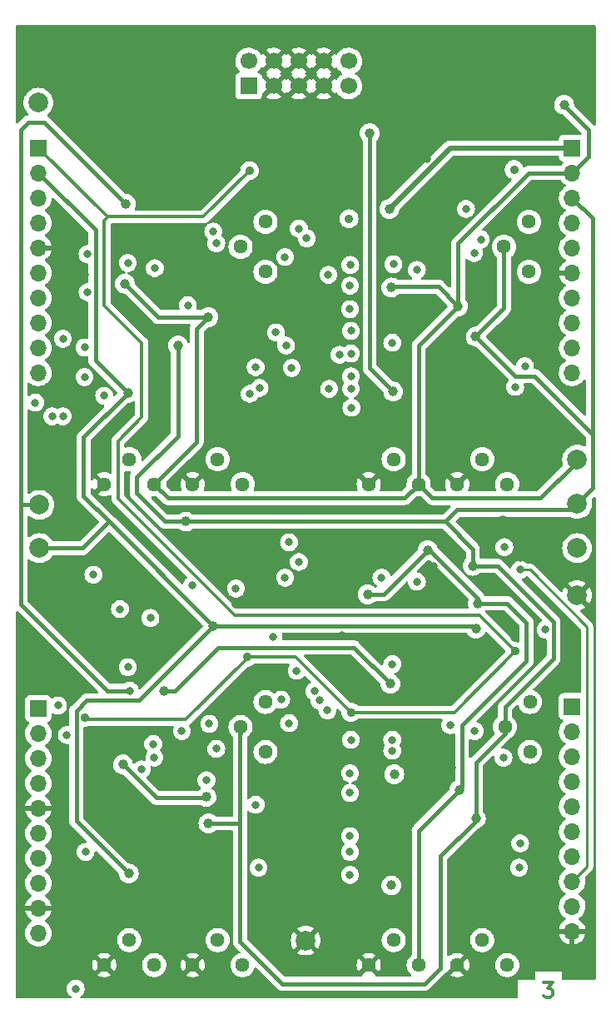
<source format=gbr>
%TF.GenerationSoftware,KiCad,Pcbnew,(6.0.11)*%
%TF.CreationDate,2023-05-28T11:22:07+01:00*%
%TF.ProjectId,Quadraphone,51756164-7261-4706-986f-6e652e6b6963,rev?*%
%TF.SameCoordinates,Original*%
%TF.FileFunction,Copper,L3,Inr*%
%TF.FilePolarity,Positive*%
%FSLAX46Y46*%
G04 Gerber Fmt 4.6, Leading zero omitted, Abs format (unit mm)*
G04 Created by KiCad (PCBNEW (6.0.11)) date 2023-05-28 11:22:07*
%MOMM*%
%LPD*%
G01*
G04 APERTURE LIST*
%ADD10C,0.300000*%
%TA.AperFunction,NonConductor*%
%ADD11C,0.300000*%
%TD*%
%TA.AperFunction,ComponentPad*%
%ADD12C,2.000000*%
%TD*%
%TA.AperFunction,ComponentPad*%
%ADD13C,1.440000*%
%TD*%
%TA.AperFunction,ComponentPad*%
%ADD14R,1.700000X1.700000*%
%TD*%
%TA.AperFunction,ComponentPad*%
%ADD15C,1.700000*%
%TD*%
%TA.AperFunction,ComponentPad*%
%ADD16O,1.700000X1.700000*%
%TD*%
%TA.AperFunction,ViaPad*%
%ADD17C,0.800000*%
%TD*%
%TA.AperFunction,ViaPad*%
%ADD18C,1.000000*%
%TD*%
%TA.AperFunction,ViaPad*%
%ADD19C,0.900000*%
%TD*%
%TA.AperFunction,Conductor*%
%ADD20C,0.500000*%
%TD*%
%TA.AperFunction,Conductor*%
%ADD21C,0.400000*%
%TD*%
%TA.AperFunction,Conductor*%
%ADD22C,0.300000*%
%TD*%
%TA.AperFunction,Conductor*%
%ADD23C,0.250000*%
%TD*%
G04 APERTURE END LIST*
D10*
%TO.C,FID1*%
D11*
X104200000Y-147878571D02*
X105128571Y-147878571D01*
X104628571Y-148450000D01*
X104842857Y-148450000D01*
X104985714Y-148521428D01*
X105057142Y-148592857D01*
X105128571Y-148735714D01*
X105128571Y-149092857D01*
X105057142Y-149235714D01*
X104985714Y-149307142D01*
X104842857Y-149378571D01*
X104414285Y-149378571D01*
X104271428Y-149307142D01*
X104200000Y-149235714D01*
%TD*%
D12*
%TO.N,-5V*%
%TO.C,TP6*%
X52800000Y-58400000D03*
%TD*%
D13*
%TO.N,GND*%
%TO.C,HF_Track_Trim3*%
X68500000Y-146100000D03*
%TO.N,Net-(HF_Track_Trim3-Pad2)*%
X71040000Y-143560000D03*
%TO.N,/OSCVoice3/HF_Track*%
X73580000Y-146100000D03*
%TD*%
%TO.N,GND*%
%TO.C,HF_Track_Trim1*%
X68500000Y-97200000D03*
%TO.N,Net-(HF_Track_Trim1-Pad2)*%
X71040000Y-94660000D03*
%TO.N,/OSCVoice1/HF_Track*%
X73580000Y-97200000D03*
%TD*%
%TO.N,GND*%
%TO.C,Base_Freq_Trim4*%
X86400000Y-146100000D03*
%TO.N,Net-(Base_Freq_Trim4-Pad2)*%
X88940000Y-143560000D03*
%TO.N,+5V*%
X91480000Y-146100000D03*
%TD*%
%TO.N,Net-(Expo_Trim2-Pad1)*%
%TO.C,Expo_Trim2*%
X102700000Y-75600000D03*
%TO.N,+2V5*%
X100160000Y-73060000D03*
%TO.N,N/C*%
X102700000Y-70520000D03*
%TD*%
D12*
%TO.N,-12V*%
%TO.C,TP7*%
X52900000Y-103700000D03*
%TD*%
D13*
%TO.N,GND*%
%TO.C,Base_Freq_Trim1*%
X59500000Y-97200000D03*
%TO.N,Net-(Base_Freq_Trim1-Pad2)*%
X62040000Y-94660000D03*
%TO.N,+5V*%
X64580000Y-97200000D03*
%TD*%
%TO.N,Net-(Expo_Trim3-Pad1)*%
%TO.C,Expo_Trim3*%
X75900000Y-124425000D03*
%TO.N,+2V5*%
X73360000Y-121885000D03*
%TO.N,N/C*%
X75900000Y-119345000D03*
%TD*%
D12*
%TO.N,GND*%
%TO.C,TP5*%
X107600000Y-108500000D03*
%TD*%
D13*
%TO.N,Net-(Expo_Trim4-Pad1)*%
%TO.C,Expo_Trim4*%
X102800000Y-124425000D03*
%TO.N,+2V5*%
X100260000Y-121885000D03*
%TO.N,N/C*%
X102800000Y-119345000D03*
%TD*%
D12*
%TO.N,/2.5V_Test*%
%TO.C,TP8*%
X107600000Y-103700000D03*
%TD*%
%TO.N,+5V*%
%TO.C,TP2*%
X107600000Y-94700000D03*
%TD*%
%TO.N,GND*%
%TO.C,TP4*%
X80000000Y-143600000D03*
%TD*%
D13*
%TO.N,GND*%
%TO.C,Base_Freq_Trim2*%
X86400000Y-97200000D03*
%TO.N,Net-(Base_Freq_Trim2-Pad2)*%
X88940000Y-94660000D03*
%TO.N,+5V*%
X91480000Y-97200000D03*
%TD*%
%TO.N,Net-(Expo_Trim1-Pad1)*%
%TO.C,Expo_Trim1*%
X75900000Y-75600000D03*
%TO.N,+2V5*%
X73360000Y-73060000D03*
%TO.N,N/C*%
X75900000Y-70520000D03*
%TD*%
%TO.N,GND*%
%TO.C,Base_Freq_Trim3*%
X59500000Y-146100000D03*
%TO.N,Net-(Base_Freq_Trim3-Pad2)*%
X62040000Y-143560000D03*
%TO.N,+5V*%
X64580000Y-146100000D03*
%TD*%
D12*
%TO.N,+2V5*%
%TO.C,TP3*%
X107600000Y-99200000D03*
%TD*%
D13*
%TO.N,GND*%
%TO.C,HF_Track_Trim2*%
X95400000Y-97200000D03*
%TO.N,Net-(HF_Track_Trim2-Pad2)*%
X97940000Y-94660000D03*
%TO.N,/OSCVoice2/HF_Track*%
X100480000Y-97200000D03*
%TD*%
%TO.N,GND*%
%TO.C,HF_Track_Trim4*%
X95400000Y-146100000D03*
%TO.N,Net-(HF_Track_Trim4-Pad2)*%
X97940000Y-143560000D03*
%TO.N,/OSCVoice4/HF_Track*%
X100480000Y-146100000D03*
%TD*%
D14*
%TO.N,/-12V_IN*%
%TO.C,J5*%
X74200000Y-56700000D03*
D15*
X74200000Y-54160000D03*
%TO.N,GND*%
X76740000Y-56700000D03*
X76740000Y-54160000D03*
X79280000Y-56700000D03*
X79280000Y-54160000D03*
X81820000Y-56700000D03*
X81820000Y-54160000D03*
%TO.N,/+12V_IN*%
X84360000Y-56700000D03*
X84360000Y-54160000D03*
%TD*%
D12*
%TO.N,+12V*%
%TO.C,TP1*%
X52900000Y-99300000D03*
%TD*%
D14*
%TO.N,/LIN_FREQ_IN*%
%TO.C,J4*%
X107100000Y-119800000D03*
D16*
%TO.N,/SOFT_SYNCH_SW*%
X107100000Y-122340000D03*
%TO.N,/MIX_OUT4*%
X107100000Y-124880000D03*
%TO.N,/TRIANGLE_SW*%
X107100000Y-127420000D03*
%TO.N,/SYNCH_SIGNAL4*%
X107100000Y-129960000D03*
%TO.N,/PWM_CV4*%
X107100000Y-132500000D03*
%TO.N,/V_PER_OCT4*%
X107100000Y-135040000D03*
%TO.N,/OCT_TUNE*%
X107100000Y-137580000D03*
%TO.N,/FREQ_MOD4*%
X107100000Y-140120000D03*
%TO.N,GND*%
X107100000Y-142660000D03*
%TD*%
D14*
%TO.N,/MIX_OUT3*%
%TO.C,J3*%
X52800000Y-120000000D03*
D16*
%TO.N,/PWM_CV*%
X52800000Y-122540000D03*
%TO.N,/PWM_POT*%
X52800000Y-125080000D03*
%TO.N,/PWM_CV3*%
X52800000Y-127620000D03*
%TO.N,GND*%
X52800000Y-130160000D03*
%TO.N,/V_PER_OCT3*%
X52800000Y-132700000D03*
%TO.N,/SYNCH_SIGNAL3*%
X52800000Y-135240000D03*
%TO.N,/FREQ_MOD3*%
X52800000Y-137780000D03*
%TO.N,GND*%
X52800000Y-140320000D03*
%TO.N,/FINE_TUNE*%
X52800000Y-142860000D03*
%TD*%
D14*
%TO.N,+12V*%
%TO.C,J2*%
X107100000Y-63000000D03*
D16*
%TO.N,+5V*%
X107100000Y-65540000D03*
%TO.N,+2V5*%
X107100000Y-68080000D03*
%TO.N,/MIX_OUT2*%
X107100000Y-70620000D03*
%TO.N,/PULSE_SW*%
X107100000Y-73160000D03*
%TO.N,GND*%
X107100000Y-75700000D03*
%TO.N,/SYNCH_SIGNAL2*%
X107100000Y-78240000D03*
%TO.N,/PWM_CV2*%
X107100000Y-80780000D03*
%TO.N,/V_PER_OCT2*%
X107100000Y-83320000D03*
%TO.N,/FREQ_MOD2*%
X107100000Y-85860000D03*
%TD*%
D14*
%TO.N,-5V*%
%TO.C,J1*%
X52800000Y-63000000D03*
D16*
%TO.N,-12V*%
X52800000Y-65540000D03*
%TO.N,/MIX_OUT1*%
X52800000Y-68080000D03*
%TO.N,/HARD_SYNCH_SW*%
X52800000Y-70620000D03*
%TO.N,GND*%
X52800000Y-73160000D03*
%TO.N,/SAW_SW*%
X52800000Y-75700000D03*
%TO.N,/SYNCH_SIGNAL1*%
X52800000Y-78240000D03*
%TO.N,/PWM_CV1*%
X52800000Y-80780000D03*
%TO.N,/V_PER_OCT1*%
X52800000Y-83320000D03*
%TO.N,/FREQ_MOD1*%
X52800000Y-85860000D03*
%TD*%
D17*
%TO.N,GND*%
X94900000Y-126000000D03*
X51100000Y-56000000D03*
X72000000Y-122900000D03*
X59300000Y-56600000D03*
X68000000Y-125900000D03*
X95100000Y-52900000D03*
X92000000Y-113400000D03*
X97100000Y-65400000D03*
X94000000Y-73200000D03*
X80700000Y-124800000D03*
X83700000Y-112600000D03*
X75200000Y-66800000D03*
X75800000Y-115900000D03*
D18*
X101800000Y-104600000D03*
D17*
X67400000Y-72100000D03*
X74800000Y-89900000D03*
X57500000Y-57500000D03*
X84300000Y-124800000D03*
X65400000Y-64100000D03*
X101200000Y-112800000D03*
X103600000Y-52200000D03*
X66000000Y-99800000D03*
X74100000Y-106700000D03*
X97000000Y-114300000D03*
X78840145Y-135375500D03*
X97000000Y-138200000D03*
X54800000Y-69600000D03*
X70200000Y-89700000D03*
X98300000Y-121000000D03*
X65100000Y-113000000D03*
X54900000Y-124200000D03*
X75100000Y-137800000D03*
X92349312Y-64149312D03*
X97100000Y-89500000D03*
X93000000Y-105500000D03*
X78800000Y-128900000D03*
X57500000Y-117700000D03*
X70200000Y-65400000D03*
X93400000Y-51000000D03*
X97300000Y-77700000D03*
X61100000Y-58700000D03*
D18*
X100000000Y-100900000D03*
D17*
X70100000Y-78700000D03*
X70100000Y-138100000D03*
X100300000Y-61800000D03*
X91700000Y-52900000D03*
X101212299Y-88912299D03*
X90200000Y-118300000D03*
X93100000Y-108700000D03*
X108000000Y-52900000D03*
X102600000Y-64300000D03*
X63700000Y-106800000D03*
X57500000Y-75900000D03*
X101600000Y-137800000D03*
X71300000Y-120400000D03*
X74900000Y-63700000D03*
X101700000Y-141000000D03*
X72900000Y-109400000D03*
D18*
%TO.N,+2V5*%
X67000000Y-83100000D03*
X70100000Y-131700000D03*
X97300000Y-131200000D03*
X97000000Y-105500000D03*
X67800000Y-101000000D03*
X97287500Y-82187500D03*
%TO.N,+12V*%
X65600000Y-118200000D03*
X88500000Y-69200000D03*
X61700000Y-68700000D03*
D17*
X62100000Y-118200000D03*
D18*
X88600000Y-117500000D03*
%TO.N,+5V*%
X61600000Y-76800000D03*
X86300000Y-108400000D03*
X70100000Y-80200000D03*
X69891477Y-129013471D03*
X97512500Y-109300000D03*
X89000000Y-126700000D03*
X95500000Y-79100000D03*
X95600000Y-128300000D03*
X88700000Y-77200000D03*
X106268750Y-58600000D03*
X92400000Y-103900000D03*
X61400000Y-125700000D03*
D17*
%TO.N,/Start_Pulse*%
X74300000Y-88000000D03*
X101299999Y-87299998D03*
X101700000Y-136200000D03*
X58400000Y-106400000D03*
X75200000Y-136200000D03*
D18*
%TO.N,-12V*%
X61900000Y-87924500D03*
X97300000Y-111900000D03*
X62000000Y-136800000D03*
X70600000Y-111600000D03*
X88900000Y-87775500D03*
X86500000Y-61500000D03*
X88700000Y-138000000D03*
D17*
%TO.N,/LIN_FREQ_IN*%
X78300000Y-103100000D03*
%TO.N,/Linear_Frequency*%
X74900000Y-85300000D03*
X78575500Y-85367398D03*
X101800000Y-133724500D03*
X74900000Y-129800000D03*
X102300000Y-85200000D03*
%TO.N,/OSCVoice1/PWM_Control*%
X55300000Y-90300000D03*
X57500000Y-83300000D03*
%TO.N,/OSCVoice2/PWM_Control*%
X78000000Y-83100000D03*
X88800000Y-82800000D03*
D19*
%TO.N,-5V*%
X84400000Y-70200000D03*
X74300000Y-65300000D03*
X74010756Y-114789244D03*
X101300000Y-114200000D03*
X101200000Y-65200000D03*
X57499312Y-120899312D03*
X84600000Y-120400000D03*
D17*
%TO.N,/OSCVoice4/PWM_Control*%
X76700000Y-112724500D03*
X79075500Y-116179791D03*
%TO.N,/OSCVoice3/PWM_Control*%
X61100000Y-109900000D03*
X63300000Y-126200000D03*
%TO.N,/HARD_SYNCH_SW*%
X88800000Y-124300000D03*
X91300000Y-75400000D03*
X78300000Y-121500000D03*
X64652451Y-75227852D03*
X77900000Y-74100000D03*
X64200000Y-110800000D03*
X64600000Y-125000000D03*
%TO.N,/SOFT_SYNCH_SW*%
X91300000Y-107100000D03*
%TO.N,/PULSE_SW*%
X79300000Y-71200000D03*
X94700000Y-121700000D03*
X70600000Y-71500000D03*
X70185350Y-121575500D03*
X97800000Y-72300000D03*
X79300000Y-105098062D03*
%TO.N,/TRIANGLE_SW*%
X97200000Y-122300000D03*
X67400000Y-122300000D03*
X77900000Y-106700000D03*
X97125652Y-73687174D03*
X70900000Y-72700000D03*
X80100000Y-72200000D03*
%TO.N,/SAW_SW*%
X61900000Y-74700000D03*
X88800000Y-123200000D03*
X88921767Y-74824500D03*
X80875500Y-118243082D03*
X82300000Y-75900000D03*
X64481868Y-123614805D03*
%TO.N,/PWM_POT*%
X57800000Y-77675500D03*
X84500000Y-126600000D03*
X54800000Y-119700000D03*
X84500000Y-77000000D03*
%TO.N,/FINE_TUNE*%
X57500000Y-86300000D03*
X57600000Y-134600000D03*
X84600000Y-86242898D03*
X84500000Y-134600000D03*
%TO.N,/OCT_TUNE*%
X101800000Y-105900000D03*
%TO.N,/SYNCH_SIGNAL3*%
X69900000Y-127300000D03*
X82200000Y-120200000D03*
X70900000Y-124100000D03*
%TO.N,/MIX_OUT3*%
X61900000Y-115800000D03*
%TO.N,/SYNCH_SIGNAL4*%
X100108761Y-125021904D03*
%TO.N,/V_PER_OCT4*%
X84500000Y-133000000D03*
%TO.N,/FREQ_MOD4*%
X84497515Y-136924500D03*
%TO.N,/PWM_CV4*%
X84500000Y-128600000D03*
%TO.N,/MIX_OUT4*%
X88800000Y-115500000D03*
%TO.N,/SYNCH_SIGNAL1*%
X83437500Y-84037500D03*
X68000000Y-79000000D03*
%TO.N,/SYNCH_SIGNAL2*%
X87700000Y-106700000D03*
X104400000Y-112000000D03*
%TO.N,/V_PER_OCT2*%
X84600000Y-83918398D03*
%TO.N,/FREQ_MOD2*%
X84600000Y-87500000D03*
%TO.N,/PWM_CV2*%
X84500000Y-79400000D03*
%TO.N,/MIX_OUT2*%
X96300000Y-69200000D03*
%TO.N,/PWM_CV*%
X84524500Y-74900000D03*
X55700000Y-122700000D03*
X57800000Y-73800000D03*
X84600000Y-123200000D03*
%TO.N,/OSCVoice1/Soft_Synch*%
X82374001Y-87500000D03*
X75300000Y-87400000D03*
%TO.N,/OSCVoice3/Soft_Synch*%
X77500000Y-119100000D03*
X81400000Y-119200000D03*
%TO.N,/OSCVoice1/PWM_Opamp_Mix*%
X54200000Y-90300000D03*
X55300000Y-82400000D03*
%TO.N,/OSCVoice2/PWM_Opamp_Mix*%
X76963756Y-81763756D03*
X84600000Y-81600000D03*
%TO.N,/OSCVoice4/PWM_Opamp_Mix*%
X68424500Y-107500000D03*
X72900000Y-107800000D03*
%TO.N,/2.5V_Test*%
X100200000Y-103600000D03*
%TO.N,/Oct_Buff*%
X84643082Y-89424500D03*
X59500000Y-88200000D03*
X56600000Y-148500000D03*
X52500000Y-88900000D03*
%TD*%
D20*
%TO.N,+12V*%
X94700000Y-63000000D02*
X88500000Y-69200000D01*
X107100000Y-63000000D02*
X94700000Y-63000000D01*
D21*
%TO.N,+2V5*%
X103300000Y-86200000D02*
X101300000Y-86200000D01*
X109050000Y-91950000D02*
X103300000Y-86200000D01*
X101300000Y-86200000D02*
X97287500Y-82187500D01*
X62800000Y-98100000D02*
X65700000Y-101000000D01*
X73300000Y-143700000D02*
X77600000Y-148000000D01*
X109200000Y-97600000D02*
X107600000Y-99200000D01*
X97300000Y-125520000D02*
X97300000Y-131200000D01*
X73300000Y-131800000D02*
X73300000Y-143700000D01*
X73360000Y-122560000D02*
X73300000Y-122620000D01*
X95400000Y-99800000D02*
X107000000Y-99800000D01*
X94200000Y-101000000D02*
X97000000Y-103800000D01*
X67000000Y-92300000D02*
X62800000Y-96500000D01*
X109050000Y-91950000D02*
X109200000Y-92100000D01*
X109200000Y-91800000D02*
X109200000Y-70180000D01*
X99500000Y-105500000D02*
X97000000Y-105500000D01*
X105200000Y-111200000D02*
X99500000Y-105500000D01*
X70100000Y-131700000D02*
X73200000Y-131700000D01*
X100260000Y-122560000D02*
X100260000Y-119840000D01*
X97300000Y-131400000D02*
X97300000Y-131200000D01*
X62800000Y-96500000D02*
X62800000Y-98100000D01*
X107000000Y-99800000D02*
X107600000Y-99200000D01*
X77600000Y-148000000D02*
X92100000Y-148000000D01*
X100260000Y-122560000D02*
X97300000Y-125520000D01*
X109200000Y-70180000D02*
X107100000Y-68080000D01*
X100260000Y-121885000D02*
X100260000Y-119840000D01*
X109200000Y-92100000D02*
X109200000Y-97600000D01*
X109050000Y-91950000D02*
X109200000Y-91800000D01*
X100160000Y-73060000D02*
X100160000Y-79315000D01*
X67000000Y-83100000D02*
X67000000Y-92300000D01*
X92100000Y-148000000D02*
X93700000Y-146400000D01*
X93700000Y-135000000D02*
X97300000Y-131400000D01*
X73200000Y-131700000D02*
X73300000Y-131800000D01*
X105200000Y-114900000D02*
X105200000Y-111200000D01*
X93700000Y-146400000D02*
X93700000Y-135000000D01*
X94200000Y-101000000D02*
X67800000Y-101000000D01*
X97000000Y-103800000D02*
X97000000Y-105500000D01*
X100260000Y-119840000D02*
X105200000Y-114900000D01*
X100160000Y-79315000D02*
X97287500Y-82187500D01*
X94200000Y-101000000D02*
X95400000Y-99800000D01*
X73300000Y-122620000D02*
X73300000Y-131800000D01*
X65700000Y-101000000D02*
X67800000Y-101000000D01*
%TO.N,+12V*%
X65600000Y-118200000D02*
X66700000Y-118200000D01*
X71100000Y-113800000D02*
X84900000Y-113800000D01*
X51000000Y-99200000D02*
X51000000Y-109400000D01*
X51100000Y-99300000D02*
X51000000Y-99200000D01*
X51000000Y-109400000D02*
X59800000Y-118200000D01*
X53400000Y-60400000D02*
X51800000Y-60400000D01*
X84900000Y-113800000D02*
X88600000Y-117500000D01*
X59800000Y-118200000D02*
X62100000Y-118200000D01*
X66700000Y-118200000D02*
X71100000Y-113800000D01*
X51800000Y-60400000D02*
X51000000Y-61200000D01*
X52900000Y-99300000D02*
X51100000Y-99300000D01*
X51000000Y-61200000D02*
X51000000Y-99200000D01*
X61700000Y-68700000D02*
X53400000Y-60400000D01*
%TO.N,+5V*%
X68900000Y-81400000D02*
X70100000Y-80200000D01*
X90080000Y-98600000D02*
X65980000Y-98600000D01*
X70100000Y-80200000D02*
X65000000Y-80200000D01*
X102660000Y-65540000D02*
X95500000Y-72700000D01*
X65980000Y-98600000D02*
X64580000Y-97200000D01*
X88800000Y-77100000D02*
X88700000Y-77200000D01*
X97512500Y-108812500D02*
X92600000Y-103900000D01*
X92880000Y-98600000D02*
X91480000Y-97200000D01*
X92600000Y-103900000D02*
X92400000Y-103900000D01*
X64580000Y-97200000D02*
X68900000Y-92880000D01*
X95600000Y-128300000D02*
X95900000Y-128000000D01*
X95600000Y-128300000D02*
X91480000Y-132420000D01*
X95500000Y-72700000D02*
X95500000Y-79100000D01*
X64800000Y-129100000D02*
X69804948Y-129100000D01*
X65000000Y-80200000D02*
X61600000Y-76800000D01*
X107600000Y-95000000D02*
X107450000Y-95000000D01*
X86300000Y-108400000D02*
X87900000Y-108400000D01*
X91480000Y-97200000D02*
X90080000Y-98600000D01*
X108800000Y-61200000D02*
X106268750Y-58668750D01*
X100500000Y-109300000D02*
X97512500Y-109300000D01*
X107450000Y-95000000D02*
X103850000Y-98600000D01*
X95900000Y-128000000D02*
X95900000Y-121700000D01*
X102450000Y-111250000D02*
X100500000Y-109300000D01*
X69804948Y-129100000D02*
X69891477Y-129013471D01*
X108800000Y-63840000D02*
X108800000Y-61200000D01*
X103850000Y-98600000D02*
X92880000Y-98600000D01*
X87900000Y-108400000D02*
X92400000Y-103900000D01*
X102450000Y-115150000D02*
X102450000Y-111250000D01*
X91480000Y-132420000D02*
X91480000Y-146100000D01*
X91480000Y-83120000D02*
X95500000Y-79100000D01*
X97512500Y-109300000D02*
X97512500Y-108812500D01*
X61400000Y-125700000D02*
X64800000Y-129100000D01*
X107100000Y-65540000D02*
X102660000Y-65540000D01*
X95900000Y-121700000D02*
X102450000Y-115150000D01*
X68900000Y-92880000D02*
X68900000Y-81400000D01*
X107100000Y-65540000D02*
X108800000Y-63840000D01*
X91480000Y-97200000D02*
X91480000Y-83120000D01*
X93500000Y-77100000D02*
X88800000Y-77100000D01*
X106268750Y-58668750D02*
X106268750Y-58600000D01*
X95500000Y-79100000D02*
X93500000Y-77100000D01*
%TO.N,-12V*%
X57400000Y-98400000D02*
X57400000Y-92424500D01*
X57698271Y-119200000D02*
X63000000Y-119200000D01*
X52800000Y-65540000D02*
X58599500Y-71339500D01*
X56649312Y-131449312D02*
X56649312Y-120248959D01*
X86500000Y-61500000D02*
X86500000Y-85400000D01*
X97000000Y-111600000D02*
X70600000Y-111600000D01*
X52900000Y-103700000D02*
X57300000Y-103700000D01*
X58599500Y-71339500D02*
X58599500Y-84624000D01*
X97300000Y-111900000D02*
X97000000Y-111600000D01*
X57300000Y-103700000D02*
X60000000Y-101000000D01*
X62000000Y-136800000D02*
X56649312Y-131449312D01*
X86500000Y-85400000D02*
X88875500Y-87775500D01*
X57400000Y-92424500D02*
X61900000Y-87924500D01*
X88875500Y-87775500D02*
X88900000Y-87775500D01*
X60000000Y-101000000D02*
X57400000Y-98400000D01*
X60000000Y-101000000D02*
X70600000Y-111600000D01*
X63000000Y-119200000D02*
X70600000Y-111600000D01*
X58599500Y-84624000D02*
X61900000Y-87924500D01*
X56649312Y-120248959D02*
X57698271Y-119200000D01*
D22*
%TO.N,-5V*%
X59800000Y-70000000D02*
X52800000Y-63000000D01*
X101300000Y-114200000D02*
X97649501Y-110549501D01*
X60900000Y-92800000D02*
X63300000Y-90400000D01*
X59500000Y-70400000D02*
X59900000Y-70000000D01*
X74010756Y-114789244D02*
X74010756Y-114889244D01*
X74010756Y-114889244D02*
X67800000Y-121100000D01*
X67800000Y-121100000D02*
X57700000Y-121100000D01*
X63300000Y-82800000D02*
X59500000Y-79000000D01*
X69600000Y-70000000D02*
X59800000Y-70000000D01*
X95100000Y-120400000D02*
X84600000Y-120400000D01*
X74010756Y-114789244D02*
X79000000Y-114789244D01*
X59500000Y-79000000D02*
X59500000Y-70400000D01*
X57700000Y-121100000D02*
X57499312Y-120899312D01*
X74300000Y-65300000D02*
X69600000Y-70000000D01*
X101300000Y-114200000D02*
X95100000Y-120400000D01*
X60900000Y-98650000D02*
X60900000Y-92800000D01*
X72799501Y-110549501D02*
X60900000Y-98650000D01*
X78989244Y-114789244D02*
X84600000Y-120400000D01*
X97649501Y-110549501D02*
X72799501Y-110549501D01*
X63300000Y-90400000D02*
X63300000Y-82800000D01*
D23*
%TO.N,/OCT_TUNE*%
X102800000Y-105900000D02*
X108600000Y-111700000D01*
X108600000Y-136080000D02*
X107100000Y-137580000D01*
X101800000Y-105900000D02*
X102800000Y-105900000D01*
X108600000Y-111700000D02*
X108600000Y-136080000D01*
%TD*%
%TA.AperFunction,Conductor*%
%TO.N,GND*%
G36*
X109409532Y-98496604D02*
G01*
X109466368Y-98539151D01*
X109491179Y-98605671D01*
X109491500Y-98614660D01*
X109491500Y-147474000D01*
X109471498Y-147542121D01*
X109417842Y-147588614D01*
X109365500Y-147600000D01*
X106198786Y-147600000D01*
X106130665Y-147579998D01*
X106084172Y-147526342D01*
X106072786Y-147474000D01*
X106072786Y-146759000D01*
X103327215Y-146759000D01*
X103327215Y-147474000D01*
X103307213Y-147542121D01*
X103253557Y-147588614D01*
X103201215Y-147600000D01*
X101600000Y-147600000D01*
X101600000Y-149365500D01*
X101579998Y-149433621D01*
X101526342Y-149480114D01*
X101474000Y-149491500D01*
X57168738Y-149491500D01*
X57100617Y-149471498D01*
X57054124Y-149417842D01*
X57044020Y-149347568D01*
X57073514Y-149282988D01*
X57094677Y-149263564D01*
X57136976Y-149232832D01*
X57211253Y-149178866D01*
X57339040Y-149036944D01*
X57434527Y-148871556D01*
X57493542Y-148689928D01*
X57497239Y-148654759D01*
X57512814Y-148506565D01*
X57513504Y-148500000D01*
X57493542Y-148310072D01*
X57434527Y-148128444D01*
X57339040Y-147963056D01*
X57211253Y-147821134D01*
X57056752Y-147708882D01*
X57050724Y-147706198D01*
X57050722Y-147706197D01*
X56888319Y-147633891D01*
X56888318Y-147633891D01*
X56882288Y-147631206D01*
X56763069Y-147605865D01*
X56701944Y-147592872D01*
X56701939Y-147592872D01*
X56695487Y-147591500D01*
X56504513Y-147591500D01*
X56498061Y-147592872D01*
X56498056Y-147592872D01*
X56436931Y-147605865D01*
X56317712Y-147631206D01*
X56311682Y-147633891D01*
X56311681Y-147633891D01*
X56149278Y-147706197D01*
X56149276Y-147706198D01*
X56143248Y-147708882D01*
X55988747Y-147821134D01*
X55860960Y-147963056D01*
X55765473Y-148128444D01*
X55706458Y-148310072D01*
X55686496Y-148500000D01*
X55687186Y-148506565D01*
X55702762Y-148654759D01*
X55706458Y-148689928D01*
X55765473Y-148871556D01*
X55860960Y-149036944D01*
X55988747Y-149178866D01*
X56063024Y-149232832D01*
X56105323Y-149263564D01*
X56148677Y-149319787D01*
X56154752Y-149390523D01*
X56121620Y-149453314D01*
X56059800Y-149488226D01*
X56031262Y-149491500D01*
X50634500Y-149491500D01*
X50566379Y-149471498D01*
X50519886Y-149417842D01*
X50508500Y-149365500D01*
X50508500Y-147128621D01*
X58835933Y-147128621D01*
X58845227Y-147140635D01*
X58879146Y-147164385D01*
X58888641Y-147169868D01*
X59073413Y-147256028D01*
X59083705Y-147259774D01*
X59280632Y-147312540D01*
X59291425Y-147314443D01*
X59494525Y-147332212D01*
X59505475Y-147332212D01*
X59708575Y-147314443D01*
X59719368Y-147312540D01*
X59916295Y-147259774D01*
X59926587Y-147256028D01*
X60111359Y-147169868D01*
X60120854Y-147164385D01*
X60155607Y-147140051D01*
X60163983Y-147129572D01*
X60156916Y-147116127D01*
X59512811Y-146472021D01*
X59498868Y-146464408D01*
X59497034Y-146464539D01*
X59490420Y-146468790D01*
X58842360Y-147116851D01*
X58835933Y-147128621D01*
X50508500Y-147128621D01*
X50508500Y-146105475D01*
X58267788Y-146105475D01*
X58285557Y-146308575D01*
X58287460Y-146319368D01*
X58340226Y-146516295D01*
X58343972Y-146526587D01*
X58430135Y-146711364D01*
X58435613Y-146720850D01*
X58459949Y-146755607D01*
X58470428Y-146763983D01*
X58483872Y-146756917D01*
X59127979Y-146112811D01*
X59134356Y-146101132D01*
X59864408Y-146101132D01*
X59864539Y-146102966D01*
X59868790Y-146109580D01*
X60516851Y-146757640D01*
X60528621Y-146764067D01*
X60540635Y-146754772D01*
X60564387Y-146720850D01*
X60569865Y-146711364D01*
X60656028Y-146526587D01*
X60659774Y-146516295D01*
X60712540Y-146319368D01*
X60714443Y-146308575D01*
X60732212Y-146105475D01*
X60732212Y-146100000D01*
X63346807Y-146100000D01*
X63365542Y-146314142D01*
X63366966Y-146319455D01*
X63366966Y-146319457D01*
X63418257Y-146510874D01*
X63421178Y-146521777D01*
X63512024Y-146716596D01*
X63635319Y-146892681D01*
X63787319Y-147044681D01*
X63963403Y-147167976D01*
X63968381Y-147170297D01*
X63968384Y-147170299D01*
X64070341Y-147217842D01*
X64158223Y-147258822D01*
X64163531Y-147260244D01*
X64163533Y-147260245D01*
X64360543Y-147313034D01*
X64360545Y-147313034D01*
X64365858Y-147314458D01*
X64580000Y-147333193D01*
X64794142Y-147314458D01*
X64799455Y-147313034D01*
X64799457Y-147313034D01*
X64996467Y-147260245D01*
X64996469Y-147260244D01*
X65001777Y-147258822D01*
X65089659Y-147217842D01*
X65191616Y-147170299D01*
X65191619Y-147170297D01*
X65196597Y-147167976D01*
X65252802Y-147128621D01*
X67835933Y-147128621D01*
X67845227Y-147140635D01*
X67879146Y-147164385D01*
X67888641Y-147169868D01*
X68073413Y-147256028D01*
X68083705Y-147259774D01*
X68280632Y-147312540D01*
X68291425Y-147314443D01*
X68494525Y-147332212D01*
X68505475Y-147332212D01*
X68708575Y-147314443D01*
X68719368Y-147312540D01*
X68916295Y-147259774D01*
X68926587Y-147256028D01*
X69111359Y-147169868D01*
X69120854Y-147164385D01*
X69155607Y-147140051D01*
X69163983Y-147129572D01*
X69156916Y-147116127D01*
X68512811Y-146472021D01*
X68498868Y-146464408D01*
X68497034Y-146464539D01*
X68490420Y-146468790D01*
X67842360Y-147116851D01*
X67835933Y-147128621D01*
X65252802Y-147128621D01*
X65372681Y-147044681D01*
X65524681Y-146892681D01*
X65647976Y-146716596D01*
X65738822Y-146521777D01*
X65741744Y-146510874D01*
X65793034Y-146319457D01*
X65793034Y-146319455D01*
X65794458Y-146314142D01*
X65812714Y-146105475D01*
X67267788Y-146105475D01*
X67285557Y-146308575D01*
X67287460Y-146319368D01*
X67340226Y-146516295D01*
X67343972Y-146526587D01*
X67430135Y-146711364D01*
X67435613Y-146720850D01*
X67459949Y-146755607D01*
X67470428Y-146763983D01*
X67483872Y-146756917D01*
X68127979Y-146112811D01*
X68134356Y-146101132D01*
X68864408Y-146101132D01*
X68864539Y-146102966D01*
X68868790Y-146109580D01*
X69516851Y-146757640D01*
X69528621Y-146764067D01*
X69540635Y-146754772D01*
X69564387Y-146720850D01*
X69569865Y-146711364D01*
X69656028Y-146526587D01*
X69659774Y-146516295D01*
X69712540Y-146319368D01*
X69714443Y-146308575D01*
X69732212Y-146105475D01*
X69732212Y-146094525D01*
X69714443Y-145891425D01*
X69712540Y-145880632D01*
X69659774Y-145683705D01*
X69656028Y-145673413D01*
X69569865Y-145488636D01*
X69564387Y-145479150D01*
X69540051Y-145444393D01*
X69529572Y-145436017D01*
X69516128Y-145443083D01*
X68872021Y-146087189D01*
X68864408Y-146101132D01*
X68134356Y-146101132D01*
X68135592Y-146098868D01*
X68135461Y-146097034D01*
X68131210Y-146090420D01*
X67483149Y-145442360D01*
X67471379Y-145435933D01*
X67459365Y-145445228D01*
X67435613Y-145479150D01*
X67430135Y-145488636D01*
X67343972Y-145673413D01*
X67340226Y-145683705D01*
X67287460Y-145880632D01*
X67285557Y-145891425D01*
X67267788Y-146094525D01*
X67267788Y-146105475D01*
X65812714Y-146105475D01*
X65813193Y-146100000D01*
X65794458Y-145885858D01*
X65738822Y-145678223D01*
X65647976Y-145483404D01*
X65524681Y-145307319D01*
X65372681Y-145155319D01*
X65251444Y-145070428D01*
X67836017Y-145070428D01*
X67843083Y-145083872D01*
X68487189Y-145727979D01*
X68501132Y-145735592D01*
X68502966Y-145735461D01*
X68509580Y-145731210D01*
X69157640Y-145083149D01*
X69164067Y-145071379D01*
X69154773Y-145059365D01*
X69120854Y-145035615D01*
X69111359Y-145030132D01*
X68926587Y-144943972D01*
X68916295Y-144940226D01*
X68719368Y-144887460D01*
X68708575Y-144885557D01*
X68505475Y-144867788D01*
X68494525Y-144867788D01*
X68291425Y-144885557D01*
X68280632Y-144887460D01*
X68083705Y-144940226D01*
X68073413Y-144943972D01*
X67888636Y-145030135D01*
X67879150Y-145035613D01*
X67844393Y-145059949D01*
X67836017Y-145070428D01*
X65251444Y-145070428D01*
X65196597Y-145032024D01*
X65191619Y-145029703D01*
X65191616Y-145029701D01*
X65006759Y-144943501D01*
X65006758Y-144943500D01*
X65001777Y-144941178D01*
X64996469Y-144939756D01*
X64996467Y-144939755D01*
X64799457Y-144886966D01*
X64799455Y-144886966D01*
X64794142Y-144885542D01*
X64580000Y-144866807D01*
X64365858Y-144885542D01*
X64360545Y-144886966D01*
X64360543Y-144886966D01*
X64163533Y-144939755D01*
X64163531Y-144939756D01*
X64158223Y-144941178D01*
X64153243Y-144943500D01*
X64153241Y-144943501D01*
X63968385Y-145029701D01*
X63968382Y-145029703D01*
X63963404Y-145032024D01*
X63787319Y-145155319D01*
X63635319Y-145307319D01*
X63512024Y-145483404D01*
X63421178Y-145678223D01*
X63365542Y-145885858D01*
X63346807Y-146100000D01*
X60732212Y-146100000D01*
X60732212Y-146094525D01*
X60714443Y-145891425D01*
X60712540Y-145880632D01*
X60659774Y-145683705D01*
X60656028Y-145673413D01*
X60569865Y-145488636D01*
X60564387Y-145479150D01*
X60540051Y-145444393D01*
X60529572Y-145436017D01*
X60516128Y-145443083D01*
X59872021Y-146087189D01*
X59864408Y-146101132D01*
X59134356Y-146101132D01*
X59135592Y-146098868D01*
X59135461Y-146097034D01*
X59131210Y-146090420D01*
X58483149Y-145442360D01*
X58471379Y-145435933D01*
X58459365Y-145445228D01*
X58435613Y-145479150D01*
X58430135Y-145488636D01*
X58343972Y-145673413D01*
X58340226Y-145683705D01*
X58287460Y-145880632D01*
X58285557Y-145891425D01*
X58267788Y-146094525D01*
X58267788Y-146105475D01*
X50508500Y-146105475D01*
X50508500Y-145070428D01*
X58836017Y-145070428D01*
X58843083Y-145083872D01*
X59487189Y-145727979D01*
X59501132Y-145735592D01*
X59502966Y-145735461D01*
X59509580Y-145731210D01*
X60157640Y-145083149D01*
X60164067Y-145071379D01*
X60154773Y-145059365D01*
X60120854Y-145035615D01*
X60111359Y-145030132D01*
X59926587Y-144943972D01*
X59916295Y-144940226D01*
X59719368Y-144887460D01*
X59708575Y-144885557D01*
X59505475Y-144867788D01*
X59494525Y-144867788D01*
X59291425Y-144885557D01*
X59280632Y-144887460D01*
X59083705Y-144940226D01*
X59073413Y-144943972D01*
X58888636Y-145030135D01*
X58879150Y-145035613D01*
X58844393Y-145059949D01*
X58836017Y-145070428D01*
X50508500Y-145070428D01*
X50508500Y-142826695D01*
X51437251Y-142826695D01*
X51437548Y-142831848D01*
X51437548Y-142831851D01*
X51443980Y-142943404D01*
X51450110Y-143049715D01*
X51451247Y-143054761D01*
X51451248Y-143054767D01*
X51452979Y-143062446D01*
X51499222Y-143267639D01*
X51545303Y-143381123D01*
X51577489Y-143460388D01*
X51583266Y-143474616D01*
X51585965Y-143479020D01*
X51654231Y-143590420D01*
X51699987Y-143665088D01*
X51846250Y-143833938D01*
X51993610Y-143956279D01*
X52011227Y-143970904D01*
X52018126Y-143976632D01*
X52211000Y-144089338D01*
X52419692Y-144169030D01*
X52424760Y-144170061D01*
X52424763Y-144170062D01*
X52479022Y-144181101D01*
X52638597Y-144213567D01*
X52643772Y-144213757D01*
X52643774Y-144213757D01*
X52856673Y-144221564D01*
X52856677Y-144221564D01*
X52861837Y-144221753D01*
X52866957Y-144221097D01*
X52866959Y-144221097D01*
X53078288Y-144194025D01*
X53078289Y-144194025D01*
X53083416Y-144193368D01*
X53139320Y-144176596D01*
X53292429Y-144130661D01*
X53292434Y-144130659D01*
X53297384Y-144129174D01*
X53497994Y-144030896D01*
X53679860Y-143901173D01*
X53838096Y-143743489D01*
X53897594Y-143660689D01*
X53965435Y-143566277D01*
X53968453Y-143562077D01*
X53969480Y-143560000D01*
X60806807Y-143560000D01*
X60825542Y-143774142D01*
X60826966Y-143779455D01*
X60826966Y-143779457D01*
X60878265Y-143970904D01*
X60881178Y-143981777D01*
X60883500Y-143986757D01*
X60883501Y-143986759D01*
X60967636Y-144167185D01*
X60972024Y-144176596D01*
X61095319Y-144352681D01*
X61247319Y-144504681D01*
X61423403Y-144627976D01*
X61428381Y-144630297D01*
X61428384Y-144630299D01*
X61591472Y-144706348D01*
X61618223Y-144718822D01*
X61623531Y-144720244D01*
X61623533Y-144720245D01*
X61820543Y-144773034D01*
X61820545Y-144773034D01*
X61825858Y-144774458D01*
X62040000Y-144793193D01*
X62254142Y-144774458D01*
X62259455Y-144773034D01*
X62259457Y-144773034D01*
X62456467Y-144720245D01*
X62456469Y-144720244D01*
X62461777Y-144718822D01*
X62488528Y-144706348D01*
X62651616Y-144630299D01*
X62651619Y-144630297D01*
X62656597Y-144627976D01*
X62832681Y-144504681D01*
X62984681Y-144352681D01*
X63107976Y-144176596D01*
X63112365Y-144167185D01*
X63196499Y-143986759D01*
X63196500Y-143986757D01*
X63198822Y-143981777D01*
X63201736Y-143970904D01*
X63253034Y-143779457D01*
X63253034Y-143779455D01*
X63254458Y-143774142D01*
X63273193Y-143560000D01*
X69806807Y-143560000D01*
X69825542Y-143774142D01*
X69826966Y-143779455D01*
X69826966Y-143779457D01*
X69878265Y-143970904D01*
X69881178Y-143981777D01*
X69883500Y-143986757D01*
X69883501Y-143986759D01*
X69967636Y-144167185D01*
X69972024Y-144176596D01*
X70095319Y-144352681D01*
X70247319Y-144504681D01*
X70423403Y-144627976D01*
X70428381Y-144630297D01*
X70428384Y-144630299D01*
X70591472Y-144706348D01*
X70618223Y-144718822D01*
X70623531Y-144720244D01*
X70623533Y-144720245D01*
X70820543Y-144773034D01*
X70820545Y-144773034D01*
X70825858Y-144774458D01*
X71040000Y-144793193D01*
X71254142Y-144774458D01*
X71259455Y-144773034D01*
X71259457Y-144773034D01*
X71456467Y-144720245D01*
X71456469Y-144720244D01*
X71461777Y-144718822D01*
X71488528Y-144706348D01*
X71651616Y-144630299D01*
X71651619Y-144630297D01*
X71656597Y-144627976D01*
X71832681Y-144504681D01*
X71984681Y-144352681D01*
X72107976Y-144176596D01*
X72112365Y-144167185D01*
X72196499Y-143986759D01*
X72196500Y-143986757D01*
X72198822Y-143981777D01*
X72201736Y-143970904D01*
X72253034Y-143779457D01*
X72253034Y-143779455D01*
X72254458Y-143774142D01*
X72273193Y-143560000D01*
X72254458Y-143345858D01*
X72234782Y-143272425D01*
X72200245Y-143143533D01*
X72200244Y-143143531D01*
X72198822Y-143138223D01*
X72168070Y-143072275D01*
X72110299Y-142948385D01*
X72110297Y-142948382D01*
X72107976Y-142943404D01*
X71984681Y-142767319D01*
X71832681Y-142615319D01*
X71656597Y-142492024D01*
X71651619Y-142489703D01*
X71651616Y-142489701D01*
X71466759Y-142403501D01*
X71466758Y-142403500D01*
X71461777Y-142401178D01*
X71456469Y-142399756D01*
X71456467Y-142399755D01*
X71259457Y-142346966D01*
X71259455Y-142346966D01*
X71254142Y-142345542D01*
X71040000Y-142326807D01*
X70825858Y-142345542D01*
X70820545Y-142346966D01*
X70820543Y-142346966D01*
X70623533Y-142399755D01*
X70623531Y-142399756D01*
X70618223Y-142401178D01*
X70613243Y-142403500D01*
X70613241Y-142403501D01*
X70428385Y-142489701D01*
X70428382Y-142489703D01*
X70423404Y-142492024D01*
X70247319Y-142615319D01*
X70095319Y-142767319D01*
X69972024Y-142943404D01*
X69969703Y-142948382D01*
X69969701Y-142948385D01*
X69911930Y-143072275D01*
X69881178Y-143138223D01*
X69879756Y-143143531D01*
X69879755Y-143143533D01*
X69845218Y-143272425D01*
X69825542Y-143345858D01*
X69806807Y-143560000D01*
X63273193Y-143560000D01*
X63254458Y-143345858D01*
X63234782Y-143272425D01*
X63200245Y-143143533D01*
X63200244Y-143143531D01*
X63198822Y-143138223D01*
X63168070Y-143072275D01*
X63110299Y-142948385D01*
X63110297Y-142948382D01*
X63107976Y-142943404D01*
X62984681Y-142767319D01*
X62832681Y-142615319D01*
X62656597Y-142492024D01*
X62651619Y-142489703D01*
X62651616Y-142489701D01*
X62466759Y-142403501D01*
X62466758Y-142403500D01*
X62461777Y-142401178D01*
X62456469Y-142399756D01*
X62456467Y-142399755D01*
X62259457Y-142346966D01*
X62259455Y-142346966D01*
X62254142Y-142345542D01*
X62040000Y-142326807D01*
X61825858Y-142345542D01*
X61820545Y-142346966D01*
X61820543Y-142346966D01*
X61623533Y-142399755D01*
X61623531Y-142399756D01*
X61618223Y-142401178D01*
X61613243Y-142403500D01*
X61613241Y-142403501D01*
X61428385Y-142489701D01*
X61428382Y-142489703D01*
X61423404Y-142492024D01*
X61247319Y-142615319D01*
X61095319Y-142767319D01*
X60972024Y-142943404D01*
X60969703Y-142948382D01*
X60969701Y-142948385D01*
X60911930Y-143072275D01*
X60881178Y-143138223D01*
X60879756Y-143143531D01*
X60879755Y-143143533D01*
X60845218Y-143272425D01*
X60825542Y-143345858D01*
X60806807Y-143560000D01*
X53969480Y-143560000D01*
X53972186Y-143554525D01*
X54065136Y-143366453D01*
X54065137Y-143366451D01*
X54067430Y-143361811D01*
X54132370Y-143148069D01*
X54161529Y-142926590D01*
X54163156Y-142860000D01*
X54144852Y-142637361D01*
X54090431Y-142420702D01*
X54001354Y-142215840D01*
X53931017Y-142107115D01*
X53882822Y-142032617D01*
X53882820Y-142032614D01*
X53880014Y-142028277D01*
X53729670Y-141863051D01*
X53725619Y-141859852D01*
X53725615Y-141859848D01*
X53558414Y-141727800D01*
X53558410Y-141727798D01*
X53554359Y-141724598D01*
X53512569Y-141701529D01*
X53462598Y-141651097D01*
X53447826Y-141581654D01*
X53472942Y-141515248D01*
X53500294Y-141488641D01*
X53675328Y-141363792D01*
X53683200Y-141357139D01*
X53834052Y-141206812D01*
X53840730Y-141198965D01*
X53965003Y-141026020D01*
X53970313Y-141017183D01*
X54064670Y-140826267D01*
X54068469Y-140816672D01*
X54130377Y-140612910D01*
X54132555Y-140602837D01*
X54133986Y-140591962D01*
X54131775Y-140577778D01*
X54118617Y-140574000D01*
X51483225Y-140574000D01*
X51469694Y-140577973D01*
X51468257Y-140587966D01*
X51498565Y-140722446D01*
X51501645Y-140732275D01*
X51581770Y-140929603D01*
X51586413Y-140938794D01*
X51697694Y-141120388D01*
X51703777Y-141128699D01*
X51843213Y-141289667D01*
X51850580Y-141296883D01*
X52014434Y-141432916D01*
X52022881Y-141438831D01*
X52091969Y-141479203D01*
X52140693Y-141530842D01*
X52153764Y-141600625D01*
X52127033Y-141666396D01*
X52086584Y-141699752D01*
X52073607Y-141706507D01*
X52069474Y-141709610D01*
X52069471Y-141709612D01*
X51905232Y-141832926D01*
X51894965Y-141840635D01*
X51740629Y-142002138D01*
X51737715Y-142006410D01*
X51737714Y-142006411D01*
X51670071Y-142105572D01*
X51614743Y-142186680D01*
X51585206Y-142250313D01*
X51526555Y-142376666D01*
X51520688Y-142389305D01*
X51460989Y-142604570D01*
X51437251Y-142826695D01*
X50508500Y-142826695D01*
X50508500Y-137746695D01*
X51437251Y-137746695D01*
X51437548Y-137751848D01*
X51437548Y-137751851D01*
X51443011Y-137846590D01*
X51450110Y-137969715D01*
X51451247Y-137974761D01*
X51451248Y-137974767D01*
X51464101Y-138031799D01*
X51499222Y-138187639D01*
X51539346Y-138286453D01*
X51580982Y-138388990D01*
X51583266Y-138394616D01*
X51699987Y-138585088D01*
X51846250Y-138753938D01*
X52018126Y-138896632D01*
X52072874Y-138928624D01*
X52091955Y-138939774D01*
X52140679Y-138991412D01*
X52153750Y-139061195D01*
X52127019Y-139126967D01*
X52086562Y-139160327D01*
X52078457Y-139164546D01*
X52069738Y-139170036D01*
X51899433Y-139297905D01*
X51891726Y-139304748D01*
X51744590Y-139458717D01*
X51738104Y-139466727D01*
X51618098Y-139642649D01*
X51613000Y-139651623D01*
X51523338Y-139844783D01*
X51519775Y-139854470D01*
X51464389Y-140054183D01*
X51465912Y-140062607D01*
X51478292Y-140066000D01*
X54118344Y-140066000D01*
X54131875Y-140062027D01*
X54133180Y-140052947D01*
X54091214Y-139885875D01*
X54087894Y-139876124D01*
X54002972Y-139680814D01*
X53998105Y-139671739D01*
X53882426Y-139492926D01*
X53876136Y-139484757D01*
X53732806Y-139327240D01*
X53725273Y-139320215D01*
X53558139Y-139188222D01*
X53549556Y-139182520D01*
X53512602Y-139162120D01*
X53462631Y-139111687D01*
X53447859Y-139042245D01*
X53472975Y-138975839D01*
X53500327Y-138949232D01*
X53553416Y-138911364D01*
X53679860Y-138821173D01*
X53691737Y-138809338D01*
X53804837Y-138696632D01*
X53838096Y-138663489D01*
X53871122Y-138617529D01*
X53965435Y-138486277D01*
X53968453Y-138482077D01*
X54019627Y-138378535D01*
X54065136Y-138286453D01*
X54065137Y-138286451D01*
X54067430Y-138281811D01*
X54099900Y-138174940D01*
X54130865Y-138073023D01*
X54130865Y-138073021D01*
X54132370Y-138068069D01*
X54161529Y-137846590D01*
X54162346Y-137813158D01*
X54163074Y-137783365D01*
X54163074Y-137783361D01*
X54163156Y-137780000D01*
X54144852Y-137557361D01*
X54090431Y-137340702D01*
X54001354Y-137135840D01*
X53952556Y-137060410D01*
X53882822Y-136952617D01*
X53882820Y-136952614D01*
X53880014Y-136948277D01*
X53729670Y-136783051D01*
X53725619Y-136779852D01*
X53725615Y-136779848D01*
X53558414Y-136647800D01*
X53558410Y-136647798D01*
X53554359Y-136644598D01*
X53513053Y-136621796D01*
X53463084Y-136571364D01*
X53448312Y-136501921D01*
X53473428Y-136435516D01*
X53500780Y-136408909D01*
X53563077Y-136364473D01*
X53679860Y-136281173D01*
X53691737Y-136269338D01*
X53804837Y-136156632D01*
X53838096Y-136123489D01*
X53860605Y-136092165D01*
X53965435Y-135946277D01*
X53968453Y-135942077D01*
X54021508Y-135834729D01*
X54065136Y-135746453D01*
X54065137Y-135746451D01*
X54067430Y-135741811D01*
X54132370Y-135528069D01*
X54161529Y-135306590D01*
X54162112Y-135282749D01*
X54163074Y-135243365D01*
X54163074Y-135243361D01*
X54163156Y-135240000D01*
X54144852Y-135017361D01*
X54090431Y-134800702D01*
X54001354Y-134595840D01*
X53880014Y-134408277D01*
X53729670Y-134243051D01*
X53725619Y-134239852D01*
X53725615Y-134239848D01*
X53558414Y-134107800D01*
X53558410Y-134107798D01*
X53554359Y-134104598D01*
X53513053Y-134081796D01*
X53463084Y-134031364D01*
X53448312Y-133961921D01*
X53473428Y-133895516D01*
X53500780Y-133868909D01*
X53562307Y-133825022D01*
X53679860Y-133741173D01*
X53687168Y-133733891D01*
X53804837Y-133616632D01*
X53838096Y-133583489D01*
X53877758Y-133528294D01*
X53965435Y-133406277D01*
X53968453Y-133402077D01*
X53983538Y-133371556D01*
X54065136Y-133206453D01*
X54065137Y-133206451D01*
X54067430Y-133201811D01*
X54116060Y-133041751D01*
X54130865Y-132993023D01*
X54130865Y-132993021D01*
X54132370Y-132988069D01*
X54161529Y-132766590D01*
X54162846Y-132712686D01*
X54163074Y-132703365D01*
X54163074Y-132703361D01*
X54163156Y-132700000D01*
X54144852Y-132477361D01*
X54090431Y-132260702D01*
X54001354Y-132055840D01*
X53903386Y-131904404D01*
X53882822Y-131872617D01*
X53882820Y-131872614D01*
X53880014Y-131868277D01*
X53729670Y-131703051D01*
X53725619Y-131699852D01*
X53725615Y-131699848D01*
X53558414Y-131567800D01*
X53558410Y-131567798D01*
X53554359Y-131564598D01*
X53512569Y-131541529D01*
X53462598Y-131491097D01*
X53447826Y-131421654D01*
X53472942Y-131355248D01*
X53500294Y-131328641D01*
X53675328Y-131203792D01*
X53683200Y-131197139D01*
X53834052Y-131046812D01*
X53840730Y-131038965D01*
X53965003Y-130866020D01*
X53970313Y-130857183D01*
X54064670Y-130666267D01*
X54068469Y-130656672D01*
X54130377Y-130452910D01*
X54132555Y-130442837D01*
X54133986Y-130431962D01*
X54131775Y-130417778D01*
X54118617Y-130414000D01*
X51483225Y-130414000D01*
X51469694Y-130417973D01*
X51468257Y-130427966D01*
X51498565Y-130562446D01*
X51501645Y-130572275D01*
X51581770Y-130769603D01*
X51586413Y-130778794D01*
X51697694Y-130960388D01*
X51703777Y-130968699D01*
X51843213Y-131129667D01*
X51850580Y-131136883D01*
X52014434Y-131272916D01*
X52022881Y-131278831D01*
X52091969Y-131319203D01*
X52140693Y-131370842D01*
X52153764Y-131440625D01*
X52127033Y-131506396D01*
X52086584Y-131539752D01*
X52073607Y-131546507D01*
X52069473Y-131549611D01*
X51928314Y-131655596D01*
X51894965Y-131680635D01*
X51850155Y-131727526D01*
X51801172Y-131778784D01*
X51740629Y-131842138D01*
X51614743Y-132026680D01*
X51585435Y-132089820D01*
X51526588Y-132216595D01*
X51520688Y-132229305D01*
X51460989Y-132444570D01*
X51437251Y-132666695D01*
X51437548Y-132671848D01*
X51437548Y-132671851D01*
X51442957Y-132765660D01*
X51450110Y-132889715D01*
X51451247Y-132894761D01*
X51451248Y-132894767D01*
X51471119Y-132982939D01*
X51499222Y-133107639D01*
X51537461Y-133201811D01*
X51580982Y-133308990D01*
X51583266Y-133314616D01*
X51699987Y-133505088D01*
X51846250Y-133673938D01*
X52018126Y-133816632D01*
X52088595Y-133857811D01*
X52091445Y-133859476D01*
X52140169Y-133911114D01*
X52153240Y-133980897D01*
X52126509Y-134046669D01*
X52086055Y-134080027D01*
X52073607Y-134086507D01*
X52069474Y-134089610D01*
X52069471Y-134089612D01*
X52045247Y-134107800D01*
X51894965Y-134220635D01*
X51740629Y-134382138D01*
X51614743Y-134566680D01*
X51580949Y-134639484D01*
X51542519Y-134722275D01*
X51520688Y-134769305D01*
X51460989Y-134984570D01*
X51437251Y-135206695D01*
X51437548Y-135211848D01*
X51437548Y-135211851D01*
X51448039Y-135393803D01*
X51450110Y-135429715D01*
X51451247Y-135434761D01*
X51451248Y-135434767D01*
X51458917Y-135468794D01*
X51499222Y-135647639D01*
X51537461Y-135741811D01*
X51580982Y-135848990D01*
X51583266Y-135854616D01*
X51585965Y-135859020D01*
X51683003Y-136017372D01*
X51699987Y-136045088D01*
X51846250Y-136213938D01*
X52018126Y-136356632D01*
X52071046Y-136387556D01*
X52091445Y-136399476D01*
X52140169Y-136451114D01*
X52153240Y-136520897D01*
X52126509Y-136586669D01*
X52086055Y-136620027D01*
X52073607Y-136626507D01*
X52069474Y-136629610D01*
X52069471Y-136629612D01*
X51900680Y-136756344D01*
X51894965Y-136760635D01*
X51740629Y-136922138D01*
X51737715Y-136926410D01*
X51737714Y-136926411D01*
X51666802Y-137030365D01*
X51614743Y-137106680D01*
X51583935Y-137173050D01*
X51531535Y-137285938D01*
X51520688Y-137309305D01*
X51460989Y-137524570D01*
X51437251Y-137746695D01*
X50508500Y-137746695D01*
X50508500Y-127586695D01*
X51437251Y-127586695D01*
X51437548Y-127591848D01*
X51437548Y-127591851D01*
X51445124Y-127723247D01*
X51450110Y-127809715D01*
X51451247Y-127814761D01*
X51451248Y-127814767D01*
X51455228Y-127832425D01*
X51499222Y-128027639D01*
X51555206Y-128165511D01*
X51580982Y-128228990D01*
X51583266Y-128234616D01*
X51699987Y-128425088D01*
X51846250Y-128593938D01*
X52018126Y-128736632D01*
X52091955Y-128779774D01*
X52140679Y-128831412D01*
X52153750Y-128901195D01*
X52127019Y-128966967D01*
X52086562Y-129000327D01*
X52078457Y-129004546D01*
X52069738Y-129010036D01*
X51899433Y-129137905D01*
X51891726Y-129144748D01*
X51744590Y-129298717D01*
X51738104Y-129306727D01*
X51618098Y-129482649D01*
X51613000Y-129491623D01*
X51523338Y-129684783D01*
X51519775Y-129694470D01*
X51464389Y-129894183D01*
X51465912Y-129902607D01*
X51478292Y-129906000D01*
X54118344Y-129906000D01*
X54131875Y-129902027D01*
X54133180Y-129892947D01*
X54091214Y-129725875D01*
X54087894Y-129716124D01*
X54002972Y-129520814D01*
X53998105Y-129511739D01*
X53882426Y-129332926D01*
X53876136Y-129324757D01*
X53732806Y-129167240D01*
X53725273Y-129160215D01*
X53558139Y-129028222D01*
X53549556Y-129022520D01*
X53512602Y-129002120D01*
X53462631Y-128951687D01*
X53447859Y-128882245D01*
X53472975Y-128815839D01*
X53500327Y-128789232D01*
X53531959Y-128766669D01*
X53679860Y-128661173D01*
X53691737Y-128649338D01*
X53804837Y-128536632D01*
X53838096Y-128503489D01*
X53897594Y-128420689D01*
X53965435Y-128326277D01*
X53968453Y-128322077D01*
X53974749Y-128309339D01*
X54065136Y-128126453D01*
X54065137Y-128126451D01*
X54067430Y-128121811D01*
X54112352Y-127973955D01*
X54130865Y-127913023D01*
X54130865Y-127913021D01*
X54132370Y-127908069D01*
X54161529Y-127686590D01*
X54161611Y-127683240D01*
X54163074Y-127623365D01*
X54163074Y-127623361D01*
X54163156Y-127620000D01*
X54144852Y-127397361D01*
X54090431Y-127180702D01*
X54001354Y-126975840D01*
X53880014Y-126788277D01*
X53729670Y-126623051D01*
X53725619Y-126619852D01*
X53725615Y-126619848D01*
X53558414Y-126487800D01*
X53558410Y-126487798D01*
X53554359Y-126484598D01*
X53513053Y-126461796D01*
X53463084Y-126411364D01*
X53448312Y-126341921D01*
X53473428Y-126275516D01*
X53500780Y-126248909D01*
X53569348Y-126200000D01*
X53679860Y-126121173D01*
X53691737Y-126109338D01*
X53761843Y-126039476D01*
X53838096Y-125963489D01*
X53889416Y-125892070D01*
X53965435Y-125786277D01*
X53968453Y-125782077D01*
X53975049Y-125768732D01*
X54065136Y-125586453D01*
X54065137Y-125586451D01*
X54067430Y-125581811D01*
X54132370Y-125368069D01*
X54161529Y-125146590D01*
X54161611Y-125143240D01*
X54163074Y-125083365D01*
X54163074Y-125083361D01*
X54163156Y-125080000D01*
X54144852Y-124857361D01*
X54090431Y-124640702D01*
X54001354Y-124435840D01*
X53938806Y-124339155D01*
X53882822Y-124252617D01*
X53882820Y-124252614D01*
X53880014Y-124248277D01*
X53729670Y-124083051D01*
X53725619Y-124079852D01*
X53725615Y-124079848D01*
X53558414Y-123947800D01*
X53558410Y-123947798D01*
X53554359Y-123944598D01*
X53513053Y-123921796D01*
X53463084Y-123871364D01*
X53448312Y-123801921D01*
X53473428Y-123735516D01*
X53500780Y-123708909D01*
X53557524Y-123668434D01*
X53679860Y-123581173D01*
X53691737Y-123569338D01*
X53804837Y-123456632D01*
X53838096Y-123423489D01*
X53842579Y-123417251D01*
X53965435Y-123246277D01*
X53968453Y-123242077D01*
X53984039Y-123210542D01*
X54065136Y-123046453D01*
X54065137Y-123046451D01*
X54067430Y-123041811D01*
X54126736Y-122846613D01*
X54130865Y-122833023D01*
X54130865Y-122833021D01*
X54132370Y-122828069D01*
X54161529Y-122606590D01*
X54162295Y-122575235D01*
X54163074Y-122543365D01*
X54163074Y-122543361D01*
X54163156Y-122540000D01*
X54144852Y-122317361D01*
X54090431Y-122100702D01*
X54001354Y-121895840D01*
X53934721Y-121792841D01*
X53882822Y-121712617D01*
X53882820Y-121712614D01*
X53880014Y-121708277D01*
X53871359Y-121698765D01*
X53732798Y-121546488D01*
X53701746Y-121482642D01*
X53710141Y-121412143D01*
X53755317Y-121357375D01*
X53781761Y-121343706D01*
X53888297Y-121303767D01*
X53896705Y-121300615D01*
X54013261Y-121213261D01*
X54100615Y-121096705D01*
X54151745Y-120960316D01*
X54158500Y-120898134D01*
X54158500Y-120601895D01*
X54178502Y-120533774D01*
X54232158Y-120487281D01*
X54302432Y-120477177D01*
X54343176Y-120491280D01*
X54343248Y-120491118D01*
X54349276Y-120493802D01*
X54349278Y-120493803D01*
X54509799Y-120565271D01*
X54517712Y-120568794D01*
X54611113Y-120588647D01*
X54698056Y-120607128D01*
X54698061Y-120607128D01*
X54704513Y-120608500D01*
X54895487Y-120608500D01*
X54901939Y-120607128D01*
X54901944Y-120607128D01*
X54988887Y-120588647D01*
X55082288Y-120568794D01*
X55090201Y-120565271D01*
X55250722Y-120493803D01*
X55250724Y-120493802D01*
X55256752Y-120491118D01*
X55411253Y-120378866D01*
X55417653Y-120371758D01*
X55534621Y-120241852D01*
X55534622Y-120241851D01*
X55539040Y-120236944D01*
X55634527Y-120071556D01*
X55693542Y-119889928D01*
X55711245Y-119721498D01*
X55712814Y-119706565D01*
X55713504Y-119700000D01*
X55707726Y-119645023D01*
X55694232Y-119516635D01*
X55694232Y-119516633D01*
X55693542Y-119510072D01*
X55634527Y-119328444D01*
X55539040Y-119163056D01*
X55522601Y-119144798D01*
X55415675Y-119026045D01*
X55415674Y-119026044D01*
X55411253Y-119021134D01*
X55269634Y-118918241D01*
X55262094Y-118912763D01*
X55262093Y-118912762D01*
X55256752Y-118908882D01*
X55250724Y-118906198D01*
X55250722Y-118906197D01*
X55088319Y-118833891D01*
X55088318Y-118833891D01*
X55082288Y-118831206D01*
X54981078Y-118809693D01*
X54901944Y-118792872D01*
X54901939Y-118792872D01*
X54895487Y-118791500D01*
X54704513Y-118791500D01*
X54698061Y-118792872D01*
X54698056Y-118792872D01*
X54618922Y-118809693D01*
X54517712Y-118831206D01*
X54511682Y-118833891D01*
X54511681Y-118833891D01*
X54349278Y-118906197D01*
X54349276Y-118906198D01*
X54343248Y-118908882D01*
X54337907Y-118912762D01*
X54337906Y-118912763D01*
X54286640Y-118950010D01*
X54219772Y-118973869D01*
X54150621Y-118957788D01*
X54102927Y-118909461D01*
X54100615Y-118903295D01*
X54095235Y-118896116D01*
X54095233Y-118896113D01*
X54018642Y-118793919D01*
X54013261Y-118786739D01*
X53896705Y-118699385D01*
X53760316Y-118648255D01*
X53698134Y-118641500D01*
X51901866Y-118641500D01*
X51839684Y-118648255D01*
X51703295Y-118699385D01*
X51586739Y-118786739D01*
X51499385Y-118903295D01*
X51448255Y-119039684D01*
X51441500Y-119101866D01*
X51441500Y-120898134D01*
X51448255Y-120960316D01*
X51499385Y-121096705D01*
X51586739Y-121213261D01*
X51703295Y-121300615D01*
X51711704Y-121303767D01*
X51711705Y-121303768D01*
X51820451Y-121344535D01*
X51877216Y-121387176D01*
X51901916Y-121453738D01*
X51886709Y-121523087D01*
X51867316Y-121549568D01*
X51746172Y-121676338D01*
X51740629Y-121682138D01*
X51737715Y-121686410D01*
X51737714Y-121686411D01*
X51688538Y-121758500D01*
X51614743Y-121866680D01*
X51601038Y-121896206D01*
X51538364Y-122031226D01*
X51520688Y-122069305D01*
X51460989Y-122284570D01*
X51437251Y-122506695D01*
X51437548Y-122511848D01*
X51437548Y-122511851D01*
X51446394Y-122665271D01*
X51450110Y-122729715D01*
X51451247Y-122734761D01*
X51451248Y-122734767D01*
X51455228Y-122752425D01*
X51499222Y-122947639D01*
X51537461Y-123041811D01*
X51580982Y-123148990D01*
X51583266Y-123154616D01*
X51630200Y-123231206D01*
X51676155Y-123306197D01*
X51699987Y-123345088D01*
X51846250Y-123513938D01*
X52018126Y-123656632D01*
X52070095Y-123687000D01*
X52091445Y-123699476D01*
X52140169Y-123751114D01*
X52153240Y-123820897D01*
X52126509Y-123886669D01*
X52086055Y-123920027D01*
X52073607Y-123926507D01*
X52069474Y-123929610D01*
X52069471Y-123929612D01*
X51964358Y-124008533D01*
X51894965Y-124060635D01*
X51891393Y-124064373D01*
X51746172Y-124216338D01*
X51740629Y-124222138D01*
X51737715Y-124226410D01*
X51737714Y-124226411D01*
X51669702Y-124326113D01*
X51614743Y-124406680D01*
X51520688Y-124609305D01*
X51460989Y-124824570D01*
X51437251Y-125046695D01*
X51437548Y-125051848D01*
X51437548Y-125051851D01*
X51447334Y-125221576D01*
X51450110Y-125269715D01*
X51451247Y-125274761D01*
X51451248Y-125274767D01*
X51463968Y-125331206D01*
X51499222Y-125487639D01*
X51560291Y-125638034D01*
X51580982Y-125688990D01*
X51583266Y-125694616D01*
X51625334Y-125763265D01*
X51691945Y-125871964D01*
X51699987Y-125885088D01*
X51846250Y-126053938D01*
X52018126Y-126196632D01*
X52088595Y-126237811D01*
X52091445Y-126239476D01*
X52140169Y-126291114D01*
X52153240Y-126360897D01*
X52126509Y-126426669D01*
X52086055Y-126460027D01*
X52073607Y-126466507D01*
X52069474Y-126469610D01*
X52069471Y-126469612D01*
X51899100Y-126597530D01*
X51894965Y-126600635D01*
X51891393Y-126604373D01*
X51800010Y-126700000D01*
X51740629Y-126762138D01*
X51614743Y-126946680D01*
X51594116Y-126991118D01*
X51524148Y-127141852D01*
X51520688Y-127149305D01*
X51460989Y-127364570D01*
X51437251Y-127586695D01*
X50508500Y-127586695D01*
X50508500Y-110214660D01*
X50528502Y-110146539D01*
X50582158Y-110100046D01*
X50652432Y-110089942D01*
X50717012Y-110119436D01*
X50723595Y-110125565D01*
X58874434Y-118276405D01*
X58908460Y-118338717D01*
X58903395Y-118409532D01*
X58860848Y-118466368D01*
X58794328Y-118491179D01*
X58785339Y-118491500D01*
X57727183Y-118491500D01*
X57718613Y-118491208D01*
X57668495Y-118487791D01*
X57668491Y-118487791D01*
X57660919Y-118487275D01*
X57653442Y-118488580D01*
X57653441Y-118488580D01*
X57626963Y-118493201D01*
X57597968Y-118498262D01*
X57591450Y-118499223D01*
X57528029Y-118506898D01*
X57520928Y-118509581D01*
X57518319Y-118510222D01*
X57502009Y-118514685D01*
X57499473Y-118515450D01*
X57491987Y-118516757D01*
X57485030Y-118519811D01*
X57433476Y-118542442D01*
X57427372Y-118544933D01*
X57367615Y-118567513D01*
X57361352Y-118571817D01*
X57358986Y-118573054D01*
X57344174Y-118581299D01*
X57341920Y-118582632D01*
X57334966Y-118585685D01*
X57284269Y-118624587D01*
X57278939Y-118628459D01*
X57232551Y-118660339D01*
X57232546Y-118660344D01*
X57226290Y-118664643D01*
X57221239Y-118670313D01*
X57221237Y-118670314D01*
X57184836Y-118711170D01*
X57179855Y-118716446D01*
X56168792Y-119727509D01*
X56162527Y-119733363D01*
X56118927Y-119771398D01*
X56092013Y-119809693D01*
X56082184Y-119823678D01*
X56078251Y-119828973D01*
X56038836Y-119879241D01*
X56035713Y-119886157D01*
X56034329Y-119888443D01*
X56025955Y-119903124D01*
X56024690Y-119905484D01*
X56020322Y-119911698D01*
X56017562Y-119918777D01*
X56017561Y-119918779D01*
X55997110Y-119971234D01*
X55994559Y-119977303D01*
X55968267Y-120035532D01*
X55966883Y-120042999D01*
X55966082Y-120045554D01*
X55961453Y-120061807D01*
X55960790Y-120064387D01*
X55958030Y-120071468D01*
X55957039Y-120078999D01*
X55957038Y-120079001D01*
X55955976Y-120087066D01*
X55949868Y-120133470D01*
X55949691Y-120134811D01*
X55948660Y-120141318D01*
X55937016Y-120204145D01*
X55937453Y-120211725D01*
X55937453Y-120211726D01*
X55940603Y-120266351D01*
X55940812Y-120273605D01*
X55940812Y-121667531D01*
X55920810Y-121735652D01*
X55867154Y-121782145D01*
X55801729Y-121792827D01*
X55795487Y-121791500D01*
X55604513Y-121791500D01*
X55598061Y-121792872D01*
X55598056Y-121792872D01*
X55511112Y-121811353D01*
X55417712Y-121831206D01*
X55411682Y-121833891D01*
X55411681Y-121833891D01*
X55249278Y-121906197D01*
X55249276Y-121906198D01*
X55243248Y-121908882D01*
X55088747Y-122021134D01*
X55084326Y-122026044D01*
X55084325Y-122026045D01*
X55002758Y-122116635D01*
X54960960Y-122163056D01*
X54951832Y-122178866D01*
X54874770Y-122312342D01*
X54865473Y-122328444D01*
X54806458Y-122510072D01*
X54805768Y-122516633D01*
X54805768Y-122516635D01*
X54804779Y-122526045D01*
X54786496Y-122700000D01*
X54787186Y-122706565D01*
X54798789Y-122816957D01*
X54806458Y-122889928D01*
X54865473Y-123071556D01*
X54960960Y-123236944D01*
X54965378Y-123241851D01*
X54965379Y-123241852D01*
X55066989Y-123354701D01*
X55088747Y-123378866D01*
X55153683Y-123426045D01*
X55228385Y-123480319D01*
X55243248Y-123491118D01*
X55249276Y-123493802D01*
X55249278Y-123493803D01*
X55404824Y-123563056D01*
X55417712Y-123568794D01*
X55490055Y-123584171D01*
X55598056Y-123607128D01*
X55598061Y-123607128D01*
X55604513Y-123608500D01*
X55795487Y-123608500D01*
X55801725Y-123607174D01*
X55871481Y-123619932D01*
X55923327Y-123668434D01*
X55940812Y-123732469D01*
X55940812Y-131420400D01*
X55940520Y-131428970D01*
X55937210Y-131477530D01*
X55936587Y-131486664D01*
X55937892Y-131494141D01*
X55937892Y-131494142D01*
X55947573Y-131549611D01*
X55948535Y-131556133D01*
X55956210Y-131619554D01*
X55958893Y-131626655D01*
X55959534Y-131629264D01*
X55963997Y-131645574D01*
X55964762Y-131648110D01*
X55966069Y-131655596D01*
X55977061Y-131680635D01*
X55991754Y-131714107D01*
X55994245Y-131720211D01*
X56016825Y-131779968D01*
X56021129Y-131786231D01*
X56022366Y-131788597D01*
X56030611Y-131803409D01*
X56031944Y-131805663D01*
X56034997Y-131812617D01*
X56054783Y-131838401D01*
X56073891Y-131863303D01*
X56077771Y-131868644D01*
X56109651Y-131915032D01*
X56109656Y-131915037D01*
X56113955Y-131921293D01*
X56119625Y-131926344D01*
X56119626Y-131926346D01*
X56160482Y-131962747D01*
X56165758Y-131967728D01*
X57674435Y-133476405D01*
X57708461Y-133538717D01*
X57703396Y-133609532D01*
X57660849Y-133666368D01*
X57594329Y-133691179D01*
X57585340Y-133691500D01*
X57504513Y-133691500D01*
X57498061Y-133692872D01*
X57498056Y-133692872D01*
X57412237Y-133711114D01*
X57317712Y-133731206D01*
X57311682Y-133733891D01*
X57311681Y-133733891D01*
X57149278Y-133806197D01*
X57149276Y-133806198D01*
X57143248Y-133808882D01*
X56988747Y-133921134D01*
X56984326Y-133926044D01*
X56984325Y-133926045D01*
X56889496Y-134031364D01*
X56860960Y-134063056D01*
X56838603Y-134101779D01*
X56769982Y-134220635D01*
X56765473Y-134228444D01*
X56706458Y-134410072D01*
X56705768Y-134416633D01*
X56705768Y-134416635D01*
X56695083Y-134518303D01*
X56686496Y-134600000D01*
X56687186Y-134606565D01*
X56705378Y-134779648D01*
X56706458Y-134789928D01*
X56765473Y-134971556D01*
X56768776Y-134977278D01*
X56768777Y-134977279D01*
X56788737Y-135011851D01*
X56860960Y-135136944D01*
X56988747Y-135278866D01*
X57143248Y-135391118D01*
X57149276Y-135393802D01*
X57149278Y-135393803D01*
X57280946Y-135452425D01*
X57317712Y-135468794D01*
X57411113Y-135488647D01*
X57498056Y-135507128D01*
X57498061Y-135507128D01*
X57504513Y-135508500D01*
X57695487Y-135508500D01*
X57701939Y-135507128D01*
X57701944Y-135507128D01*
X57788887Y-135488647D01*
X57882288Y-135468794D01*
X57919054Y-135452425D01*
X58050722Y-135393803D01*
X58050724Y-135393802D01*
X58056752Y-135391118D01*
X58211253Y-135278866D01*
X58339040Y-135136944D01*
X58411263Y-135011851D01*
X58431223Y-134977279D01*
X58431224Y-134977278D01*
X58434527Y-134971556D01*
X58493542Y-134789928D01*
X58494623Y-134779648D01*
X58512952Y-134605252D01*
X58539965Y-134539595D01*
X58598187Y-134498965D01*
X58669132Y-134496262D01*
X58727357Y-134529327D01*
X60954374Y-136756344D01*
X60988400Y-136818656D01*
X60990837Y-136834896D01*
X60998913Y-136931065D01*
X61003268Y-136982934D01*
X61013436Y-137018393D01*
X61054004Y-137159870D01*
X61057783Y-137173050D01*
X61060602Y-137178535D01*
X61130375Y-137314297D01*
X61148187Y-137348956D01*
X61271035Y-137503953D01*
X61275728Y-137507947D01*
X61275729Y-137507948D01*
X61400142Y-137613831D01*
X61421650Y-137632136D01*
X61594294Y-137728624D01*
X61782392Y-137789740D01*
X61978777Y-137813158D01*
X61984912Y-137812686D01*
X61984914Y-137812686D01*
X62169830Y-137798457D01*
X62169834Y-137798456D01*
X62175972Y-137797984D01*
X62366463Y-137744798D01*
X62371967Y-137742018D01*
X62371969Y-137742017D01*
X62537495Y-137658404D01*
X62537497Y-137658403D01*
X62542996Y-137655625D01*
X62698847Y-137533861D01*
X62828078Y-137384145D01*
X62925769Y-137212179D01*
X62988197Y-137024513D01*
X63012985Y-136828295D01*
X63013380Y-136800000D01*
X62994080Y-136603167D01*
X62982368Y-136564373D01*
X62965693Y-136509144D01*
X62936916Y-136413831D01*
X62844066Y-136239204D01*
X62760925Y-136137263D01*
X62722960Y-136090713D01*
X62722957Y-136090710D01*
X62719065Y-136085938D01*
X62714316Y-136082009D01*
X62571425Y-135963799D01*
X62571421Y-135963797D01*
X62566675Y-135959870D01*
X62392701Y-135865802D01*
X62203768Y-135807318D01*
X62197643Y-135806674D01*
X62197642Y-135806674D01*
X62108567Y-135797312D01*
X62030822Y-135789141D01*
X61965165Y-135762128D01*
X61954897Y-135752926D01*
X57394717Y-131192747D01*
X57360691Y-131130435D01*
X57357812Y-131103652D01*
X57357812Y-125685851D01*
X60386719Y-125685851D01*
X60387235Y-125691995D01*
X60402081Y-125868794D01*
X60403268Y-125882934D01*
X60416880Y-125930404D01*
X60453510Y-126058148D01*
X60457783Y-126073050D01*
X60460602Y-126078535D01*
X60502931Y-126160897D01*
X60548187Y-126248956D01*
X60671035Y-126403953D01*
X60675728Y-126407947D01*
X60675729Y-126407948D01*
X60794327Y-126508882D01*
X60821650Y-126532136D01*
X60994294Y-126628624D01*
X61182392Y-126689740D01*
X61359355Y-126710842D01*
X61372253Y-126712380D01*
X61437526Y-126740308D01*
X61446429Y-126748399D01*
X64278557Y-129580528D01*
X64284411Y-129586793D01*
X64322439Y-129630385D01*
X64374729Y-129667136D01*
X64379971Y-129671028D01*
X64430282Y-129710476D01*
X64437201Y-129713600D01*
X64439493Y-129714988D01*
X64454165Y-129723357D01*
X64456525Y-129724622D01*
X64462739Y-129728990D01*
X64469818Y-129731750D01*
X64469820Y-129731751D01*
X64522275Y-129752202D01*
X64528344Y-129754753D01*
X64586573Y-129781045D01*
X64594046Y-129782430D01*
X64596612Y-129783234D01*
X64612835Y-129787855D01*
X64615427Y-129788520D01*
X64622509Y-129791282D01*
X64630044Y-129792274D01*
X64685861Y-129799622D01*
X64692377Y-129800654D01*
X64724270Y-129806565D01*
X64755186Y-129812295D01*
X64762766Y-129811858D01*
X64762767Y-129811858D01*
X64817380Y-129808709D01*
X64824633Y-129808500D01*
X69223167Y-129808500D01*
X69291288Y-129828502D01*
X69304827Y-129838544D01*
X69313127Y-129845607D01*
X69485771Y-129942095D01*
X69673869Y-130003211D01*
X69870254Y-130026629D01*
X69876389Y-130026157D01*
X69876391Y-130026157D01*
X70061307Y-130011928D01*
X70061311Y-130011927D01*
X70067449Y-130011455D01*
X70257940Y-129958269D01*
X70263444Y-129955489D01*
X70263446Y-129955488D01*
X70428972Y-129871875D01*
X70428974Y-129871874D01*
X70434473Y-129869096D01*
X70590324Y-129747332D01*
X70703138Y-129616635D01*
X70715526Y-129602284D01*
X70715527Y-129602282D01*
X70719555Y-129597616D01*
X70817246Y-129425650D01*
X70879674Y-129237984D01*
X70904462Y-129041766D01*
X70904857Y-129013471D01*
X70885557Y-128816638D01*
X70870471Y-128766669D01*
X70830174Y-128633202D01*
X70828393Y-128627302D01*
X70735543Y-128452675D01*
X70629030Y-128322077D01*
X70614437Y-128304184D01*
X70614434Y-128304181D01*
X70610542Y-128299409D01*
X70598491Y-128289439D01*
X70482983Y-128193883D01*
X70443244Y-128135049D01*
X70441622Y-128064071D01*
X70478632Y-128003483D01*
X70489236Y-127994863D01*
X70505906Y-127982751D01*
X70505907Y-127982750D01*
X70511253Y-127978866D01*
X70639040Y-127836944D01*
X70723608Y-127690469D01*
X70731223Y-127677279D01*
X70731224Y-127677278D01*
X70734527Y-127671556D01*
X70793542Y-127489928D01*
X70796046Y-127466109D01*
X70812814Y-127306565D01*
X70813504Y-127300000D01*
X70810767Y-127273955D01*
X70794232Y-127116635D01*
X70794232Y-127116633D01*
X70793542Y-127110072D01*
X70734527Y-126928444D01*
X70639040Y-126763056D01*
X70628523Y-126751375D01*
X70515675Y-126626045D01*
X70515674Y-126626044D01*
X70511253Y-126621134D01*
X70388758Y-126532136D01*
X70362094Y-126512763D01*
X70362093Y-126512762D01*
X70356752Y-126508882D01*
X70350724Y-126506198D01*
X70350722Y-126506197D01*
X70188319Y-126433891D01*
X70188318Y-126433891D01*
X70182288Y-126431206D01*
X70082861Y-126410072D01*
X70001944Y-126392872D01*
X70001939Y-126392872D01*
X69995487Y-126391500D01*
X69804513Y-126391500D01*
X69798061Y-126392872D01*
X69798056Y-126392872D01*
X69717139Y-126410072D01*
X69617712Y-126431206D01*
X69611682Y-126433891D01*
X69611681Y-126433891D01*
X69449278Y-126506197D01*
X69449276Y-126506198D01*
X69443248Y-126508882D01*
X69437907Y-126512762D01*
X69437906Y-126512763D01*
X69411242Y-126532136D01*
X69288747Y-126621134D01*
X69284326Y-126626044D01*
X69284325Y-126626045D01*
X69171478Y-126751375D01*
X69160960Y-126763056D01*
X69065473Y-126928444D01*
X69006458Y-127110072D01*
X69005768Y-127116633D01*
X69005768Y-127116635D01*
X68989233Y-127273955D01*
X68986496Y-127300000D01*
X68987186Y-127306565D01*
X69003955Y-127466109D01*
X69006458Y-127489928D01*
X69065473Y-127671556D01*
X69068776Y-127677278D01*
X69068777Y-127677279D01*
X69076392Y-127690469D01*
X69160960Y-127836944D01*
X69288747Y-127978866D01*
X69302497Y-127988856D01*
X69345851Y-128045078D01*
X69351926Y-128115815D01*
X69318794Y-128178606D01*
X69307401Y-128188977D01*
X69182452Y-128289439D01*
X69165754Y-128309339D01*
X69134578Y-128346492D01*
X69075468Y-128385818D01*
X69038057Y-128391500D01*
X65145660Y-128391500D01*
X65077539Y-128371498D01*
X65056565Y-128354595D01*
X63824195Y-127122225D01*
X63790169Y-127059913D01*
X63795234Y-126989098D01*
X63839230Y-126931194D01*
X63905905Y-126882753D01*
X63905913Y-126882746D01*
X63911253Y-126878866D01*
X63996259Y-126784457D01*
X64034621Y-126741852D01*
X64034622Y-126741851D01*
X64039040Y-126736944D01*
X64134527Y-126571556D01*
X64193542Y-126389928D01*
X64197826Y-126349174D01*
X64212814Y-126206565D01*
X64213504Y-126200000D01*
X64193644Y-126011043D01*
X64206416Y-125941205D01*
X64254918Y-125889358D01*
X64323751Y-125871964D01*
X64345147Y-125874625D01*
X64394369Y-125885088D01*
X64498056Y-125907128D01*
X64498061Y-125907128D01*
X64504513Y-125908500D01*
X64695487Y-125908500D01*
X64701939Y-125907128D01*
X64701944Y-125907128D01*
X64805631Y-125885088D01*
X64882288Y-125868794D01*
X64911242Y-125855903D01*
X65050722Y-125793803D01*
X65050724Y-125793802D01*
X65056752Y-125791118D01*
X65076783Y-125776565D01*
X65166676Y-125711253D01*
X65211253Y-125678866D01*
X65246736Y-125639458D01*
X65334621Y-125541852D01*
X65334622Y-125541851D01*
X65339040Y-125536944D01*
X65434527Y-125371556D01*
X65493542Y-125189928D01*
X65496046Y-125166109D01*
X65512814Y-125006565D01*
X65513504Y-125000000D01*
X65497933Y-124851851D01*
X65494232Y-124816635D01*
X65494232Y-124816633D01*
X65493542Y-124810072D01*
X65434527Y-124628444D01*
X65420767Y-124604610D01*
X65358179Y-124496206D01*
X65339040Y-124463056D01*
X65332301Y-124455571D01*
X65215736Y-124326113D01*
X65185018Y-124262106D01*
X65193783Y-124191652D01*
X65212767Y-124162112D01*
X65212609Y-124161997D01*
X65214617Y-124159234D01*
X65215734Y-124157496D01*
X65220908Y-124151749D01*
X65250785Y-124100000D01*
X69986496Y-124100000D01*
X69987186Y-124106565D01*
X70002537Y-124252617D01*
X70006458Y-124289928D01*
X70065473Y-124471556D01*
X70160960Y-124636944D01*
X70165378Y-124641851D01*
X70165379Y-124641852D01*
X70276984Y-124765802D01*
X70288747Y-124778866D01*
X70443248Y-124891118D01*
X70449276Y-124893802D01*
X70449278Y-124893803D01*
X70611681Y-124966109D01*
X70617712Y-124968794D01*
X70683365Y-124982749D01*
X70798056Y-125007128D01*
X70798061Y-125007128D01*
X70804513Y-125008500D01*
X70995487Y-125008500D01*
X71001939Y-125007128D01*
X71001944Y-125007128D01*
X71116635Y-124982749D01*
X71182288Y-124968794D01*
X71188319Y-124966109D01*
X71350722Y-124893803D01*
X71350724Y-124893802D01*
X71356752Y-124891118D01*
X71511253Y-124778866D01*
X71523016Y-124765802D01*
X71634621Y-124641852D01*
X71634622Y-124641851D01*
X71639040Y-124636944D01*
X71734527Y-124471556D01*
X71793542Y-124289928D01*
X71797464Y-124252617D01*
X71812814Y-124106565D01*
X71813504Y-124100000D01*
X71809942Y-124066109D01*
X71794232Y-123916635D01*
X71794232Y-123916633D01*
X71793542Y-123910072D01*
X71734527Y-123728444D01*
X71729668Y-123720027D01*
X71672708Y-123621370D01*
X71639040Y-123563056D01*
X71628288Y-123551114D01*
X71515675Y-123426045D01*
X71515674Y-123426044D01*
X71511253Y-123421134D01*
X71356752Y-123308882D01*
X71350724Y-123306198D01*
X71350722Y-123306197D01*
X71188319Y-123233891D01*
X71188318Y-123233891D01*
X71182288Y-123231206D01*
X71082819Y-123210063D01*
X71001944Y-123192872D01*
X71001939Y-123192872D01*
X70995487Y-123191500D01*
X70804513Y-123191500D01*
X70798061Y-123192872D01*
X70798056Y-123192872D01*
X70717181Y-123210063D01*
X70617712Y-123231206D01*
X70611682Y-123233891D01*
X70611681Y-123233891D01*
X70449278Y-123306197D01*
X70449276Y-123306198D01*
X70443248Y-123308882D01*
X70288747Y-123421134D01*
X70284326Y-123426044D01*
X70284325Y-123426045D01*
X70171713Y-123551114D01*
X70160960Y-123563056D01*
X70127292Y-123621370D01*
X70070333Y-123720027D01*
X70065473Y-123728444D01*
X70006458Y-123910072D01*
X70005768Y-123916633D01*
X70005768Y-123916635D01*
X69990058Y-124066109D01*
X69986496Y-124100000D01*
X65250785Y-124100000D01*
X65309536Y-123998241D01*
X65313091Y-123992084D01*
X65313092Y-123992083D01*
X65316395Y-123986361D01*
X65375410Y-123804733D01*
X65379791Y-123763056D01*
X65394682Y-123621370D01*
X65395372Y-123614805D01*
X65381964Y-123487237D01*
X65376100Y-123431440D01*
X65376100Y-123431438D01*
X65375410Y-123424877D01*
X65316395Y-123243249D01*
X65305945Y-123225148D01*
X65271858Y-123166109D01*
X65220908Y-123077861D01*
X65188449Y-123041811D01*
X65097543Y-122940850D01*
X65097542Y-122940849D01*
X65093121Y-122935939D01*
X64946870Y-122829681D01*
X64943962Y-122827568D01*
X64943961Y-122827567D01*
X64938620Y-122823687D01*
X64932592Y-122821003D01*
X64932590Y-122821002D01*
X64770187Y-122748696D01*
X64770186Y-122748696D01*
X64764156Y-122746011D01*
X64670755Y-122726158D01*
X64583812Y-122707677D01*
X64583807Y-122707677D01*
X64577355Y-122706305D01*
X64386381Y-122706305D01*
X64379929Y-122707677D01*
X64379924Y-122707677D01*
X64292981Y-122726158D01*
X64199580Y-122746011D01*
X64193550Y-122748696D01*
X64193549Y-122748696D01*
X64031146Y-122821002D01*
X64031144Y-122821003D01*
X64025116Y-122823687D01*
X64019775Y-122827567D01*
X64019774Y-122827568D01*
X64016866Y-122829681D01*
X63870615Y-122935939D01*
X63866194Y-122940849D01*
X63866193Y-122940850D01*
X63775288Y-123041811D01*
X63742828Y-123077861D01*
X63691878Y-123166109D01*
X63657792Y-123225148D01*
X63647341Y-123243249D01*
X63588326Y-123424877D01*
X63587636Y-123431438D01*
X63587636Y-123431440D01*
X63581772Y-123487237D01*
X63568364Y-123614805D01*
X63569054Y-123621370D01*
X63583946Y-123763056D01*
X63588326Y-123804733D01*
X63647341Y-123986361D01*
X63650644Y-123992083D01*
X63650645Y-123992084D01*
X63654200Y-123998241D01*
X63742828Y-124151749D01*
X63747246Y-124156656D01*
X63747247Y-124156657D01*
X63752055Y-124161997D01*
X63861336Y-124283365D01*
X63866132Y-124288692D01*
X63896850Y-124352699D01*
X63888085Y-124423153D01*
X63869101Y-124452693D01*
X63869259Y-124452808D01*
X63867251Y-124455571D01*
X63866134Y-124457309D01*
X63860960Y-124463056D01*
X63841821Y-124496206D01*
X63779234Y-124604610D01*
X63765473Y-124628444D01*
X63706458Y-124810072D01*
X63705768Y-124816633D01*
X63705768Y-124816635D01*
X63702067Y-124851851D01*
X63686496Y-125000000D01*
X63704089Y-125167383D01*
X63706356Y-125188957D01*
X63693584Y-125258795D01*
X63645082Y-125310642D01*
X63576249Y-125328036D01*
X63554853Y-125325375D01*
X63485543Y-125310642D01*
X63401944Y-125292872D01*
X63401939Y-125292872D01*
X63395487Y-125291500D01*
X63204513Y-125291500D01*
X63198061Y-125292872D01*
X63198056Y-125292872D01*
X63114457Y-125310642D01*
X63017712Y-125331206D01*
X63011682Y-125333891D01*
X63011681Y-125333891D01*
X62849278Y-125406197D01*
X62849276Y-125406198D01*
X62843248Y-125408882D01*
X62688747Y-125521134D01*
X62684326Y-125526044D01*
X62684325Y-125526045D01*
X62615763Y-125602191D01*
X62555317Y-125639431D01*
X62484333Y-125638079D01*
X62425349Y-125598566D01*
X62396728Y-125530175D01*
X62394682Y-125509302D01*
X62394681Y-125509298D01*
X62394080Y-125503167D01*
X62391499Y-125494616D01*
X62352602Y-125365786D01*
X62336916Y-125313831D01*
X62244066Y-125139204D01*
X62149615Y-125023396D01*
X62122960Y-124990713D01*
X62122957Y-124990710D01*
X62119065Y-124985938D01*
X62114316Y-124982009D01*
X61971425Y-124863799D01*
X61971421Y-124863797D01*
X61966675Y-124859870D01*
X61792701Y-124765802D01*
X61603768Y-124707318D01*
X61597643Y-124706674D01*
X61597642Y-124706674D01*
X61413204Y-124687289D01*
X61413202Y-124687289D01*
X61407075Y-124686645D01*
X61324576Y-124694153D01*
X61216251Y-124704011D01*
X61216248Y-124704012D01*
X61210112Y-124704570D01*
X61204206Y-124706308D01*
X61204202Y-124706309D01*
X61099076Y-124737249D01*
X61020381Y-124760410D01*
X61014923Y-124763263D01*
X61014919Y-124763265D01*
X60925387Y-124810072D01*
X60845110Y-124852040D01*
X60690975Y-124975968D01*
X60563846Y-125127474D01*
X60560879Y-125132872D01*
X60560875Y-125132877D01*
X60512113Y-125221576D01*
X60468567Y-125300787D01*
X60466706Y-125306654D01*
X60466705Y-125306656D01*
X60410627Y-125483436D01*
X60408765Y-125489306D01*
X60386719Y-125685851D01*
X57357812Y-125685851D01*
X57357812Y-121987763D01*
X57377814Y-121919642D01*
X57431470Y-121873149D01*
X57479223Y-121863286D01*
X57479142Y-121862239D01*
X57660417Y-121848291D01*
X57660421Y-121848290D01*
X57666559Y-121847818D01*
X57751690Y-121824049D01*
X57841662Y-121798928D01*
X57841665Y-121798927D01*
X57847606Y-121797268D01*
X57853110Y-121794488D01*
X57853112Y-121794487D01*
X57897561Y-121772034D01*
X57954371Y-121758500D01*
X66447870Y-121758500D01*
X66515991Y-121778502D01*
X66562484Y-121832158D01*
X66572588Y-121902432D01*
X66565116Y-121928328D01*
X66565473Y-121928444D01*
X66506458Y-122110072D01*
X66505768Y-122116633D01*
X66505768Y-122116635D01*
X66491808Y-122249455D01*
X66486496Y-122300000D01*
X66487186Y-122306565D01*
X66503930Y-122465872D01*
X66506458Y-122489928D01*
X66565473Y-122671556D01*
X66568776Y-122677278D01*
X66568777Y-122677279D01*
X66596067Y-122724547D01*
X66660960Y-122836944D01*
X66665378Y-122841851D01*
X66665379Y-122841852D01*
X66781556Y-122970880D01*
X66788747Y-122978866D01*
X66875383Y-123041811D01*
X66929932Y-123081443D01*
X66943248Y-123091118D01*
X66949276Y-123093802D01*
X66949278Y-123093803D01*
X67095759Y-123159020D01*
X67117712Y-123168794D01*
X67211112Y-123188647D01*
X67298056Y-123207128D01*
X67298061Y-123207128D01*
X67304513Y-123208500D01*
X67495487Y-123208500D01*
X67501939Y-123207128D01*
X67501944Y-123207128D01*
X67588888Y-123188647D01*
X67682288Y-123168794D01*
X67704241Y-123159020D01*
X67850722Y-123093803D01*
X67850724Y-123093802D01*
X67856752Y-123091118D01*
X67870069Y-123081443D01*
X67924617Y-123041811D01*
X68011253Y-122978866D01*
X68018444Y-122970880D01*
X68134621Y-122841852D01*
X68134622Y-122841851D01*
X68139040Y-122836944D01*
X68203933Y-122724547D01*
X68231223Y-122677279D01*
X68231224Y-122677278D01*
X68234527Y-122671556D01*
X68293542Y-122489928D01*
X68296071Y-122465872D01*
X68312814Y-122306565D01*
X68313504Y-122300000D01*
X68308192Y-122249455D01*
X68294232Y-122116635D01*
X68294232Y-122116633D01*
X68293542Y-122110072D01*
X68234527Y-121928444D01*
X68218446Y-121900590D01*
X68158979Y-121797591D01*
X68142241Y-121728596D01*
X68165461Y-121661504D01*
X68194713Y-121634631D01*
X68193718Y-121633348D01*
X68199980Y-121628491D01*
X68206807Y-121624453D01*
X68221971Y-121609289D01*
X68237005Y-121596448D01*
X68247943Y-121588501D01*
X68254357Y-121583841D01*
X68261257Y-121575500D01*
X69271846Y-121575500D01*
X69272536Y-121582065D01*
X69284802Y-121698765D01*
X69291808Y-121765428D01*
X69350823Y-121947056D01*
X69446310Y-122112444D01*
X69450728Y-122117351D01*
X69450729Y-122117352D01*
X69509613Y-122182749D01*
X69574097Y-122254366D01*
X69728598Y-122366618D01*
X69734626Y-122369302D01*
X69734628Y-122369303D01*
X69897031Y-122441609D01*
X69903062Y-122444294D01*
X69996463Y-122464147D01*
X70083406Y-122482628D01*
X70083411Y-122482628D01*
X70089863Y-122484000D01*
X70280837Y-122484000D01*
X70287289Y-122482628D01*
X70287294Y-122482628D01*
X70374237Y-122464147D01*
X70467638Y-122444294D01*
X70473669Y-122441609D01*
X70636072Y-122369303D01*
X70636074Y-122369302D01*
X70642102Y-122366618D01*
X70796603Y-122254366D01*
X70861087Y-122182749D01*
X70919971Y-122117352D01*
X70919972Y-122117351D01*
X70924390Y-122112444D01*
X71019877Y-121947056D01*
X71078892Y-121765428D01*
X71085899Y-121698765D01*
X71098164Y-121582065D01*
X71098854Y-121575500D01*
X71091570Y-121506197D01*
X71079582Y-121392135D01*
X71079582Y-121392133D01*
X71078892Y-121385572D01*
X71019877Y-121203944D01*
X71012335Y-121190880D01*
X70940298Y-121066109D01*
X70924390Y-121038556D01*
X70906460Y-121018642D01*
X70801025Y-120901545D01*
X70801024Y-120901544D01*
X70796603Y-120896634D01*
X70642102Y-120784382D01*
X70636074Y-120781698D01*
X70636072Y-120781697D01*
X70473669Y-120709391D01*
X70473668Y-120709391D01*
X70467638Y-120706706D01*
X70374238Y-120686853D01*
X70287294Y-120668372D01*
X70287289Y-120668372D01*
X70280837Y-120667000D01*
X70089863Y-120667000D01*
X70083411Y-120668372D01*
X70083406Y-120668372D01*
X69996462Y-120686853D01*
X69903062Y-120706706D01*
X69897032Y-120709391D01*
X69897031Y-120709391D01*
X69734628Y-120781697D01*
X69734626Y-120781698D01*
X69728598Y-120784382D01*
X69574097Y-120896634D01*
X69569676Y-120901544D01*
X69569675Y-120901545D01*
X69464241Y-121018642D01*
X69446310Y-121038556D01*
X69430402Y-121066109D01*
X69358366Y-121190880D01*
X69350823Y-121203944D01*
X69291808Y-121385572D01*
X69291118Y-121392133D01*
X69291118Y-121392135D01*
X69279130Y-121506197D01*
X69271846Y-121575500D01*
X68261257Y-121575500D01*
X68283803Y-121548247D01*
X68291792Y-121539468D01*
X70486260Y-119345000D01*
X74666807Y-119345000D01*
X74685542Y-119559142D01*
X74686966Y-119564455D01*
X74686966Y-119564457D01*
X74733634Y-119738621D01*
X74741178Y-119766777D01*
X74743500Y-119771757D01*
X74743501Y-119771759D01*
X74803849Y-119901174D01*
X74832024Y-119961596D01*
X74955319Y-120137681D01*
X75107319Y-120289681D01*
X75283403Y-120412976D01*
X75288381Y-120415297D01*
X75288384Y-120415299D01*
X75454541Y-120492779D01*
X75478223Y-120503822D01*
X75483531Y-120505244D01*
X75483533Y-120505245D01*
X75680543Y-120558034D01*
X75680545Y-120558034D01*
X75685858Y-120559458D01*
X75900000Y-120578193D01*
X76114142Y-120559458D01*
X76119455Y-120558034D01*
X76119457Y-120558034D01*
X76316467Y-120505245D01*
X76316469Y-120505244D01*
X76321777Y-120503822D01*
X76345459Y-120492779D01*
X76511616Y-120415299D01*
X76511619Y-120415297D01*
X76516597Y-120412976D01*
X76692681Y-120289681D01*
X76844681Y-120137681D01*
X76963913Y-119967399D01*
X77019366Y-119923073D01*
X77089986Y-119915764D01*
X77118371Y-119924565D01*
X77217712Y-119968794D01*
X77304479Y-119987237D01*
X77398056Y-120007128D01*
X77398061Y-120007128D01*
X77404513Y-120008500D01*
X77595487Y-120008500D01*
X77601939Y-120007128D01*
X77601944Y-120007128D01*
X77695521Y-119987237D01*
X77782288Y-119968794D01*
X77809643Y-119956615D01*
X77950722Y-119893803D01*
X77950724Y-119893802D01*
X77956752Y-119891118D01*
X77963150Y-119886470D01*
X78045077Y-119826946D01*
X78111253Y-119778866D01*
X78117652Y-119771759D01*
X78234621Y-119641852D01*
X78234622Y-119641851D01*
X78239040Y-119636944D01*
X78315914Y-119503794D01*
X78331223Y-119477279D01*
X78331224Y-119477278D01*
X78334527Y-119471556D01*
X78393542Y-119289928D01*
X78401688Y-119212429D01*
X78412814Y-119106565D01*
X78413504Y-119100000D01*
X78396042Y-118933861D01*
X78394232Y-118916635D01*
X78394232Y-118916633D01*
X78393542Y-118910072D01*
X78334527Y-118728444D01*
X78310094Y-118686124D01*
X78284330Y-118641500D01*
X78239040Y-118563056D01*
X78229373Y-118552319D01*
X78115675Y-118426045D01*
X78115674Y-118426044D01*
X78111253Y-118421134D01*
X77988758Y-118332136D01*
X77962094Y-118312763D01*
X77962093Y-118312762D01*
X77956752Y-118308882D01*
X77950724Y-118306198D01*
X77950722Y-118306197D01*
X77788319Y-118233891D01*
X77788318Y-118233891D01*
X77782288Y-118231206D01*
X77688888Y-118211353D01*
X77601944Y-118192872D01*
X77601939Y-118192872D01*
X77595487Y-118191500D01*
X77404513Y-118191500D01*
X77398061Y-118192872D01*
X77398056Y-118192872D01*
X77311112Y-118211353D01*
X77217712Y-118231206D01*
X77211682Y-118233891D01*
X77211681Y-118233891D01*
X77049278Y-118306197D01*
X77049276Y-118306198D01*
X77043248Y-118308882D01*
X77037907Y-118312762D01*
X77037906Y-118312763D01*
X76904716Y-118409532D01*
X76888747Y-118421134D01*
X76885361Y-118424895D01*
X76821872Y-118455366D01*
X76751418Y-118446604D01*
X76712470Y-118420108D01*
X76692681Y-118400319D01*
X76516597Y-118277024D01*
X76511619Y-118274703D01*
X76511616Y-118274701D01*
X76326759Y-118188501D01*
X76326758Y-118188500D01*
X76321777Y-118186178D01*
X76316469Y-118184756D01*
X76316467Y-118184755D01*
X76119457Y-118131966D01*
X76119455Y-118131966D01*
X76114142Y-118130542D01*
X75900000Y-118111807D01*
X75685858Y-118130542D01*
X75680545Y-118131966D01*
X75680543Y-118131966D01*
X75483533Y-118184755D01*
X75483531Y-118184756D01*
X75478223Y-118186178D01*
X75473243Y-118188500D01*
X75473241Y-118188501D01*
X75288385Y-118274701D01*
X75288382Y-118274703D01*
X75283404Y-118277024D01*
X75107319Y-118400319D01*
X74955319Y-118552319D01*
X74832024Y-118728404D01*
X74829703Y-118733382D01*
X74829701Y-118733385D01*
X74743501Y-118918241D01*
X74741178Y-118923223D01*
X74739756Y-118928531D01*
X74739755Y-118928533D01*
X74694221Y-119098469D01*
X74685542Y-119130858D01*
X74666807Y-119345000D01*
X70486260Y-119345000D01*
X71170921Y-118660339D01*
X74053508Y-115777751D01*
X74115820Y-115743725D01*
X74132933Y-115741218D01*
X74151097Y-115739820D01*
X74171861Y-115738223D01*
X74171865Y-115738222D01*
X74178003Y-115737750D01*
X74183935Y-115736094D01*
X74183939Y-115736093D01*
X74353106Y-115688860D01*
X74353109Y-115688859D01*
X74359050Y-115687200D01*
X74364554Y-115684420D01*
X74364556Y-115684419D01*
X74521330Y-115605227D01*
X74521332Y-115605226D01*
X74526831Y-115602448D01*
X74664681Y-115494748D01*
X74670094Y-115490519D01*
X74670095Y-115490518D01*
X74674955Y-115486721D01*
X74678667Y-115482420D01*
X74741644Y-115450005D01*
X74765409Y-115447744D01*
X78231775Y-115447744D01*
X78299896Y-115467746D01*
X78346389Y-115521402D01*
X78356493Y-115591676D01*
X78335864Y-115642503D01*
X78336460Y-115642847D01*
X78333157Y-115648568D01*
X78281395Y-115738223D01*
X78240973Y-115808235D01*
X78181958Y-115989863D01*
X78181268Y-115996424D01*
X78181268Y-115996426D01*
X78176494Y-116041852D01*
X78161996Y-116179791D01*
X78181958Y-116369719D01*
X78240973Y-116551347D01*
X78244276Y-116557069D01*
X78244277Y-116557070D01*
X78261694Y-116587237D01*
X78336460Y-116716735D01*
X78340878Y-116721642D01*
X78340879Y-116721643D01*
X78403070Y-116790713D01*
X78464247Y-116858657D01*
X78618748Y-116970909D01*
X78624776Y-116973593D01*
X78624778Y-116973594D01*
X78787181Y-117045900D01*
X78793212Y-117048585D01*
X78886613Y-117068438D01*
X78973556Y-117086919D01*
X78973561Y-117086919D01*
X78980013Y-117088291D01*
X79170987Y-117088291D01*
X79177439Y-117086919D01*
X79177444Y-117086919D01*
X79264387Y-117068438D01*
X79357788Y-117048585D01*
X79363819Y-117045900D01*
X79526222Y-116973594D01*
X79526224Y-116973593D01*
X79532252Y-116970909D01*
X79686753Y-116858657D01*
X79806684Y-116725460D01*
X79867130Y-116688220D01*
X79938114Y-116689572D01*
X79989415Y-116720675D01*
X80498046Y-117229306D01*
X80532072Y-117291618D01*
X80527007Y-117362433D01*
X80484460Y-117419269D01*
X80460201Y-117433507D01*
X80429933Y-117446984D01*
X80418748Y-117451964D01*
X80264247Y-117564216D01*
X80259826Y-117569126D01*
X80259825Y-117569127D01*
X80170103Y-117668774D01*
X80136460Y-117706138D01*
X80040973Y-117871526D01*
X79981958Y-118053154D01*
X79981268Y-118059715D01*
X79981268Y-118059717D01*
X79972720Y-118141048D01*
X79961996Y-118243082D01*
X79962686Y-118249647D01*
X79980302Y-118417251D01*
X79981958Y-118433010D01*
X80040973Y-118614638D01*
X80044276Y-118620360D01*
X80044277Y-118620361D01*
X80069843Y-118664643D01*
X80136460Y-118780026D01*
X80140878Y-118784933D01*
X80140879Y-118784934D01*
X80255977Y-118912763D01*
X80264247Y-118921948D01*
X80335710Y-118973869D01*
X80413403Y-119030317D01*
X80413406Y-119030318D01*
X80418748Y-119034200D01*
X80424782Y-119036886D01*
X80428266Y-119038898D01*
X80477259Y-119090282D01*
X80490575Y-119161187D01*
X80487574Y-119189740D01*
X80486496Y-119200000D01*
X80487186Y-119206565D01*
X80496608Y-119296206D01*
X80506458Y-119389928D01*
X80565473Y-119571556D01*
X80660960Y-119736944D01*
X80665378Y-119741851D01*
X80665379Y-119741852D01*
X80768367Y-119856232D01*
X80788747Y-119878866D01*
X80851646Y-119924565D01*
X80924253Y-119977317D01*
X80943248Y-119991118D01*
X80949276Y-119993802D01*
X80949278Y-119993803D01*
X81003235Y-120017826D01*
X81117712Y-120068794D01*
X81187387Y-120083604D01*
X81249856Y-120117330D01*
X81284178Y-120179480D01*
X81286434Y-120200007D01*
X81286496Y-120200000D01*
X81303475Y-120361542D01*
X81306458Y-120389928D01*
X81365473Y-120571556D01*
X81368776Y-120577278D01*
X81368777Y-120577279D01*
X81386803Y-120608500D01*
X81460960Y-120736944D01*
X81465378Y-120741851D01*
X81465379Y-120741852D01*
X81531948Y-120815784D01*
X81588747Y-120878866D01*
X81743248Y-120991118D01*
X81749276Y-120993802D01*
X81749278Y-120993803D01*
X81911681Y-121066109D01*
X81917712Y-121068794D01*
X82009466Y-121088297D01*
X82098056Y-121107128D01*
X82098061Y-121107128D01*
X82104513Y-121108500D01*
X82295487Y-121108500D01*
X82301939Y-121107128D01*
X82301944Y-121107128D01*
X82390534Y-121088297D01*
X82482288Y-121068794D01*
X82488319Y-121066109D01*
X82650722Y-120993803D01*
X82650724Y-120993802D01*
X82656752Y-120991118D01*
X82811253Y-120878866D01*
X82868052Y-120815784D01*
X82934621Y-120741852D01*
X82934622Y-120741851D01*
X82939040Y-120736944D01*
X83013197Y-120608500D01*
X83031223Y-120577279D01*
X83031224Y-120577278D01*
X83034527Y-120571556D01*
X83093542Y-120389928D01*
X83096526Y-120361542D01*
X83112814Y-120206565D01*
X83113504Y-120200000D01*
X83111997Y-120185660D01*
X83108975Y-120156904D01*
X83121748Y-120087066D01*
X83170250Y-120035220D01*
X83239083Y-120017826D01*
X83306393Y-120040408D01*
X83323380Y-120054640D01*
X83602670Y-120333930D01*
X83636696Y-120396242D01*
X83639133Y-120412481D01*
X83652034Y-120566109D01*
X83652685Y-120573865D01*
X83675172Y-120652286D01*
X83697808Y-120731226D01*
X83704497Y-120754555D01*
X83707312Y-120760032D01*
X83707313Y-120760035D01*
X83775520Y-120892751D01*
X83790418Y-120921740D01*
X83794241Y-120926564D01*
X83794244Y-120926568D01*
X83847042Y-120993181D01*
X83907177Y-121069052D01*
X83911871Y-121073047D01*
X84015117Y-121160916D01*
X84050324Y-121190880D01*
X84055702Y-121193886D01*
X84055704Y-121193887D01*
X84099998Y-121218642D01*
X84214409Y-121282584D01*
X84393180Y-121340670D01*
X84579830Y-121362927D01*
X84585965Y-121362455D01*
X84585967Y-121362455D01*
X84761105Y-121348979D01*
X84761109Y-121348978D01*
X84767247Y-121348506D01*
X84867068Y-121320635D01*
X84942350Y-121299616D01*
X84942353Y-121299615D01*
X84948294Y-121297956D01*
X84953798Y-121295176D01*
X84953800Y-121295175D01*
X85110574Y-121215983D01*
X85110576Y-121215982D01*
X85116075Y-121213204D01*
X85251846Y-121107128D01*
X85259338Y-121101275D01*
X85259339Y-121101274D01*
X85264199Y-121097477D01*
X85267911Y-121093176D01*
X85330888Y-121060761D01*
X85354653Y-121058500D01*
X93803087Y-121058500D01*
X93871208Y-121078502D01*
X93917701Y-121132158D01*
X93927805Y-121202432D01*
X93912206Y-121247500D01*
X93869982Y-121320635D01*
X93865473Y-121328444D01*
X93806458Y-121510072D01*
X93805768Y-121516633D01*
X93805768Y-121516635D01*
X93789998Y-121666680D01*
X93786496Y-121700000D01*
X93787186Y-121706565D01*
X93805365Y-121879525D01*
X93806458Y-121889928D01*
X93865473Y-122071556D01*
X93868776Y-122077278D01*
X93868777Y-122077279D01*
X93878236Y-122093662D01*
X93960960Y-122236944D01*
X93965378Y-122241851D01*
X93965379Y-122241852D01*
X94077719Y-122366618D01*
X94088747Y-122378866D01*
X94135402Y-122412763D01*
X94231563Y-122482628D01*
X94243248Y-122491118D01*
X94249276Y-122493802D01*
X94249278Y-122493803D01*
X94345506Y-122536646D01*
X94417712Y-122568794D01*
X94511113Y-122588647D01*
X94598056Y-122607128D01*
X94598061Y-122607128D01*
X94604513Y-122608500D01*
X94795487Y-122608500D01*
X94801939Y-122607128D01*
X94801944Y-122607128D01*
X94888887Y-122588647D01*
X94982288Y-122568794D01*
X95014252Y-122554563D01*
X95084618Y-122545129D01*
X95148915Y-122575235D01*
X95186728Y-122635324D01*
X95191500Y-122669670D01*
X95191500Y-127299201D01*
X95171498Y-127367322D01*
X95123876Y-127410862D01*
X95045110Y-127452040D01*
X94890975Y-127575968D01*
X94763846Y-127727474D01*
X94760879Y-127732872D01*
X94760875Y-127732877D01*
X94682095Y-127876180D01*
X94668567Y-127900787D01*
X94666706Y-127906654D01*
X94666705Y-127906656D01*
X94643799Y-127978866D01*
X94608765Y-128089306D01*
X94597584Y-128188989D01*
X94588421Y-128270679D01*
X94560950Y-128336146D01*
X94552301Y-128345729D01*
X90999480Y-131898550D01*
X90993215Y-131904404D01*
X90949615Y-131942439D01*
X90945248Y-131948653D01*
X90912872Y-131994719D01*
X90908939Y-132000014D01*
X90869524Y-132050282D01*
X90866401Y-132057198D01*
X90865017Y-132059484D01*
X90856643Y-132074165D01*
X90855378Y-132076525D01*
X90851010Y-132082739D01*
X90848250Y-132089818D01*
X90848249Y-132089820D01*
X90827798Y-132142275D01*
X90825247Y-132148344D01*
X90798955Y-132206573D01*
X90797571Y-132214040D01*
X90796770Y-132216595D01*
X90792141Y-132232848D01*
X90791478Y-132235428D01*
X90788718Y-132242509D01*
X90787727Y-132250040D01*
X90787726Y-132250042D01*
X90780379Y-132305852D01*
X90779348Y-132312359D01*
X90767704Y-132375186D01*
X90768141Y-132382766D01*
X90768141Y-132382767D01*
X90771291Y-132437392D01*
X90771500Y-132444646D01*
X90771500Y-145030784D01*
X90751498Y-145098905D01*
X90717773Y-145133995D01*
X90687319Y-145155319D01*
X90535319Y-145307319D01*
X90412024Y-145483404D01*
X90321178Y-145678223D01*
X90265542Y-145885858D01*
X90246807Y-146100000D01*
X90265542Y-146314142D01*
X90266966Y-146319455D01*
X90266966Y-146319457D01*
X90318257Y-146510874D01*
X90321178Y-146521777D01*
X90412024Y-146716596D01*
X90535319Y-146892681D01*
X90687319Y-147044681D01*
X90712465Y-147062289D01*
X90756792Y-147117744D01*
X90764101Y-147188363D01*
X90732070Y-147251724D01*
X90670869Y-147287709D01*
X90640193Y-147291500D01*
X87188280Y-147291500D01*
X87120159Y-147271498D01*
X87073666Y-147217842D01*
X87062950Y-147152528D01*
X87065105Y-147131707D01*
X87056916Y-147116127D01*
X86412811Y-146472021D01*
X86398868Y-146464408D01*
X86397034Y-146464539D01*
X86390420Y-146468790D01*
X85742360Y-147116851D01*
X85734749Y-147130789D01*
X85736589Y-147156511D01*
X85721498Y-147225885D01*
X85671295Y-147276088D01*
X85610910Y-147291500D01*
X77945660Y-147291500D01*
X77877539Y-147271498D01*
X77856565Y-147254595D01*
X76707445Y-146105475D01*
X85167788Y-146105475D01*
X85185557Y-146308575D01*
X85187460Y-146319368D01*
X85240226Y-146516295D01*
X85243972Y-146526587D01*
X85330135Y-146711364D01*
X85335613Y-146720850D01*
X85359949Y-146755607D01*
X85370428Y-146763983D01*
X85383872Y-146756917D01*
X86027979Y-146112811D01*
X86034356Y-146101132D01*
X86764408Y-146101132D01*
X86764539Y-146102966D01*
X86768790Y-146109580D01*
X87416851Y-146757640D01*
X87428621Y-146764067D01*
X87440635Y-146754772D01*
X87464387Y-146720850D01*
X87469865Y-146711364D01*
X87556028Y-146526587D01*
X87559774Y-146516295D01*
X87612540Y-146319368D01*
X87614443Y-146308575D01*
X87632212Y-146105475D01*
X87632212Y-146094525D01*
X87614443Y-145891425D01*
X87612540Y-145880632D01*
X87559774Y-145683705D01*
X87556028Y-145673413D01*
X87469865Y-145488636D01*
X87464387Y-145479150D01*
X87440051Y-145444393D01*
X87429572Y-145436017D01*
X87416128Y-145443083D01*
X86772021Y-146087189D01*
X86764408Y-146101132D01*
X86034356Y-146101132D01*
X86035592Y-146098868D01*
X86035461Y-146097034D01*
X86031210Y-146090420D01*
X85383149Y-145442360D01*
X85371379Y-145435933D01*
X85359365Y-145445228D01*
X85335613Y-145479150D01*
X85330135Y-145488636D01*
X85243972Y-145673413D01*
X85240226Y-145683705D01*
X85187460Y-145880632D01*
X85185557Y-145891425D01*
X85167788Y-146094525D01*
X85167788Y-146105475D01*
X76707445Y-146105475D01*
X75434640Y-144832670D01*
X79132160Y-144832670D01*
X79137887Y-144840320D01*
X79309042Y-144945205D01*
X79317837Y-144949687D01*
X79527988Y-145036734D01*
X79537373Y-145039783D01*
X79758554Y-145092885D01*
X79768301Y-145094428D01*
X79995070Y-145112275D01*
X80004930Y-145112275D01*
X80231699Y-145094428D01*
X80241446Y-145092885D01*
X80334984Y-145070428D01*
X85736017Y-145070428D01*
X85743083Y-145083872D01*
X86387189Y-145727979D01*
X86401132Y-145735592D01*
X86402966Y-145735461D01*
X86409580Y-145731210D01*
X87057640Y-145083149D01*
X87064067Y-145071379D01*
X87054773Y-145059365D01*
X87020854Y-145035615D01*
X87011359Y-145030132D01*
X86826587Y-144943972D01*
X86816295Y-144940226D01*
X86619368Y-144887460D01*
X86608575Y-144885557D01*
X86405475Y-144867788D01*
X86394525Y-144867788D01*
X86191425Y-144885557D01*
X86180632Y-144887460D01*
X85983705Y-144940226D01*
X85973413Y-144943972D01*
X85788636Y-145030135D01*
X85779150Y-145035613D01*
X85744393Y-145059949D01*
X85736017Y-145070428D01*
X80334984Y-145070428D01*
X80462627Y-145039783D01*
X80472012Y-145036734D01*
X80682163Y-144949687D01*
X80690958Y-144945205D01*
X80858445Y-144842568D01*
X80867907Y-144832110D01*
X80864124Y-144823334D01*
X80012812Y-143972022D01*
X79998868Y-143964408D01*
X79997035Y-143964539D01*
X79990420Y-143968790D01*
X79138920Y-144820290D01*
X79132160Y-144832670D01*
X75434640Y-144832670D01*
X74206900Y-143604930D01*
X78487725Y-143604930D01*
X78505572Y-143831699D01*
X78507115Y-143841446D01*
X78560217Y-144062627D01*
X78563266Y-144072012D01*
X78650313Y-144282163D01*
X78654795Y-144290958D01*
X78757432Y-144458445D01*
X78767890Y-144467907D01*
X78776666Y-144464124D01*
X79627978Y-143612812D01*
X79634356Y-143601132D01*
X80364408Y-143601132D01*
X80364539Y-143602965D01*
X80368790Y-143609580D01*
X81220290Y-144461080D01*
X81232670Y-144467840D01*
X81240320Y-144462113D01*
X81345205Y-144290958D01*
X81349687Y-144282163D01*
X81436734Y-144072012D01*
X81439783Y-144062627D01*
X81492885Y-143841446D01*
X81494428Y-143831699D01*
X81512275Y-143604930D01*
X81512275Y-143595070D01*
X81509515Y-143560000D01*
X87706807Y-143560000D01*
X87725542Y-143774142D01*
X87726966Y-143779455D01*
X87726966Y-143779457D01*
X87778265Y-143970904D01*
X87781178Y-143981777D01*
X87783500Y-143986757D01*
X87783501Y-143986759D01*
X87867636Y-144167185D01*
X87872024Y-144176596D01*
X87995319Y-144352681D01*
X88147319Y-144504681D01*
X88323403Y-144627976D01*
X88328381Y-144630297D01*
X88328384Y-144630299D01*
X88491472Y-144706348D01*
X88518223Y-144718822D01*
X88523531Y-144720244D01*
X88523533Y-144720245D01*
X88720543Y-144773034D01*
X88720545Y-144773034D01*
X88725858Y-144774458D01*
X88940000Y-144793193D01*
X89154142Y-144774458D01*
X89159455Y-144773034D01*
X89159457Y-144773034D01*
X89356467Y-144720245D01*
X89356469Y-144720244D01*
X89361777Y-144718822D01*
X89388528Y-144706348D01*
X89551616Y-144630299D01*
X89551619Y-144630297D01*
X89556597Y-144627976D01*
X89732681Y-144504681D01*
X89884681Y-144352681D01*
X90007976Y-144176596D01*
X90012365Y-144167185D01*
X90096499Y-143986759D01*
X90096500Y-143986757D01*
X90098822Y-143981777D01*
X90101736Y-143970904D01*
X90153034Y-143779457D01*
X90153034Y-143779455D01*
X90154458Y-143774142D01*
X90173193Y-143560000D01*
X90154458Y-143345858D01*
X90134782Y-143272425D01*
X90100245Y-143143533D01*
X90100244Y-143143531D01*
X90098822Y-143138223D01*
X90068070Y-143072275D01*
X90010299Y-142948385D01*
X90010297Y-142948382D01*
X90007976Y-142943404D01*
X89884681Y-142767319D01*
X89732681Y-142615319D01*
X89556597Y-142492024D01*
X89551619Y-142489703D01*
X89551616Y-142489701D01*
X89366759Y-142403501D01*
X89366758Y-142403500D01*
X89361777Y-142401178D01*
X89356469Y-142399756D01*
X89356467Y-142399755D01*
X89159457Y-142346966D01*
X89159455Y-142346966D01*
X89154142Y-142345542D01*
X88940000Y-142326807D01*
X88725858Y-142345542D01*
X88720545Y-142346966D01*
X88720543Y-142346966D01*
X88523533Y-142399755D01*
X88523531Y-142399756D01*
X88518223Y-142401178D01*
X88513243Y-142403500D01*
X88513241Y-142403501D01*
X88328385Y-142489701D01*
X88328382Y-142489703D01*
X88323404Y-142492024D01*
X88147319Y-142615319D01*
X87995319Y-142767319D01*
X87872024Y-142943404D01*
X87869703Y-142948382D01*
X87869701Y-142948385D01*
X87811930Y-143072275D01*
X87781178Y-143138223D01*
X87779756Y-143143531D01*
X87779755Y-143143533D01*
X87745218Y-143272425D01*
X87725542Y-143345858D01*
X87706807Y-143560000D01*
X81509515Y-143560000D01*
X81494428Y-143368301D01*
X81492885Y-143358554D01*
X81439783Y-143137373D01*
X81436734Y-143127988D01*
X81349687Y-142917837D01*
X81345205Y-142909042D01*
X81242568Y-142741555D01*
X81232110Y-142732093D01*
X81223334Y-142735876D01*
X80372022Y-143587188D01*
X80364408Y-143601132D01*
X79634356Y-143601132D01*
X79635592Y-143598868D01*
X79635461Y-143597035D01*
X79631210Y-143590420D01*
X78779710Y-142738920D01*
X78767330Y-142732160D01*
X78759680Y-142737887D01*
X78654795Y-142909042D01*
X78650313Y-142917837D01*
X78563266Y-143127988D01*
X78560217Y-143137373D01*
X78507115Y-143358554D01*
X78505572Y-143368301D01*
X78487725Y-143595070D01*
X78487725Y-143604930D01*
X74206900Y-143604930D01*
X74045405Y-143443435D01*
X74011379Y-143381123D01*
X74008500Y-143354340D01*
X74008500Y-142367890D01*
X79132093Y-142367890D01*
X79135876Y-142376666D01*
X79987188Y-143227978D01*
X80001132Y-143235592D01*
X80002965Y-143235461D01*
X80009580Y-143231210D01*
X80861080Y-142379710D01*
X80867840Y-142367330D01*
X80862113Y-142359680D01*
X80690958Y-142254795D01*
X80682163Y-142250313D01*
X80472012Y-142163266D01*
X80462627Y-142160217D01*
X80241446Y-142107115D01*
X80231699Y-142105572D01*
X80004930Y-142087725D01*
X79995070Y-142087725D01*
X79768301Y-142105572D01*
X79758554Y-142107115D01*
X79537373Y-142160217D01*
X79527988Y-142163266D01*
X79317837Y-142250313D01*
X79309042Y-142254795D01*
X79141555Y-142357432D01*
X79132093Y-142367890D01*
X74008500Y-142367890D01*
X74008500Y-137985851D01*
X87686719Y-137985851D01*
X87687235Y-137991995D01*
X87695167Y-138086453D01*
X87703268Y-138182934D01*
X87704967Y-138188858D01*
X87731621Y-138281811D01*
X87757783Y-138373050D01*
X87848187Y-138548956D01*
X87971035Y-138703953D01*
X87975728Y-138707947D01*
X87975729Y-138707948D01*
X88055122Y-138775516D01*
X88121650Y-138832136D01*
X88294294Y-138928624D01*
X88482392Y-138989740D01*
X88678777Y-139013158D01*
X88684912Y-139012686D01*
X88684914Y-139012686D01*
X88869830Y-138998457D01*
X88869834Y-138998456D01*
X88875972Y-138997984D01*
X89066463Y-138944798D01*
X89071967Y-138942018D01*
X89071969Y-138942017D01*
X89237495Y-138858404D01*
X89237497Y-138858403D01*
X89242996Y-138855625D01*
X89398847Y-138733861D01*
X89528078Y-138584145D01*
X89625769Y-138412179D01*
X89688197Y-138224513D01*
X89712985Y-138028295D01*
X89713380Y-138000000D01*
X89694080Y-137803167D01*
X89691514Y-137794666D01*
X89647808Y-137649908D01*
X89636916Y-137613831D01*
X89544066Y-137439204D01*
X89450573Y-137324570D01*
X89422960Y-137290713D01*
X89422957Y-137290710D01*
X89419065Y-137285938D01*
X89412724Y-137280692D01*
X89271425Y-137163799D01*
X89271421Y-137163797D01*
X89266675Y-137159870D01*
X89092701Y-137065802D01*
X88903768Y-137007318D01*
X88897643Y-137006674D01*
X88897642Y-137006674D01*
X88713204Y-136987289D01*
X88713202Y-136987289D01*
X88707075Y-136986645D01*
X88628422Y-136993803D01*
X88516251Y-137004011D01*
X88516248Y-137004012D01*
X88510112Y-137004570D01*
X88504206Y-137006308D01*
X88504202Y-137006309D01*
X88399076Y-137037249D01*
X88320381Y-137060410D01*
X88314923Y-137063263D01*
X88314919Y-137063265D01*
X88240060Y-137102401D01*
X88145110Y-137152040D01*
X87990975Y-137275968D01*
X87863846Y-137427474D01*
X87860879Y-137432872D01*
X87860875Y-137432877D01*
X87795200Y-137552342D01*
X87768567Y-137600787D01*
X87766706Y-137606654D01*
X87766705Y-137606656D01*
X87722282Y-137746695D01*
X87708765Y-137789306D01*
X87686719Y-137985851D01*
X74008500Y-137985851D01*
X74008500Y-136200000D01*
X74286496Y-136200000D01*
X74287186Y-136206565D01*
X74303783Y-136364473D01*
X74306458Y-136389928D01*
X74365473Y-136571556D01*
X74368776Y-136577278D01*
X74368777Y-136577279D01*
X74383724Y-136603167D01*
X74460960Y-136736944D01*
X74465378Y-136741851D01*
X74465379Y-136741852D01*
X74507785Y-136788949D01*
X74588747Y-136878866D01*
X74679025Y-136944457D01*
X74731984Y-136982934D01*
X74743248Y-136991118D01*
X74749276Y-136993802D01*
X74749278Y-136993803D01*
X74911681Y-137066109D01*
X74917712Y-137068794D01*
X75011113Y-137088647D01*
X75098056Y-137107128D01*
X75098061Y-137107128D01*
X75104513Y-137108500D01*
X75295487Y-137108500D01*
X75301939Y-137107128D01*
X75301944Y-137107128D01*
X75388887Y-137088647D01*
X75482288Y-137068794D01*
X75488319Y-137066109D01*
X75650722Y-136993803D01*
X75650724Y-136993802D01*
X75656752Y-136991118D01*
X75668017Y-136982934D01*
X75720975Y-136944457D01*
X75748443Y-136924500D01*
X83584011Y-136924500D01*
X83584701Y-136931065D01*
X83603159Y-137106680D01*
X83603973Y-137114428D01*
X83662988Y-137296056D01*
X83666291Y-137301778D01*
X83666292Y-137301779D01*
X83682416Y-137329707D01*
X83758475Y-137461444D01*
X83762893Y-137466351D01*
X83762894Y-137466352D01*
X83830613Y-137541562D01*
X83886262Y-137603366D01*
X84040763Y-137715618D01*
X84046791Y-137718302D01*
X84046793Y-137718303D01*
X84208882Y-137790469D01*
X84215227Y-137793294D01*
X84290534Y-137809301D01*
X84395571Y-137831628D01*
X84395576Y-137831628D01*
X84402028Y-137833000D01*
X84593002Y-137833000D01*
X84599454Y-137831628D01*
X84599459Y-137831628D01*
X84704496Y-137809301D01*
X84779803Y-137793294D01*
X84786148Y-137790469D01*
X84948237Y-137718303D01*
X84948239Y-137718302D01*
X84954267Y-137715618D01*
X85108768Y-137603366D01*
X85164417Y-137541562D01*
X85232136Y-137466352D01*
X85232137Y-137466351D01*
X85236555Y-137461444D01*
X85312614Y-137329707D01*
X85328738Y-137301779D01*
X85328739Y-137301778D01*
X85332042Y-137296056D01*
X85391057Y-137114428D01*
X85391872Y-137106680D01*
X85410329Y-136931065D01*
X85411019Y-136924500D01*
X85400537Y-136824771D01*
X85391747Y-136741135D01*
X85391747Y-136741133D01*
X85391057Y-136734572D01*
X85332042Y-136552944D01*
X85236555Y-136387556D01*
X85210859Y-136359017D01*
X85113190Y-136250545D01*
X85113189Y-136250544D01*
X85108768Y-136245634D01*
X84981719Y-136153327D01*
X84959609Y-136137263D01*
X84959608Y-136137262D01*
X84954267Y-136133382D01*
X84948239Y-136130698D01*
X84948237Y-136130697D01*
X84785834Y-136058391D01*
X84785833Y-136058391D01*
X84779803Y-136055706D01*
X84686402Y-136035853D01*
X84599459Y-136017372D01*
X84599454Y-136017372D01*
X84593002Y-136016000D01*
X84402028Y-136016000D01*
X84395576Y-136017372D01*
X84395571Y-136017372D01*
X84308628Y-136035853D01*
X84215227Y-136055706D01*
X84209197Y-136058391D01*
X84209196Y-136058391D01*
X84046793Y-136130697D01*
X84046791Y-136130698D01*
X84040763Y-136133382D01*
X84035422Y-136137262D01*
X84035421Y-136137263D01*
X84013311Y-136153327D01*
X83886262Y-136245634D01*
X83881841Y-136250544D01*
X83881840Y-136250545D01*
X83784172Y-136359017D01*
X83758475Y-136387556D01*
X83662988Y-136552944D01*
X83603973Y-136734572D01*
X83603283Y-136741133D01*
X83603283Y-136741135D01*
X83594493Y-136824771D01*
X83584011Y-136924500D01*
X75748443Y-136924500D01*
X75811253Y-136878866D01*
X75892215Y-136788949D01*
X75934621Y-136741852D01*
X75934622Y-136741851D01*
X75939040Y-136736944D01*
X76016276Y-136603167D01*
X76031223Y-136577279D01*
X76031224Y-136577278D01*
X76034527Y-136571556D01*
X76093542Y-136389928D01*
X76096218Y-136364473D01*
X76112814Y-136206565D01*
X76113504Y-136200000D01*
X76105846Y-136127137D01*
X76094232Y-136016635D01*
X76094232Y-136016633D01*
X76093542Y-136010072D01*
X76034527Y-135828444D01*
X75939040Y-135663056D01*
X75927131Y-135649829D01*
X75815675Y-135526045D01*
X75815674Y-135526044D01*
X75811253Y-135521134D01*
X75656752Y-135408882D01*
X75650724Y-135406198D01*
X75650722Y-135406197D01*
X75488319Y-135333891D01*
X75488318Y-135333891D01*
X75482288Y-135331206D01*
X75388888Y-135311353D01*
X75301944Y-135292872D01*
X75301939Y-135292872D01*
X75295487Y-135291500D01*
X75104513Y-135291500D01*
X75098061Y-135292872D01*
X75098056Y-135292872D01*
X75011112Y-135311353D01*
X74917712Y-135331206D01*
X74911682Y-135333891D01*
X74911681Y-135333891D01*
X74749278Y-135406197D01*
X74749276Y-135406198D01*
X74743248Y-135408882D01*
X74588747Y-135521134D01*
X74584326Y-135526044D01*
X74584325Y-135526045D01*
X74472870Y-135649829D01*
X74460960Y-135663056D01*
X74365473Y-135828444D01*
X74306458Y-136010072D01*
X74305768Y-136016633D01*
X74305768Y-136016635D01*
X74294154Y-136127137D01*
X74286496Y-136200000D01*
X74008500Y-136200000D01*
X74008500Y-134600000D01*
X83586496Y-134600000D01*
X83587186Y-134606565D01*
X83605378Y-134779648D01*
X83606458Y-134789928D01*
X83665473Y-134971556D01*
X83668776Y-134977278D01*
X83668777Y-134977279D01*
X83688737Y-135011851D01*
X83760960Y-135136944D01*
X83888747Y-135278866D01*
X84043248Y-135391118D01*
X84049276Y-135393802D01*
X84049278Y-135393803D01*
X84180946Y-135452425D01*
X84217712Y-135468794D01*
X84311113Y-135488647D01*
X84398056Y-135507128D01*
X84398061Y-135507128D01*
X84404513Y-135508500D01*
X84595487Y-135508500D01*
X84601939Y-135507128D01*
X84601944Y-135507128D01*
X84688887Y-135488647D01*
X84782288Y-135468794D01*
X84819054Y-135452425D01*
X84950722Y-135393803D01*
X84950724Y-135393802D01*
X84956752Y-135391118D01*
X85111253Y-135278866D01*
X85239040Y-135136944D01*
X85311263Y-135011851D01*
X85331223Y-134977279D01*
X85331224Y-134977278D01*
X85334527Y-134971556D01*
X85393542Y-134789928D01*
X85394623Y-134779648D01*
X85412814Y-134606565D01*
X85413504Y-134600000D01*
X85404917Y-134518303D01*
X85394232Y-134416635D01*
X85394232Y-134416633D01*
X85393542Y-134410072D01*
X85334527Y-134228444D01*
X85330019Y-134220635D01*
X85261397Y-134101779D01*
X85239040Y-134063056D01*
X85210505Y-134031364D01*
X85115675Y-133926045D01*
X85115674Y-133926044D01*
X85111253Y-133921134D01*
X85084829Y-133901935D01*
X85041475Y-133845714D01*
X85035399Y-133774978D01*
X85068531Y-133712186D01*
X85084829Y-133698064D01*
X85105909Y-133682749D01*
X85105911Y-133682747D01*
X85111253Y-133678866D01*
X85200910Y-133579292D01*
X85234621Y-133541852D01*
X85234622Y-133541851D01*
X85239040Y-133536944D01*
X85334527Y-133371556D01*
X85393542Y-133189928D01*
X85413504Y-133000000D01*
X85401370Y-132884547D01*
X85394232Y-132816635D01*
X85394232Y-132816633D01*
X85393542Y-132810072D01*
X85334527Y-132628444D01*
X85239040Y-132463056D01*
X85217910Y-132439588D01*
X85115675Y-132326045D01*
X85115674Y-132326044D01*
X85111253Y-132321134D01*
X84956752Y-132208882D01*
X84950724Y-132206198D01*
X84950722Y-132206197D01*
X84788319Y-132133891D01*
X84788318Y-132133891D01*
X84782288Y-132131206D01*
X84688887Y-132111353D01*
X84601944Y-132092872D01*
X84601939Y-132092872D01*
X84595487Y-132091500D01*
X84404513Y-132091500D01*
X84398061Y-132092872D01*
X84398056Y-132092872D01*
X84311113Y-132111353D01*
X84217712Y-132131206D01*
X84211682Y-132133891D01*
X84211681Y-132133891D01*
X84049278Y-132206197D01*
X84049276Y-132206198D01*
X84043248Y-132208882D01*
X83888747Y-132321134D01*
X83884326Y-132326044D01*
X83884325Y-132326045D01*
X83782091Y-132439588D01*
X83760960Y-132463056D01*
X83665473Y-132628444D01*
X83606458Y-132810072D01*
X83605768Y-132816633D01*
X83605768Y-132816635D01*
X83598630Y-132884547D01*
X83586496Y-133000000D01*
X83606458Y-133189928D01*
X83665473Y-133371556D01*
X83760960Y-133536944D01*
X83765378Y-133541851D01*
X83765379Y-133541852D01*
X83799090Y-133579292D01*
X83888747Y-133678866D01*
X83894089Y-133682747D01*
X83894091Y-133682749D01*
X83915171Y-133698064D01*
X83958525Y-133754286D01*
X83964601Y-133825022D01*
X83931469Y-133887814D01*
X83915173Y-133901935D01*
X83888747Y-133921134D01*
X83884326Y-133926044D01*
X83884325Y-133926045D01*
X83789496Y-134031364D01*
X83760960Y-134063056D01*
X83738603Y-134101779D01*
X83669982Y-134220635D01*
X83665473Y-134228444D01*
X83606458Y-134410072D01*
X83605768Y-134416633D01*
X83605768Y-134416635D01*
X83595083Y-134518303D01*
X83586496Y-134600000D01*
X74008500Y-134600000D01*
X74008500Y-131828912D01*
X74008792Y-131820342D01*
X74012209Y-131770224D01*
X74012209Y-131770220D01*
X74012725Y-131762648D01*
X74010376Y-131749189D01*
X74008500Y-131727526D01*
X74008500Y-130495861D01*
X74028502Y-130427740D01*
X74082158Y-130381247D01*
X74152432Y-130371143D01*
X74217012Y-130400637D01*
X74228131Y-130411546D01*
X74288747Y-130478866D01*
X74332252Y-130510474D01*
X74426597Y-130579020D01*
X74443248Y-130591118D01*
X74449276Y-130593802D01*
X74449278Y-130593803D01*
X74540524Y-130634428D01*
X74617712Y-130668794D01*
X74701694Y-130686645D01*
X74798056Y-130707128D01*
X74798061Y-130707128D01*
X74804513Y-130708500D01*
X74995487Y-130708500D01*
X75001939Y-130707128D01*
X75001944Y-130707128D01*
X75098306Y-130686645D01*
X75182288Y-130668794D01*
X75259476Y-130634428D01*
X75350722Y-130593803D01*
X75350724Y-130593802D01*
X75356752Y-130591118D01*
X75373404Y-130579020D01*
X75467748Y-130510474D01*
X75511253Y-130478866D01*
X75581691Y-130400637D01*
X75634621Y-130341852D01*
X75634622Y-130341851D01*
X75639040Y-130336944D01*
X75734527Y-130171556D01*
X75793542Y-129989928D01*
X75796870Y-129958269D01*
X75812814Y-129806565D01*
X75813504Y-129800000D01*
X75803474Y-129704570D01*
X75794232Y-129616635D01*
X75794232Y-129616633D01*
X75793542Y-129610072D01*
X75734527Y-129428444D01*
X75639040Y-129263056D01*
X75622601Y-129244798D01*
X75515675Y-129126045D01*
X75515671Y-129126041D01*
X75511253Y-129121134D01*
X75397162Y-129038242D01*
X75362094Y-129012763D01*
X75362093Y-129012762D01*
X75356752Y-129008882D01*
X75350724Y-129006198D01*
X75350722Y-129006197D01*
X75188319Y-128933891D01*
X75188318Y-128933891D01*
X75182288Y-128931206D01*
X75088888Y-128911353D01*
X75001944Y-128892872D01*
X75001939Y-128892872D01*
X74995487Y-128891500D01*
X74804513Y-128891500D01*
X74798061Y-128892872D01*
X74798056Y-128892872D01*
X74711112Y-128911353D01*
X74617712Y-128931206D01*
X74611682Y-128933891D01*
X74611681Y-128933891D01*
X74449278Y-129006197D01*
X74449276Y-129006198D01*
X74443248Y-129008882D01*
X74437907Y-129012762D01*
X74437906Y-129012763D01*
X74402838Y-129038242D01*
X74288747Y-129121134D01*
X74228135Y-129188451D01*
X74167690Y-129225689D01*
X74096706Y-129224337D01*
X74037722Y-129184823D01*
X74009464Y-129119693D01*
X74008500Y-129104139D01*
X74008500Y-128600000D01*
X83586496Y-128600000D01*
X83587186Y-128606565D01*
X83597101Y-128700897D01*
X83606458Y-128789928D01*
X83665473Y-128971556D01*
X83760960Y-129136944D01*
X83765378Y-129141851D01*
X83765379Y-129141852D01*
X83804070Y-129184823D01*
X83888747Y-129278866D01*
X84043248Y-129391118D01*
X84049276Y-129393802D01*
X84049278Y-129393803D01*
X84132854Y-129431013D01*
X84217712Y-129468794D01*
X84311112Y-129488647D01*
X84398056Y-129507128D01*
X84398061Y-129507128D01*
X84404513Y-129508500D01*
X84595487Y-129508500D01*
X84601939Y-129507128D01*
X84601944Y-129507128D01*
X84688888Y-129488647D01*
X84782288Y-129468794D01*
X84867146Y-129431013D01*
X84950722Y-129393803D01*
X84950724Y-129393802D01*
X84956752Y-129391118D01*
X85111253Y-129278866D01*
X85195930Y-129184823D01*
X85234621Y-129141852D01*
X85234622Y-129141851D01*
X85239040Y-129136944D01*
X85334527Y-128971556D01*
X85393542Y-128789928D01*
X85402900Y-128700897D01*
X85412814Y-128606565D01*
X85413504Y-128600000D01*
X85406844Y-128536632D01*
X85394232Y-128416635D01*
X85394232Y-128416633D01*
X85393542Y-128410072D01*
X85334527Y-128228444D01*
X85239040Y-128063056D01*
X85207151Y-128027639D01*
X85115675Y-127926045D01*
X85115674Y-127926044D01*
X85111253Y-127921134D01*
X84956752Y-127808882D01*
X84950724Y-127806198D01*
X84950722Y-127806197D01*
X84788319Y-127733891D01*
X84788318Y-127733891D01*
X84782288Y-127731206D01*
X84744844Y-127723247D01*
X84682371Y-127689518D01*
X84648049Y-127627369D01*
X84652777Y-127556530D01*
X84695053Y-127499492D01*
X84744844Y-127476753D01*
X84782288Y-127468794D01*
X84811244Y-127455902D01*
X84950722Y-127393803D01*
X84950724Y-127393802D01*
X84956752Y-127391118D01*
X85111253Y-127278866D01*
X85209540Y-127169707D01*
X85234621Y-127141852D01*
X85234622Y-127141851D01*
X85239040Y-127136944D01*
X85334527Y-126971556D01*
X85393542Y-126789928D01*
X85395766Y-126768774D01*
X85404481Y-126685851D01*
X87986719Y-126685851D01*
X88003268Y-126882934D01*
X88057783Y-127073050D01*
X88148187Y-127248956D01*
X88271035Y-127403953D01*
X88275728Y-127407947D01*
X88275729Y-127407948D01*
X88396207Y-127510482D01*
X88421650Y-127532136D01*
X88594294Y-127628624D01*
X88782392Y-127689740D01*
X88978777Y-127713158D01*
X88984912Y-127712686D01*
X88984914Y-127712686D01*
X89169830Y-127698457D01*
X89169834Y-127698456D01*
X89175972Y-127697984D01*
X89366463Y-127644798D01*
X89371967Y-127642018D01*
X89371969Y-127642017D01*
X89537495Y-127558404D01*
X89537497Y-127558403D01*
X89542996Y-127555625D01*
X89698847Y-127433861D01*
X89808726Y-127306565D01*
X89824049Y-127288813D01*
X89824050Y-127288811D01*
X89828078Y-127284145D01*
X89925769Y-127112179D01*
X89988197Y-126924513D01*
X90012985Y-126728295D01*
X90013380Y-126700000D01*
X89994080Y-126503167D01*
X89989441Y-126487800D01*
X89962186Y-126397530D01*
X89936916Y-126313831D01*
X89844066Y-126139204D01*
X89762730Y-126039476D01*
X89722960Y-125990713D01*
X89722957Y-125990710D01*
X89719065Y-125985938D01*
X89712724Y-125980692D01*
X89571425Y-125863799D01*
X89571421Y-125863797D01*
X89566675Y-125859870D01*
X89392701Y-125765802D01*
X89203768Y-125707318D01*
X89197643Y-125706674D01*
X89197642Y-125706674D01*
X89013204Y-125687289D01*
X89013202Y-125687289D01*
X89007075Y-125686645D01*
X88938652Y-125692872D01*
X88816251Y-125704011D01*
X88816248Y-125704012D01*
X88810112Y-125704570D01*
X88804206Y-125706308D01*
X88804202Y-125706309D01*
X88724271Y-125729834D01*
X88620381Y-125760410D01*
X88614923Y-125763263D01*
X88614919Y-125763265D01*
X88578936Y-125782077D01*
X88445110Y-125852040D01*
X88290975Y-125975968D01*
X88163846Y-126127474D01*
X88160879Y-126132872D01*
X88160875Y-126132877D01*
X88104882Y-126234729D01*
X88068567Y-126300787D01*
X88066706Y-126306654D01*
X88066705Y-126306656D01*
X88033490Y-126411364D01*
X88008765Y-126489306D01*
X87986719Y-126685851D01*
X85404481Y-126685851D01*
X85412814Y-126606565D01*
X85413504Y-126600000D01*
X85401870Y-126489306D01*
X85394232Y-126416635D01*
X85394232Y-126416633D01*
X85393542Y-126410072D01*
X85334527Y-126228444D01*
X85239040Y-126063056D01*
X85217809Y-126039476D01*
X85115675Y-125926045D01*
X85115674Y-125926044D01*
X85111253Y-125921134D01*
X84956752Y-125808882D01*
X84950724Y-125806198D01*
X84950722Y-125806197D01*
X84788319Y-125733891D01*
X84788318Y-125733891D01*
X84782288Y-125731206D01*
X84678476Y-125709140D01*
X84601944Y-125692872D01*
X84601939Y-125692872D01*
X84595487Y-125691500D01*
X84404513Y-125691500D01*
X84398061Y-125692872D01*
X84398056Y-125692872D01*
X84321524Y-125709140D01*
X84217712Y-125731206D01*
X84211682Y-125733891D01*
X84211681Y-125733891D01*
X84049278Y-125806197D01*
X84049276Y-125806198D01*
X84043248Y-125808882D01*
X83888747Y-125921134D01*
X83884326Y-125926044D01*
X83884325Y-125926045D01*
X83782192Y-126039476D01*
X83760960Y-126063056D01*
X83665473Y-126228444D01*
X83606458Y-126410072D01*
X83605768Y-126416633D01*
X83605768Y-126416635D01*
X83598130Y-126489306D01*
X83586496Y-126600000D01*
X83587186Y-126606565D01*
X83604235Y-126768774D01*
X83606458Y-126789928D01*
X83665473Y-126971556D01*
X83760960Y-127136944D01*
X83765378Y-127141851D01*
X83765379Y-127141852D01*
X83790460Y-127169707D01*
X83888747Y-127278866D01*
X84043248Y-127391118D01*
X84049276Y-127393802D01*
X84049278Y-127393803D01*
X84188756Y-127455902D01*
X84217712Y-127468794D01*
X84255156Y-127476753D01*
X84317629Y-127510482D01*
X84351951Y-127572631D01*
X84347223Y-127643470D01*
X84304947Y-127700508D01*
X84255156Y-127723247D01*
X84217712Y-127731206D01*
X84211682Y-127733891D01*
X84211681Y-127733891D01*
X84049278Y-127806197D01*
X84049276Y-127806198D01*
X84043248Y-127808882D01*
X83888747Y-127921134D01*
X83884326Y-127926044D01*
X83884325Y-127926045D01*
X83792850Y-128027639D01*
X83760960Y-128063056D01*
X83665473Y-128228444D01*
X83606458Y-128410072D01*
X83605768Y-128416633D01*
X83605768Y-128416635D01*
X83593156Y-128536632D01*
X83586496Y-128600000D01*
X74008500Y-128600000D01*
X74008500Y-124425000D01*
X74666807Y-124425000D01*
X74685542Y-124639142D01*
X74686966Y-124644455D01*
X74686966Y-124644457D01*
X74738971Y-124838539D01*
X74741178Y-124846777D01*
X74743500Y-124851757D01*
X74743501Y-124851759D01*
X74825903Y-125028469D01*
X74832024Y-125041596D01*
X74955319Y-125217681D01*
X75107319Y-125369681D01*
X75283403Y-125492976D01*
X75288381Y-125495297D01*
X75288384Y-125495299D01*
X75424666Y-125558848D01*
X75478223Y-125583822D01*
X75483531Y-125585244D01*
X75483533Y-125585245D01*
X75680543Y-125638034D01*
X75680545Y-125638034D01*
X75685858Y-125639458D01*
X75900000Y-125658193D01*
X76114142Y-125639458D01*
X76119455Y-125638034D01*
X76119457Y-125638034D01*
X76316467Y-125585245D01*
X76316469Y-125585244D01*
X76321777Y-125583822D01*
X76375334Y-125558848D01*
X76511616Y-125495299D01*
X76511619Y-125495297D01*
X76516597Y-125492976D01*
X76692681Y-125369681D01*
X76844681Y-125217681D01*
X76967976Y-125041596D01*
X76974098Y-125028469D01*
X77056499Y-124851759D01*
X77056500Y-124851757D01*
X77058822Y-124846777D01*
X77061030Y-124838539D01*
X77113034Y-124644457D01*
X77113034Y-124644455D01*
X77114458Y-124639142D01*
X77133193Y-124425000D01*
X77122257Y-124300000D01*
X87886496Y-124300000D01*
X87887186Y-124306565D01*
X87905129Y-124477279D01*
X87906458Y-124489928D01*
X87965473Y-124671556D01*
X88060960Y-124836944D01*
X88065378Y-124841851D01*
X88065379Y-124841852D01*
X88179678Y-124968794D01*
X88188747Y-124978866D01*
X88343248Y-125091118D01*
X88349276Y-125093802D01*
X88349278Y-125093803D01*
X88475293Y-125149908D01*
X88517712Y-125168794D01*
X88583318Y-125182739D01*
X88698056Y-125207128D01*
X88698061Y-125207128D01*
X88704513Y-125208500D01*
X88895487Y-125208500D01*
X88901939Y-125207128D01*
X88901944Y-125207128D01*
X89016682Y-125182739D01*
X89082288Y-125168794D01*
X89124707Y-125149908D01*
X89250722Y-125093803D01*
X89250724Y-125093802D01*
X89256752Y-125091118D01*
X89411253Y-124978866D01*
X89420322Y-124968794D01*
X89534621Y-124841852D01*
X89534622Y-124841851D01*
X89539040Y-124836944D01*
X89634527Y-124671556D01*
X89693542Y-124489928D01*
X89694872Y-124477279D01*
X89712814Y-124306565D01*
X89713504Y-124300000D01*
X89712445Y-124289928D01*
X89694232Y-124116635D01*
X89694232Y-124116633D01*
X89693542Y-124110072D01*
X89634527Y-123928444D01*
X89630690Y-123921797D01*
X89601572Y-123871364D01*
X89567875Y-123812999D01*
X89551137Y-123744005D01*
X89567875Y-123687000D01*
X89631223Y-123577279D01*
X89631224Y-123577278D01*
X89634527Y-123571556D01*
X89693542Y-123389928D01*
X89697245Y-123354701D01*
X89712814Y-123206565D01*
X89713504Y-123200000D01*
X89693542Y-123010072D01*
X89634527Y-122828444D01*
X89630231Y-122821002D01*
X89586142Y-122744639D01*
X89539040Y-122663056D01*
X89525919Y-122648483D01*
X89415675Y-122526045D01*
X89415674Y-122526044D01*
X89411253Y-122521134D01*
X89256752Y-122408882D01*
X89250724Y-122406198D01*
X89250722Y-122406197D01*
X89088319Y-122333891D01*
X89088318Y-122333891D01*
X89082288Y-122331206D01*
X88988888Y-122311353D01*
X88901944Y-122292872D01*
X88901939Y-122292872D01*
X88895487Y-122291500D01*
X88704513Y-122291500D01*
X88698061Y-122292872D01*
X88698056Y-122292872D01*
X88611112Y-122311353D01*
X88517712Y-122331206D01*
X88511682Y-122333891D01*
X88511681Y-122333891D01*
X88349278Y-122406197D01*
X88349276Y-122406198D01*
X88343248Y-122408882D01*
X88188747Y-122521134D01*
X88184326Y-122526044D01*
X88184325Y-122526045D01*
X88074082Y-122648483D01*
X88060960Y-122663056D01*
X88013858Y-122744639D01*
X87969770Y-122821002D01*
X87965473Y-122828444D01*
X87906458Y-123010072D01*
X87886496Y-123200000D01*
X87887186Y-123206565D01*
X87902756Y-123354701D01*
X87906458Y-123389928D01*
X87965473Y-123571556D01*
X87968776Y-123577278D01*
X87968777Y-123577279D01*
X88032125Y-123687000D01*
X88048863Y-123755995D01*
X88032125Y-123812999D01*
X87998428Y-123871364D01*
X87969311Y-123921797D01*
X87965473Y-123928444D01*
X87906458Y-124110072D01*
X87905768Y-124116633D01*
X87905768Y-124116635D01*
X87887555Y-124289928D01*
X87886496Y-124300000D01*
X77122257Y-124300000D01*
X77114458Y-124210858D01*
X77109312Y-124191652D01*
X77060245Y-124008533D01*
X77060244Y-124008531D01*
X77058822Y-124003223D01*
X77056499Y-123998241D01*
X76970299Y-123813385D01*
X76970297Y-123813382D01*
X76967976Y-123808404D01*
X76844681Y-123632319D01*
X76692681Y-123480319D01*
X76516597Y-123357024D01*
X76511619Y-123354703D01*
X76511616Y-123354701D01*
X76326759Y-123268501D01*
X76326758Y-123268500D01*
X76321777Y-123266178D01*
X76316469Y-123264756D01*
X76316467Y-123264755D01*
X76119457Y-123211966D01*
X76119455Y-123211966D01*
X76114142Y-123210542D01*
X75993646Y-123200000D01*
X83686496Y-123200000D01*
X83687186Y-123206565D01*
X83702756Y-123354701D01*
X83706458Y-123389928D01*
X83765473Y-123571556D01*
X83768776Y-123577278D01*
X83768777Y-123577279D01*
X83786803Y-123608500D01*
X83860960Y-123736944D01*
X83865378Y-123741851D01*
X83865379Y-123741852D01*
X83947595Y-123833162D01*
X83988747Y-123878866D01*
X84045400Y-123920027D01*
X84136701Y-123986361D01*
X84143248Y-123991118D01*
X84149276Y-123993802D01*
X84149278Y-123993803D01*
X84299386Y-124060635D01*
X84317712Y-124068794D01*
X84411112Y-124088647D01*
X84498056Y-124107128D01*
X84498061Y-124107128D01*
X84504513Y-124108500D01*
X84695487Y-124108500D01*
X84701939Y-124107128D01*
X84701944Y-124107128D01*
X84788888Y-124088647D01*
X84882288Y-124068794D01*
X84900614Y-124060635D01*
X85050722Y-123993803D01*
X85050724Y-123993802D01*
X85056752Y-123991118D01*
X85063300Y-123986361D01*
X85154600Y-123920027D01*
X85211253Y-123878866D01*
X85252405Y-123833162D01*
X85334621Y-123741852D01*
X85334622Y-123741851D01*
X85339040Y-123736944D01*
X85413197Y-123608500D01*
X85431223Y-123577279D01*
X85431224Y-123577278D01*
X85434527Y-123571556D01*
X85493542Y-123389928D01*
X85497245Y-123354701D01*
X85512814Y-123206565D01*
X85513504Y-123200000D01*
X85493542Y-123010072D01*
X85434527Y-122828444D01*
X85430231Y-122821002D01*
X85386142Y-122744639D01*
X85339040Y-122663056D01*
X85325919Y-122648483D01*
X85215675Y-122526045D01*
X85215674Y-122526044D01*
X85211253Y-122521134D01*
X85056752Y-122408882D01*
X85050724Y-122406198D01*
X85050722Y-122406197D01*
X84888319Y-122333891D01*
X84888318Y-122333891D01*
X84882288Y-122331206D01*
X84788888Y-122311353D01*
X84701944Y-122292872D01*
X84701939Y-122292872D01*
X84695487Y-122291500D01*
X84504513Y-122291500D01*
X84498061Y-122292872D01*
X84498056Y-122292872D01*
X84411112Y-122311353D01*
X84317712Y-122331206D01*
X84311682Y-122333891D01*
X84311681Y-122333891D01*
X84149278Y-122406197D01*
X84149276Y-122406198D01*
X84143248Y-122408882D01*
X83988747Y-122521134D01*
X83984326Y-122526044D01*
X83984325Y-122526045D01*
X83874082Y-122648483D01*
X83860960Y-122663056D01*
X83813858Y-122744639D01*
X83769770Y-122821002D01*
X83765473Y-122828444D01*
X83706458Y-123010072D01*
X83686496Y-123200000D01*
X75993646Y-123200000D01*
X75900000Y-123191807D01*
X75685858Y-123210542D01*
X75680545Y-123211966D01*
X75680543Y-123211966D01*
X75483533Y-123264755D01*
X75483531Y-123264756D01*
X75478223Y-123266178D01*
X75473243Y-123268500D01*
X75473241Y-123268501D01*
X75288385Y-123354701D01*
X75288382Y-123354703D01*
X75283404Y-123357024D01*
X75107319Y-123480319D01*
X74955319Y-123632319D01*
X74832024Y-123808404D01*
X74829703Y-123813382D01*
X74829701Y-123813385D01*
X74743501Y-123998241D01*
X74741178Y-124003223D01*
X74739756Y-124008531D01*
X74739755Y-124008533D01*
X74690688Y-124191652D01*
X74685542Y-124210858D01*
X74666807Y-124425000D01*
X74008500Y-124425000D01*
X74008500Y-122996228D01*
X74028502Y-122928107D01*
X74062230Y-122893015D01*
X74076012Y-122883365D01*
X74152681Y-122829681D01*
X74304681Y-122677681D01*
X74427976Y-122501596D01*
X74430490Y-122496206D01*
X74516499Y-122311759D01*
X74516500Y-122311757D01*
X74518822Y-122306777D01*
X74522299Y-122293803D01*
X74573034Y-122104457D01*
X74573034Y-122104455D01*
X74574458Y-122099142D01*
X74593193Y-121885000D01*
X74574458Y-121670858D01*
X74562024Y-121624453D01*
X74528677Y-121500000D01*
X77386496Y-121500000D01*
X77387186Y-121506565D01*
X77405030Y-121676338D01*
X77406458Y-121689928D01*
X77465473Y-121871556D01*
X77468776Y-121877278D01*
X77468777Y-121877279D01*
X77495013Y-121922721D01*
X77560960Y-122036944D01*
X77565378Y-122041851D01*
X77565379Y-122041852D01*
X77670092Y-122158148D01*
X77688747Y-122178866D01*
X77843248Y-122291118D01*
X77849276Y-122293802D01*
X77849278Y-122293803D01*
X78011681Y-122366109D01*
X78017712Y-122368794D01*
X78083365Y-122382749D01*
X78198056Y-122407128D01*
X78198061Y-122407128D01*
X78204513Y-122408500D01*
X78395487Y-122408500D01*
X78401939Y-122407128D01*
X78401944Y-122407128D01*
X78516635Y-122382749D01*
X78582288Y-122368794D01*
X78588319Y-122366109D01*
X78750722Y-122293803D01*
X78750724Y-122293802D01*
X78756752Y-122291118D01*
X78911253Y-122178866D01*
X78929908Y-122158148D01*
X79034621Y-122041852D01*
X79034622Y-122041851D01*
X79039040Y-122036944D01*
X79104987Y-121922721D01*
X79131223Y-121877279D01*
X79131224Y-121877278D01*
X79134527Y-121871556D01*
X79193542Y-121689928D01*
X79194971Y-121676338D01*
X79212814Y-121506565D01*
X79213504Y-121500000D01*
X79201477Y-121385572D01*
X79194232Y-121316635D01*
X79194232Y-121316633D01*
X79193542Y-121310072D01*
X79134527Y-121128444D01*
X79116203Y-121096705D01*
X79068026Y-121013261D01*
X79039040Y-120963056D01*
X79029500Y-120952460D01*
X78915675Y-120826045D01*
X78915674Y-120826044D01*
X78911253Y-120821134D01*
X78756752Y-120708882D01*
X78750724Y-120706198D01*
X78750722Y-120706197D01*
X78588319Y-120633891D01*
X78588318Y-120633891D01*
X78582288Y-120631206D01*
X78488887Y-120611353D01*
X78401944Y-120592872D01*
X78401939Y-120592872D01*
X78395487Y-120591500D01*
X78204513Y-120591500D01*
X78198061Y-120592872D01*
X78198056Y-120592872D01*
X78111113Y-120611353D01*
X78017712Y-120631206D01*
X78011682Y-120633891D01*
X78011681Y-120633891D01*
X77849278Y-120706197D01*
X77849276Y-120706198D01*
X77843248Y-120708882D01*
X77688747Y-120821134D01*
X77684326Y-120826044D01*
X77684325Y-120826045D01*
X77570501Y-120952460D01*
X77560960Y-120963056D01*
X77531974Y-121013261D01*
X77483798Y-121096705D01*
X77465473Y-121128444D01*
X77406458Y-121310072D01*
X77405768Y-121316633D01*
X77405768Y-121316635D01*
X77398523Y-121385572D01*
X77386496Y-121500000D01*
X74528677Y-121500000D01*
X74520245Y-121468533D01*
X74520244Y-121468531D01*
X74518822Y-121463223D01*
X74503252Y-121429833D01*
X74430299Y-121273385D01*
X74430297Y-121273382D01*
X74427976Y-121268404D01*
X74304681Y-121092319D01*
X74152681Y-120940319D01*
X73976597Y-120817024D01*
X73971619Y-120814703D01*
X73971616Y-120814701D01*
X73786759Y-120728501D01*
X73786758Y-120728500D01*
X73781777Y-120726178D01*
X73776469Y-120724756D01*
X73776467Y-120724755D01*
X73579457Y-120671966D01*
X73579455Y-120671966D01*
X73574142Y-120670542D01*
X73360000Y-120651807D01*
X73145858Y-120670542D01*
X73140545Y-120671966D01*
X73140543Y-120671966D01*
X72943533Y-120724755D01*
X72943531Y-120724756D01*
X72938223Y-120726178D01*
X72933243Y-120728500D01*
X72933241Y-120728501D01*
X72748385Y-120814701D01*
X72748382Y-120814703D01*
X72743404Y-120817024D01*
X72567319Y-120940319D01*
X72415319Y-121092319D01*
X72292024Y-121268404D01*
X72289703Y-121273382D01*
X72289701Y-121273385D01*
X72216748Y-121429833D01*
X72201178Y-121463223D01*
X72199756Y-121468531D01*
X72199755Y-121468533D01*
X72157976Y-121624453D01*
X72145542Y-121670858D01*
X72126807Y-121885000D01*
X72145542Y-122099142D01*
X72146966Y-122104455D01*
X72146966Y-122104457D01*
X72197702Y-122293803D01*
X72201178Y-122306777D01*
X72203500Y-122311757D01*
X72203501Y-122311759D01*
X72289511Y-122496206D01*
X72292024Y-122501596D01*
X72415319Y-122677681D01*
X72554595Y-122816957D01*
X72588621Y-122879269D01*
X72591500Y-122906052D01*
X72591500Y-130865500D01*
X72571498Y-130933621D01*
X72517842Y-130980114D01*
X72465500Y-130991500D01*
X70871151Y-130991500D01*
X70803030Y-130971498D01*
X70790836Y-130962585D01*
X70671425Y-130863799D01*
X70671421Y-130863797D01*
X70666675Y-130859870D01*
X70492701Y-130765802D01*
X70303768Y-130707318D01*
X70297643Y-130706674D01*
X70297642Y-130706674D01*
X70113204Y-130687289D01*
X70113202Y-130687289D01*
X70107075Y-130686645D01*
X70024576Y-130694153D01*
X69916251Y-130704011D01*
X69916248Y-130704012D01*
X69910112Y-130704570D01*
X69904206Y-130706308D01*
X69904202Y-130706309D01*
X69799076Y-130737249D01*
X69720381Y-130760410D01*
X69714923Y-130763263D01*
X69714919Y-130763265D01*
X69653467Y-130795392D01*
X69545110Y-130852040D01*
X69390975Y-130975968D01*
X69263846Y-131127474D01*
X69260879Y-131132872D01*
X69260875Y-131132877D01*
X69200139Y-131243357D01*
X69168567Y-131300787D01*
X69166706Y-131306654D01*
X69166705Y-131306656D01*
X69112006Y-131479088D01*
X69108765Y-131489306D01*
X69086719Y-131685851D01*
X69087235Y-131691995D01*
X69102402Y-131872617D01*
X69103268Y-131882934D01*
X69112472Y-131915032D01*
X69146671Y-132034297D01*
X69157783Y-132073050D01*
X69160602Y-132078535D01*
X69239909Y-132232848D01*
X69248187Y-132248956D01*
X69371035Y-132403953D01*
X69375728Y-132407947D01*
X69375729Y-132407948D01*
X69463354Y-132482522D01*
X69521650Y-132532136D01*
X69694294Y-132628624D01*
X69882392Y-132689740D01*
X70078777Y-132713158D01*
X70084912Y-132712686D01*
X70084914Y-132712686D01*
X70269830Y-132698457D01*
X70269834Y-132698456D01*
X70275972Y-132697984D01*
X70466463Y-132644798D01*
X70471967Y-132642018D01*
X70471969Y-132642017D01*
X70637495Y-132558404D01*
X70637497Y-132558403D01*
X70642996Y-132555625D01*
X70797119Y-132435211D01*
X70863113Y-132409033D01*
X70874692Y-132408500D01*
X72465500Y-132408500D01*
X72533621Y-132428502D01*
X72580114Y-132482158D01*
X72591500Y-132534500D01*
X72591500Y-143671088D01*
X72591208Y-143679658D01*
X72587275Y-143737352D01*
X72588580Y-143744829D01*
X72588580Y-143744830D01*
X72598261Y-143800299D01*
X72599223Y-143806821D01*
X72606898Y-143870242D01*
X72609581Y-143877343D01*
X72610222Y-143879952D01*
X72614685Y-143896262D01*
X72615450Y-143898798D01*
X72616757Y-143906284D01*
X72642330Y-143964539D01*
X72642442Y-143964795D01*
X72644933Y-143970899D01*
X72667513Y-144030656D01*
X72671817Y-144036919D01*
X72673054Y-144039285D01*
X72681299Y-144054097D01*
X72682632Y-144056351D01*
X72685685Y-144063305D01*
X72707076Y-144091181D01*
X72724579Y-144113991D01*
X72728459Y-144119332D01*
X72760339Y-144165720D01*
X72760344Y-144165725D01*
X72764643Y-144171981D01*
X72770313Y-144177032D01*
X72770314Y-144177034D01*
X72811170Y-144213435D01*
X72816446Y-144218416D01*
X73304378Y-144706348D01*
X73338404Y-144768660D01*
X73333339Y-144839475D01*
X73290792Y-144896311D01*
X73247895Y-144917149D01*
X73163541Y-144939752D01*
X73163530Y-144939756D01*
X73158223Y-144941178D01*
X73153243Y-144943500D01*
X73153241Y-144943501D01*
X72968385Y-145029701D01*
X72968382Y-145029703D01*
X72963404Y-145032024D01*
X72787319Y-145155319D01*
X72635319Y-145307319D01*
X72512024Y-145483404D01*
X72421178Y-145678223D01*
X72365542Y-145885858D01*
X72346807Y-146100000D01*
X72365542Y-146314142D01*
X72366966Y-146319455D01*
X72366966Y-146319457D01*
X72418257Y-146510874D01*
X72421178Y-146521777D01*
X72512024Y-146716596D01*
X72635319Y-146892681D01*
X72787319Y-147044681D01*
X72963403Y-147167976D01*
X72968381Y-147170297D01*
X72968384Y-147170299D01*
X73070341Y-147217842D01*
X73158223Y-147258822D01*
X73163531Y-147260244D01*
X73163533Y-147260245D01*
X73360543Y-147313034D01*
X73360545Y-147313034D01*
X73365858Y-147314458D01*
X73580000Y-147333193D01*
X73794142Y-147314458D01*
X73799455Y-147313034D01*
X73799457Y-147313034D01*
X73996467Y-147260245D01*
X73996469Y-147260244D01*
X74001777Y-147258822D01*
X74089659Y-147217842D01*
X74191616Y-147170299D01*
X74191619Y-147170297D01*
X74196597Y-147167976D01*
X74372681Y-147044681D01*
X74524681Y-146892681D01*
X74647976Y-146716596D01*
X74738822Y-146521777D01*
X74741744Y-146510874D01*
X74754194Y-146464408D01*
X74762850Y-146432105D01*
X74799801Y-146371483D01*
X74863661Y-146340462D01*
X74934156Y-146348890D01*
X74973651Y-146375622D01*
X77078557Y-148480528D01*
X77084411Y-148486793D01*
X77122439Y-148530385D01*
X77174729Y-148567136D01*
X77179971Y-148571028D01*
X77230282Y-148610476D01*
X77237201Y-148613600D01*
X77239493Y-148614988D01*
X77254165Y-148623357D01*
X77256525Y-148624622D01*
X77262739Y-148628990D01*
X77269818Y-148631750D01*
X77269820Y-148631751D01*
X77322275Y-148652202D01*
X77328344Y-148654753D01*
X77386573Y-148681045D01*
X77394046Y-148682430D01*
X77396612Y-148683234D01*
X77412835Y-148687855D01*
X77415427Y-148688520D01*
X77422509Y-148691282D01*
X77430044Y-148692274D01*
X77485861Y-148699622D01*
X77492377Y-148700654D01*
X77530770Y-148707770D01*
X77555186Y-148712295D01*
X77562766Y-148711858D01*
X77562767Y-148711858D01*
X77617380Y-148708709D01*
X77624633Y-148708500D01*
X92071088Y-148708500D01*
X92079658Y-148708792D01*
X92129776Y-148712209D01*
X92129780Y-148712209D01*
X92137352Y-148712725D01*
X92144829Y-148711420D01*
X92144830Y-148711420D01*
X92171308Y-148706799D01*
X92200303Y-148701738D01*
X92206821Y-148700777D01*
X92270242Y-148693102D01*
X92277343Y-148690419D01*
X92279952Y-148689778D01*
X92296262Y-148685315D01*
X92298798Y-148684550D01*
X92306284Y-148683243D01*
X92364800Y-148657556D01*
X92370904Y-148655065D01*
X92423548Y-148635173D01*
X92423549Y-148635172D01*
X92430656Y-148632487D01*
X92436919Y-148628183D01*
X92439285Y-148626946D01*
X92454097Y-148618701D01*
X92456351Y-148617368D01*
X92463305Y-148614315D01*
X92514002Y-148575413D01*
X92519332Y-148571541D01*
X92565720Y-148539661D01*
X92565725Y-148539656D01*
X92571981Y-148535357D01*
X92613436Y-148488829D01*
X92618416Y-148483554D01*
X93973349Y-147128621D01*
X94735933Y-147128621D01*
X94745227Y-147140635D01*
X94779146Y-147164385D01*
X94788641Y-147169868D01*
X94973413Y-147256028D01*
X94983705Y-147259774D01*
X95180632Y-147312540D01*
X95191425Y-147314443D01*
X95394525Y-147332212D01*
X95405475Y-147332212D01*
X95608575Y-147314443D01*
X95619368Y-147312540D01*
X95816295Y-147259774D01*
X95826587Y-147256028D01*
X96011359Y-147169868D01*
X96020854Y-147164385D01*
X96055607Y-147140051D01*
X96063983Y-147129572D01*
X96056916Y-147116127D01*
X95412811Y-146472021D01*
X95398868Y-146464408D01*
X95397034Y-146464539D01*
X95390420Y-146468790D01*
X94742360Y-147116851D01*
X94735933Y-147128621D01*
X93973349Y-147128621D01*
X94180520Y-146921450D01*
X94186785Y-146915596D01*
X94224660Y-146882555D01*
X94230385Y-146877561D01*
X94267114Y-146825300D01*
X94271052Y-146819998D01*
X94275243Y-146814654D01*
X94333020Y-146773394D01*
X94358058Y-146770484D01*
X94383875Y-146756914D01*
X95039658Y-146101132D01*
X95764408Y-146101132D01*
X95764539Y-146102966D01*
X95768790Y-146109580D01*
X96416851Y-146757640D01*
X96428621Y-146764067D01*
X96440635Y-146754772D01*
X96464387Y-146720850D01*
X96469865Y-146711364D01*
X96556028Y-146526587D01*
X96559774Y-146516295D01*
X96612540Y-146319368D01*
X96614443Y-146308575D01*
X96632212Y-146105475D01*
X96632212Y-146100000D01*
X99246807Y-146100000D01*
X99265542Y-146314142D01*
X99266966Y-146319455D01*
X99266966Y-146319457D01*
X99318257Y-146510874D01*
X99321178Y-146521777D01*
X99412024Y-146716596D01*
X99535319Y-146892681D01*
X99687319Y-147044681D01*
X99863403Y-147167976D01*
X99868381Y-147170297D01*
X99868384Y-147170299D01*
X99970341Y-147217842D01*
X100058223Y-147258822D01*
X100063531Y-147260244D01*
X100063533Y-147260245D01*
X100260543Y-147313034D01*
X100260545Y-147313034D01*
X100265858Y-147314458D01*
X100480000Y-147333193D01*
X100694142Y-147314458D01*
X100699455Y-147313034D01*
X100699457Y-147313034D01*
X100896467Y-147260245D01*
X100896469Y-147260244D01*
X100901777Y-147258822D01*
X100989659Y-147217842D01*
X101091616Y-147170299D01*
X101091619Y-147170297D01*
X101096597Y-147167976D01*
X101272681Y-147044681D01*
X101424681Y-146892681D01*
X101547976Y-146716596D01*
X101638822Y-146521777D01*
X101641744Y-146510874D01*
X101693034Y-146319457D01*
X101693034Y-146319455D01*
X101694458Y-146314142D01*
X101713193Y-146100000D01*
X101694458Y-145885858D01*
X101638822Y-145678223D01*
X101547976Y-145483404D01*
X101424681Y-145307319D01*
X101272681Y-145155319D01*
X101096597Y-145032024D01*
X101091619Y-145029703D01*
X101091616Y-145029701D01*
X100906759Y-144943501D01*
X100906758Y-144943500D01*
X100901777Y-144941178D01*
X100896469Y-144939756D01*
X100896467Y-144939755D01*
X100699457Y-144886966D01*
X100699455Y-144886966D01*
X100694142Y-144885542D01*
X100480000Y-144866807D01*
X100265858Y-144885542D01*
X100260545Y-144886966D01*
X100260543Y-144886966D01*
X100063533Y-144939755D01*
X100063531Y-144939756D01*
X100058223Y-144941178D01*
X100053243Y-144943500D01*
X100053241Y-144943501D01*
X99868385Y-145029701D01*
X99868382Y-145029703D01*
X99863404Y-145032024D01*
X99687319Y-145155319D01*
X99535319Y-145307319D01*
X99412024Y-145483404D01*
X99321178Y-145678223D01*
X99265542Y-145885858D01*
X99246807Y-146100000D01*
X96632212Y-146100000D01*
X96632212Y-146094525D01*
X96614443Y-145891425D01*
X96612540Y-145880632D01*
X96559774Y-145683705D01*
X96556028Y-145673413D01*
X96469865Y-145488636D01*
X96464387Y-145479150D01*
X96440051Y-145444393D01*
X96429572Y-145436017D01*
X96416128Y-145443083D01*
X95772021Y-146087189D01*
X95764408Y-146101132D01*
X95039658Y-146101132D01*
X95400000Y-145740790D01*
X96057638Y-145083151D01*
X96064066Y-145071379D01*
X96054770Y-145059363D01*
X96020854Y-145035615D01*
X96011359Y-145030132D01*
X95826587Y-144943972D01*
X95816295Y-144940226D01*
X95619368Y-144887460D01*
X95608575Y-144885557D01*
X95405475Y-144867788D01*
X95394525Y-144867788D01*
X95191425Y-144885557D01*
X95180632Y-144887460D01*
X94983705Y-144940226D01*
X94973413Y-144943972D01*
X94788642Y-145030132D01*
X94779146Y-145035615D01*
X94607641Y-145155704D01*
X94606288Y-145153771D01*
X94550449Y-145178207D01*
X94480345Y-145166989D01*
X94427434Y-145119650D01*
X94408500Y-145053221D01*
X94408500Y-143560000D01*
X96706807Y-143560000D01*
X96725542Y-143774142D01*
X96726966Y-143779455D01*
X96726966Y-143779457D01*
X96778265Y-143970904D01*
X96781178Y-143981777D01*
X96783500Y-143986757D01*
X96783501Y-143986759D01*
X96867636Y-144167185D01*
X96872024Y-144176596D01*
X96995319Y-144352681D01*
X97147319Y-144504681D01*
X97323403Y-144627976D01*
X97328381Y-144630297D01*
X97328384Y-144630299D01*
X97491472Y-144706348D01*
X97518223Y-144718822D01*
X97523531Y-144720244D01*
X97523533Y-144720245D01*
X97720543Y-144773034D01*
X97720545Y-144773034D01*
X97725858Y-144774458D01*
X97940000Y-144793193D01*
X98154142Y-144774458D01*
X98159455Y-144773034D01*
X98159457Y-144773034D01*
X98356467Y-144720245D01*
X98356469Y-144720244D01*
X98361777Y-144718822D01*
X98388528Y-144706348D01*
X98551616Y-144630299D01*
X98551619Y-144630297D01*
X98556597Y-144627976D01*
X98732681Y-144504681D01*
X98884681Y-144352681D01*
X99007976Y-144176596D01*
X99012365Y-144167185D01*
X99096499Y-143986759D01*
X99096500Y-143986757D01*
X99098822Y-143981777D01*
X99101736Y-143970904D01*
X99153034Y-143779457D01*
X99153034Y-143779455D01*
X99154458Y-143774142D01*
X99173193Y-143560000D01*
X99154458Y-143345858D01*
X99134782Y-143272425D01*
X99100245Y-143143533D01*
X99100244Y-143143531D01*
X99098822Y-143138223D01*
X99068070Y-143072275D01*
X99010299Y-142948385D01*
X99010297Y-142948382D01*
X99007976Y-142943404D01*
X98997166Y-142927966D01*
X105768257Y-142927966D01*
X105798565Y-143062446D01*
X105801645Y-143072275D01*
X105881770Y-143269603D01*
X105886413Y-143278794D01*
X105997694Y-143460388D01*
X106003777Y-143468699D01*
X106143213Y-143629667D01*
X106150580Y-143636883D01*
X106314434Y-143772916D01*
X106322881Y-143778831D01*
X106506756Y-143886279D01*
X106516042Y-143890729D01*
X106715001Y-143966703D01*
X106724899Y-143969579D01*
X106828250Y-143990606D01*
X106842299Y-143989410D01*
X106846000Y-143979065D01*
X106846000Y-143978517D01*
X107354000Y-143978517D01*
X107358064Y-143992359D01*
X107371478Y-143994393D01*
X107378184Y-143993534D01*
X107388262Y-143991392D01*
X107592255Y-143930191D01*
X107601842Y-143926433D01*
X107793095Y-143832739D01*
X107801945Y-143827464D01*
X107975328Y-143703792D01*
X107983200Y-143697139D01*
X108134052Y-143546812D01*
X108140730Y-143538965D01*
X108265003Y-143366020D01*
X108270313Y-143357183D01*
X108364670Y-143166267D01*
X108368469Y-143156672D01*
X108430377Y-142952910D01*
X108432555Y-142942837D01*
X108433986Y-142931962D01*
X108431775Y-142917778D01*
X108418617Y-142914000D01*
X107372115Y-142914000D01*
X107356876Y-142918475D01*
X107355671Y-142919865D01*
X107354000Y-142927548D01*
X107354000Y-143978517D01*
X106846000Y-143978517D01*
X106846000Y-142932115D01*
X106841525Y-142916876D01*
X106840135Y-142915671D01*
X106832452Y-142914000D01*
X105783225Y-142914000D01*
X105769694Y-142917973D01*
X105768257Y-142927966D01*
X98997166Y-142927966D01*
X98884681Y-142767319D01*
X98732681Y-142615319D01*
X98556597Y-142492024D01*
X98551619Y-142489703D01*
X98551616Y-142489701D01*
X98366759Y-142403501D01*
X98366758Y-142403500D01*
X98361777Y-142401178D01*
X98356469Y-142399756D01*
X98356467Y-142399755D01*
X98159457Y-142346966D01*
X98159455Y-142346966D01*
X98154142Y-142345542D01*
X97940000Y-142326807D01*
X97725858Y-142345542D01*
X97720545Y-142346966D01*
X97720543Y-142346966D01*
X97523533Y-142399755D01*
X97523531Y-142399756D01*
X97518223Y-142401178D01*
X97513243Y-142403500D01*
X97513241Y-142403501D01*
X97328385Y-142489701D01*
X97328382Y-142489703D01*
X97323404Y-142492024D01*
X97147319Y-142615319D01*
X96995319Y-142767319D01*
X96872024Y-142943404D01*
X96869703Y-142948382D01*
X96869701Y-142948385D01*
X96811930Y-143072275D01*
X96781178Y-143138223D01*
X96779756Y-143143531D01*
X96779755Y-143143533D01*
X96745218Y-143272425D01*
X96725542Y-143345858D01*
X96706807Y-143560000D01*
X94408500Y-143560000D01*
X94408500Y-136200000D01*
X100786496Y-136200000D01*
X100787186Y-136206565D01*
X100803783Y-136364473D01*
X100806458Y-136389928D01*
X100865473Y-136571556D01*
X100868776Y-136577278D01*
X100868777Y-136577279D01*
X100883724Y-136603167D01*
X100960960Y-136736944D01*
X100965378Y-136741851D01*
X100965379Y-136741852D01*
X101007785Y-136788949D01*
X101088747Y-136878866D01*
X101179025Y-136944457D01*
X101231984Y-136982934D01*
X101243248Y-136991118D01*
X101249276Y-136993802D01*
X101249278Y-136993803D01*
X101411681Y-137066109D01*
X101417712Y-137068794D01*
X101511113Y-137088647D01*
X101598056Y-137107128D01*
X101598061Y-137107128D01*
X101604513Y-137108500D01*
X101795487Y-137108500D01*
X101801939Y-137107128D01*
X101801944Y-137107128D01*
X101888887Y-137088647D01*
X101982288Y-137068794D01*
X101988319Y-137066109D01*
X102150722Y-136993803D01*
X102150724Y-136993802D01*
X102156752Y-136991118D01*
X102168017Y-136982934D01*
X102220975Y-136944457D01*
X102311253Y-136878866D01*
X102392215Y-136788949D01*
X102434621Y-136741852D01*
X102434622Y-136741851D01*
X102439040Y-136736944D01*
X102516276Y-136603167D01*
X102531223Y-136577279D01*
X102531224Y-136577278D01*
X102534527Y-136571556D01*
X102593542Y-136389928D01*
X102596218Y-136364473D01*
X102612814Y-136206565D01*
X102613504Y-136200000D01*
X102605846Y-136127137D01*
X102594232Y-136016635D01*
X102594232Y-136016633D01*
X102593542Y-136010072D01*
X102534527Y-135828444D01*
X102439040Y-135663056D01*
X102427131Y-135649829D01*
X102315675Y-135526045D01*
X102315674Y-135526044D01*
X102311253Y-135521134D01*
X102156752Y-135408882D01*
X102150724Y-135406198D01*
X102150722Y-135406197D01*
X101988319Y-135333891D01*
X101988318Y-135333891D01*
X101982288Y-135331206D01*
X101888888Y-135311353D01*
X101801944Y-135292872D01*
X101801939Y-135292872D01*
X101795487Y-135291500D01*
X101604513Y-135291500D01*
X101598061Y-135292872D01*
X101598056Y-135292872D01*
X101511112Y-135311353D01*
X101417712Y-135331206D01*
X101411682Y-135333891D01*
X101411681Y-135333891D01*
X101249278Y-135406197D01*
X101249276Y-135406198D01*
X101243248Y-135408882D01*
X101088747Y-135521134D01*
X101084326Y-135526044D01*
X101084325Y-135526045D01*
X100972870Y-135649829D01*
X100960960Y-135663056D01*
X100865473Y-135828444D01*
X100806458Y-136010072D01*
X100805768Y-136016633D01*
X100805768Y-136016635D01*
X100794154Y-136127137D01*
X100786496Y-136200000D01*
X94408500Y-136200000D01*
X94408500Y-135345660D01*
X94428502Y-135277539D01*
X94445405Y-135256565D01*
X95977470Y-133724500D01*
X100886496Y-133724500D01*
X100887186Y-133731065D01*
X100901883Y-133870896D01*
X100906458Y-133914428D01*
X100965473Y-134096056D01*
X101060960Y-134261444D01*
X101188747Y-134403366D01*
X101287843Y-134475364D01*
X101296420Y-134481595D01*
X101343248Y-134515618D01*
X101349276Y-134518302D01*
X101349278Y-134518303D01*
X101482038Y-134577411D01*
X101517712Y-134593294D01*
X101611112Y-134613147D01*
X101698056Y-134631628D01*
X101698061Y-134631628D01*
X101704513Y-134633000D01*
X101895487Y-134633000D01*
X101901939Y-134631628D01*
X101901944Y-134631628D01*
X101988888Y-134613147D01*
X102082288Y-134593294D01*
X102117962Y-134577411D01*
X102250722Y-134518303D01*
X102250724Y-134518302D01*
X102256752Y-134515618D01*
X102303581Y-134481595D01*
X102312157Y-134475364D01*
X102411253Y-134403366D01*
X102539040Y-134261444D01*
X102634527Y-134096056D01*
X102693542Y-133914428D01*
X102698118Y-133870896D01*
X102712814Y-133731065D01*
X102713504Y-133724500D01*
X102712097Y-133711114D01*
X102694232Y-133541135D01*
X102694232Y-133541133D01*
X102693542Y-133534572D01*
X102634527Y-133352944D01*
X102609635Y-133309829D01*
X102542341Y-133193274D01*
X102539040Y-133187556D01*
X102469055Y-133109829D01*
X102415675Y-133050545D01*
X102415674Y-133050544D01*
X102411253Y-133045634D01*
X102256752Y-132933382D01*
X102250724Y-132930698D01*
X102250722Y-132930697D01*
X102088319Y-132858391D01*
X102088318Y-132858391D01*
X102082288Y-132855706D01*
X101988887Y-132835853D01*
X101901944Y-132817372D01*
X101901939Y-132817372D01*
X101895487Y-132816000D01*
X101704513Y-132816000D01*
X101698061Y-132817372D01*
X101698056Y-132817372D01*
X101611113Y-132835853D01*
X101517712Y-132855706D01*
X101511682Y-132858391D01*
X101511681Y-132858391D01*
X101349278Y-132930697D01*
X101349276Y-132930698D01*
X101343248Y-132933382D01*
X101188747Y-133045634D01*
X101184326Y-133050544D01*
X101184325Y-133050545D01*
X101130946Y-133109829D01*
X101060960Y-133187556D01*
X101057659Y-133193274D01*
X100990366Y-133309829D01*
X100965473Y-133352944D01*
X100906458Y-133534572D01*
X100905768Y-133541133D01*
X100905768Y-133541135D01*
X100887903Y-133711114D01*
X100886496Y-133724500D01*
X95977470Y-133724500D01*
X97491463Y-132210507D01*
X97546674Y-132178244D01*
X97660519Y-132146458D01*
X97660523Y-132146457D01*
X97666463Y-132144798D01*
X97671967Y-132142018D01*
X97671969Y-132142017D01*
X97837495Y-132058404D01*
X97837497Y-132058403D01*
X97842996Y-132055625D01*
X97998847Y-131933861D01*
X98111450Y-131803409D01*
X98124049Y-131788813D01*
X98124050Y-131788811D01*
X98128078Y-131784145D01*
X98225769Y-131612179D01*
X98288197Y-131424513D01*
X98312985Y-131228295D01*
X98313380Y-131200000D01*
X98294080Y-131003167D01*
X98287295Y-130980692D01*
X98248452Y-130852040D01*
X98236916Y-130813831D01*
X98144066Y-130639204D01*
X98036857Y-130507753D01*
X98009303Y-130442321D01*
X98008500Y-130428117D01*
X98008500Y-125865660D01*
X98028502Y-125797539D01*
X98045405Y-125776565D01*
X98990074Y-124831896D01*
X99052386Y-124797870D01*
X99123201Y-124802935D01*
X99180037Y-124845482D01*
X99204848Y-124912002D01*
X99204479Y-124934161D01*
X99199572Y-124980849D01*
X99195257Y-125021904D01*
X99195947Y-125028469D01*
X99213577Y-125196206D01*
X99215219Y-125211832D01*
X99274234Y-125393460D01*
X99277537Y-125399182D01*
X99277538Y-125399183D01*
X99305011Y-125446767D01*
X99369721Y-125558848D01*
X99374139Y-125563755D01*
X99374140Y-125563756D01*
X99491967Y-125694616D01*
X99497508Y-125700770D01*
X99543095Y-125733891D01*
X99630699Y-125797539D01*
X99652009Y-125813022D01*
X99658037Y-125815706D01*
X99658039Y-125815707D01*
X99820442Y-125888013D01*
X99826473Y-125890698D01*
X99919873Y-125910551D01*
X100006817Y-125929032D01*
X100006822Y-125929032D01*
X100013274Y-125930404D01*
X100204248Y-125930404D01*
X100210700Y-125929032D01*
X100210705Y-125929032D01*
X100297649Y-125910551D01*
X100391049Y-125890698D01*
X100397080Y-125888013D01*
X100559483Y-125815707D01*
X100559485Y-125815706D01*
X100565513Y-125813022D01*
X100586824Y-125797539D01*
X100674427Y-125733891D01*
X100720014Y-125700770D01*
X100725555Y-125694616D01*
X100843382Y-125563756D01*
X100843383Y-125563755D01*
X100847801Y-125558848D01*
X100912511Y-125446767D01*
X100939984Y-125399183D01*
X100939985Y-125399182D01*
X100943288Y-125393460D01*
X101002303Y-125211832D01*
X101003946Y-125196206D01*
X101021575Y-125028469D01*
X101022265Y-125021904D01*
X101017950Y-124980849D01*
X101002993Y-124838539D01*
X101002993Y-124838537D01*
X101002303Y-124831976D01*
X100943288Y-124650348D01*
X100847801Y-124484960D01*
X100823660Y-124458148D01*
X100793813Y-124425000D01*
X101566807Y-124425000D01*
X101585542Y-124639142D01*
X101586966Y-124644455D01*
X101586966Y-124644457D01*
X101638971Y-124838539D01*
X101641178Y-124846777D01*
X101643500Y-124851757D01*
X101643501Y-124851759D01*
X101725903Y-125028469D01*
X101732024Y-125041596D01*
X101855319Y-125217681D01*
X102007319Y-125369681D01*
X102183403Y-125492976D01*
X102188381Y-125495297D01*
X102188384Y-125495299D01*
X102324666Y-125558848D01*
X102378223Y-125583822D01*
X102383531Y-125585244D01*
X102383533Y-125585245D01*
X102580543Y-125638034D01*
X102580545Y-125638034D01*
X102585858Y-125639458D01*
X102800000Y-125658193D01*
X103014142Y-125639458D01*
X103019455Y-125638034D01*
X103019457Y-125638034D01*
X103216467Y-125585245D01*
X103216469Y-125585244D01*
X103221777Y-125583822D01*
X103275334Y-125558848D01*
X103411616Y-125495299D01*
X103411619Y-125495297D01*
X103416597Y-125492976D01*
X103592681Y-125369681D01*
X103744681Y-125217681D01*
X103867976Y-125041596D01*
X103874098Y-125028469D01*
X103956499Y-124851759D01*
X103956500Y-124851757D01*
X103958822Y-124846777D01*
X103961030Y-124838539D01*
X104013034Y-124644457D01*
X104013034Y-124644455D01*
X104014458Y-124639142D01*
X104033193Y-124425000D01*
X104014458Y-124210858D01*
X104009312Y-124191652D01*
X103960245Y-124008533D01*
X103960244Y-124008531D01*
X103958822Y-124003223D01*
X103956499Y-123998241D01*
X103870299Y-123813385D01*
X103870297Y-123813382D01*
X103867976Y-123808404D01*
X103744681Y-123632319D01*
X103592681Y-123480319D01*
X103416597Y-123357024D01*
X103411619Y-123354703D01*
X103411616Y-123354701D01*
X103226759Y-123268501D01*
X103226758Y-123268500D01*
X103221777Y-123266178D01*
X103216469Y-123264756D01*
X103216467Y-123264755D01*
X103019457Y-123211966D01*
X103019455Y-123211966D01*
X103014142Y-123210542D01*
X102800000Y-123191807D01*
X102585858Y-123210542D01*
X102580545Y-123211966D01*
X102580543Y-123211966D01*
X102383533Y-123264755D01*
X102383531Y-123264756D01*
X102378223Y-123266178D01*
X102373243Y-123268500D01*
X102373241Y-123268501D01*
X102188385Y-123354701D01*
X102188382Y-123354703D01*
X102183404Y-123357024D01*
X102007319Y-123480319D01*
X101855319Y-123632319D01*
X101732024Y-123808404D01*
X101729703Y-123813382D01*
X101729701Y-123813385D01*
X101643501Y-123998241D01*
X101641178Y-124003223D01*
X101639756Y-124008531D01*
X101639755Y-124008533D01*
X101590688Y-124191652D01*
X101585542Y-124210858D01*
X101566807Y-124425000D01*
X100793813Y-124425000D01*
X100724436Y-124347949D01*
X100724435Y-124347948D01*
X100720014Y-124343038D01*
X100589587Y-124248277D01*
X100570855Y-124234667D01*
X100570854Y-124234666D01*
X100565513Y-124230786D01*
X100559485Y-124228102D01*
X100559483Y-124228101D01*
X100397080Y-124155795D01*
X100397079Y-124155795D01*
X100391049Y-124153110D01*
X100297648Y-124133257D01*
X100210705Y-124114776D01*
X100210700Y-124114776D01*
X100204248Y-124113404D01*
X100013274Y-124113404D01*
X100013274Y-124110462D01*
X99956076Y-124100027D01*
X99904209Y-124051547D01*
X99886785Y-123982722D01*
X99909337Y-123915402D01*
X99923601Y-123898370D01*
X100740528Y-123081443D01*
X100746793Y-123075589D01*
X100784664Y-123042552D01*
X100784665Y-123042551D01*
X100790385Y-123037561D01*
X100817442Y-122999064D01*
X100867275Y-122957323D01*
X100876597Y-122952976D01*
X101052681Y-122829681D01*
X101204681Y-122677681D01*
X101327976Y-122501596D01*
X101330490Y-122496206D01*
X101416499Y-122311759D01*
X101416500Y-122311757D01*
X101418822Y-122306777D01*
X101422299Y-122293803D01*
X101473034Y-122104457D01*
X101473034Y-122104455D01*
X101474458Y-122099142D01*
X101493193Y-121885000D01*
X101474458Y-121670858D01*
X101462024Y-121624453D01*
X101420245Y-121468533D01*
X101420244Y-121468531D01*
X101418822Y-121463223D01*
X101403252Y-121429833D01*
X101330299Y-121273385D01*
X101330297Y-121273382D01*
X101327976Y-121268404D01*
X101204681Y-121092319D01*
X101052681Y-120940319D01*
X101022228Y-120918996D01*
X100977901Y-120863540D01*
X100968500Y-120815784D01*
X100968500Y-120185660D01*
X100988502Y-120117539D01*
X101005405Y-120096565D01*
X101422198Y-119679772D01*
X101484510Y-119645746D01*
X101555325Y-119650811D01*
X101612161Y-119693358D01*
X101633000Y-119736255D01*
X101641178Y-119766777D01*
X101643500Y-119771757D01*
X101643501Y-119771759D01*
X101703849Y-119901174D01*
X101732024Y-119961596D01*
X101855319Y-120137681D01*
X102007319Y-120289681D01*
X102183403Y-120412976D01*
X102188381Y-120415297D01*
X102188384Y-120415299D01*
X102354541Y-120492779D01*
X102378223Y-120503822D01*
X102383531Y-120505244D01*
X102383533Y-120505245D01*
X102580543Y-120558034D01*
X102580545Y-120558034D01*
X102585858Y-120559458D01*
X102800000Y-120578193D01*
X103014142Y-120559458D01*
X103019455Y-120558034D01*
X103019457Y-120558034D01*
X103216467Y-120505245D01*
X103216469Y-120505244D01*
X103221777Y-120503822D01*
X103245459Y-120492779D01*
X103411616Y-120415299D01*
X103411619Y-120415297D01*
X103416597Y-120412976D01*
X103592681Y-120289681D01*
X103744681Y-120137681D01*
X103867976Y-119961596D01*
X103896152Y-119901174D01*
X103956499Y-119771759D01*
X103956500Y-119771757D01*
X103958822Y-119766777D01*
X103966367Y-119738621D01*
X104013034Y-119564457D01*
X104013034Y-119564455D01*
X104014458Y-119559142D01*
X104033193Y-119345000D01*
X104014458Y-119130858D01*
X104005779Y-119098469D01*
X103960245Y-118928533D01*
X103960244Y-118928531D01*
X103958822Y-118923223D01*
X103956499Y-118918241D01*
X103870299Y-118733385D01*
X103870297Y-118733382D01*
X103867976Y-118728404D01*
X103744681Y-118552319D01*
X103592681Y-118400319D01*
X103416597Y-118277024D01*
X103411619Y-118274703D01*
X103411616Y-118274701D01*
X103226759Y-118188501D01*
X103226758Y-118188500D01*
X103221777Y-118186178D01*
X103216469Y-118184756D01*
X103216467Y-118184755D01*
X103191256Y-118178000D01*
X103130633Y-118141048D01*
X103099612Y-118077188D01*
X103108040Y-118006693D01*
X103134772Y-117967198D01*
X105680520Y-115421450D01*
X105686785Y-115415596D01*
X105687238Y-115415201D01*
X105730385Y-115377561D01*
X105767129Y-115325280D01*
X105771061Y-115319986D01*
X105805791Y-115275693D01*
X105810476Y-115269718D01*
X105813599Y-115262802D01*
X105814983Y-115260516D01*
X105823357Y-115245835D01*
X105824622Y-115243475D01*
X105828990Y-115237261D01*
X105852203Y-115177723D01*
X105854759Y-115171642D01*
X105859248Y-115161702D01*
X105881045Y-115113427D01*
X105882429Y-115105960D01*
X105883230Y-115103405D01*
X105887859Y-115087152D01*
X105888522Y-115084572D01*
X105891282Y-115077491D01*
X105899622Y-115014139D01*
X105900653Y-115007632D01*
X105909825Y-114958148D01*
X105912296Y-114944814D01*
X105908709Y-114882608D01*
X105908500Y-114875354D01*
X105908500Y-111228912D01*
X105908792Y-111220342D01*
X105912209Y-111170224D01*
X105912209Y-111170220D01*
X105912725Y-111162648D01*
X105901739Y-111099703D01*
X105900777Y-111093182D01*
X105893102Y-111029758D01*
X105890416Y-111022650D01*
X105889779Y-111020056D01*
X105885318Y-111003750D01*
X105884548Y-111001199D01*
X105883242Y-110993716D01*
X105857561Y-110935212D01*
X105855069Y-110929105D01*
X105835173Y-110876452D01*
X105835173Y-110876451D01*
X105832487Y-110869344D01*
X105828184Y-110863083D01*
X105826947Y-110860717D01*
X105818720Y-110845937D01*
X105817369Y-110843652D01*
X105814315Y-110836695D01*
X105809695Y-110830675D01*
X105809692Y-110830669D01*
X105775421Y-110786009D01*
X105771541Y-110780668D01*
X105739661Y-110734280D01*
X105739656Y-110734275D01*
X105735357Y-110728019D01*
X105688829Y-110686564D01*
X105683554Y-110681584D01*
X101989466Y-106987496D01*
X101955440Y-106925184D01*
X101960505Y-106854369D01*
X102003052Y-106797533D01*
X102052365Y-106775154D01*
X102082288Y-106768794D01*
X102158800Y-106734729D01*
X102250722Y-106693803D01*
X102250724Y-106693802D01*
X102256752Y-106691118D01*
X102411253Y-106578866D01*
X102413399Y-106576483D01*
X102476274Y-106546312D01*
X102546727Y-106555078D01*
X102585667Y-106581571D01*
X107929595Y-111925499D01*
X107963621Y-111987811D01*
X107966500Y-112014594D01*
X107966500Y-118315500D01*
X107946498Y-118383621D01*
X107892842Y-118430114D01*
X107840500Y-118441500D01*
X106201866Y-118441500D01*
X106139684Y-118448255D01*
X106003295Y-118499385D01*
X105886739Y-118586739D01*
X105799385Y-118703295D01*
X105748255Y-118839684D01*
X105741500Y-118901866D01*
X105741500Y-120698134D01*
X105748255Y-120760316D01*
X105799385Y-120896705D01*
X105886739Y-121013261D01*
X106003295Y-121100615D01*
X106011704Y-121103767D01*
X106011705Y-121103768D01*
X106120451Y-121144535D01*
X106177216Y-121187176D01*
X106201916Y-121253738D01*
X106186709Y-121323087D01*
X106167316Y-121349568D01*
X106058705Y-121463223D01*
X106040629Y-121482138D01*
X105914743Y-121666680D01*
X105872285Y-121758148D01*
X105823893Y-121862401D01*
X105820688Y-121869305D01*
X105760989Y-122084570D01*
X105737251Y-122306695D01*
X105737548Y-122311848D01*
X105737548Y-122311851D01*
X105748615Y-122503794D01*
X105750110Y-122529715D01*
X105751247Y-122534761D01*
X105751248Y-122534767D01*
X105773266Y-122632464D01*
X105799222Y-122747639D01*
X105883266Y-122954616D01*
X105900411Y-122982594D01*
X105972621Y-123100430D01*
X105999987Y-123145088D01*
X106146250Y-123313938D01*
X106318126Y-123456632D01*
X106377142Y-123491118D01*
X106391445Y-123499476D01*
X106440169Y-123551114D01*
X106453240Y-123620897D01*
X106426509Y-123686669D01*
X106386055Y-123720027D01*
X106373607Y-123726507D01*
X106369474Y-123729610D01*
X106369471Y-123729612D01*
X106226926Y-123836638D01*
X106194965Y-123860635D01*
X106191393Y-123864373D01*
X106058705Y-124003223D01*
X106040629Y-124022138D01*
X106037715Y-124026410D01*
X106037714Y-124026411D01*
X105956115Y-124146031D01*
X105914743Y-124206680D01*
X105868378Y-124306565D01*
X105823893Y-124402401D01*
X105820688Y-124409305D01*
X105760989Y-124624570D01*
X105737251Y-124846695D01*
X105737548Y-124851848D01*
X105737548Y-124851851D01*
X105748487Y-125041562D01*
X105750110Y-125069715D01*
X105751247Y-125074761D01*
X105751248Y-125074767D01*
X105768267Y-125150282D01*
X105799222Y-125287639D01*
X105883266Y-125494616D01*
X105885965Y-125499020D01*
X105993165Y-125673955D01*
X105999987Y-125685088D01*
X106146250Y-125853938D01*
X106238354Y-125930404D01*
X106310997Y-125990713D01*
X106318126Y-125996632D01*
X106341126Y-126010072D01*
X106391445Y-126039476D01*
X106440169Y-126091114D01*
X106453240Y-126160897D01*
X106426509Y-126226669D01*
X106386055Y-126260027D01*
X106373607Y-126266507D01*
X106369474Y-126269610D01*
X106369471Y-126269612D01*
X106199100Y-126397530D01*
X106194965Y-126400635D01*
X106191393Y-126404373D01*
X106069300Y-126532136D01*
X106040629Y-126562138D01*
X106037715Y-126566410D01*
X106037714Y-126566411D01*
X105960416Y-126679726D01*
X105914743Y-126746680D01*
X105894668Y-126789928D01*
X105823893Y-126942401D01*
X105820688Y-126949305D01*
X105760989Y-127164570D01*
X105737251Y-127386695D01*
X105737548Y-127391848D01*
X105737548Y-127391851D01*
X105742825Y-127483365D01*
X105750110Y-127609715D01*
X105751247Y-127614761D01*
X105751248Y-127614767D01*
X105770109Y-127698457D01*
X105799222Y-127827639D01*
X105883266Y-128034616D01*
X105900694Y-128063056D01*
X105980865Y-128193883D01*
X105999987Y-128225088D01*
X106146250Y-128393938D01*
X106318126Y-128536632D01*
X106388595Y-128577811D01*
X106391445Y-128579476D01*
X106440169Y-128631114D01*
X106453240Y-128700897D01*
X106426509Y-128766669D01*
X106386055Y-128800027D01*
X106373607Y-128806507D01*
X106369474Y-128809610D01*
X106369471Y-128809612D01*
X106207523Y-128931206D01*
X106194965Y-128940635D01*
X106040629Y-129102138D01*
X106037715Y-129106410D01*
X106037714Y-129106411D01*
X105956348Y-129225689D01*
X105914743Y-129286680D01*
X105868066Y-129387237D01*
X105823778Y-129482649D01*
X105820688Y-129489305D01*
X105760989Y-129704570D01*
X105737251Y-129926695D01*
X105737548Y-129931848D01*
X105737548Y-129931851D01*
X105742138Y-130011455D01*
X105750110Y-130149715D01*
X105751247Y-130154761D01*
X105751248Y-130154767D01*
X105775304Y-130261508D01*
X105799222Y-130367639D01*
X105883266Y-130574616D01*
X105926180Y-130644645D01*
X105964586Y-130707318D01*
X105999987Y-130765088D01*
X106146250Y-130933938D01*
X106318126Y-131076632D01*
X106388595Y-131117811D01*
X106391445Y-131119476D01*
X106440169Y-131171114D01*
X106453240Y-131240897D01*
X106426509Y-131306669D01*
X106386055Y-131340027D01*
X106373607Y-131346507D01*
X106369474Y-131349610D01*
X106369471Y-131349612D01*
X106226926Y-131456638D01*
X106194965Y-131480635D01*
X106191393Y-131484373D01*
X106045439Y-131637105D01*
X106040629Y-131642138D01*
X106037715Y-131646410D01*
X106037714Y-131646411D01*
X106026703Y-131662553D01*
X105914743Y-131826680D01*
X105888631Y-131882934D01*
X105823893Y-132022401D01*
X105820688Y-132029305D01*
X105760989Y-132244570D01*
X105737251Y-132466695D01*
X105737548Y-132471848D01*
X105737548Y-132471851D01*
X105746697Y-132630528D01*
X105750110Y-132689715D01*
X105751247Y-132694761D01*
X105751248Y-132694767D01*
X105775304Y-132801508D01*
X105799222Y-132907639D01*
X105883266Y-133114616D01*
X105999987Y-133305088D01*
X106146250Y-133473938D01*
X106318126Y-133616632D01*
X106388595Y-133657811D01*
X106391445Y-133659476D01*
X106440169Y-133711114D01*
X106453240Y-133780897D01*
X106426509Y-133846669D01*
X106386055Y-133880027D01*
X106373607Y-133886507D01*
X106369474Y-133889610D01*
X106369471Y-133889612D01*
X106226926Y-133996638D01*
X106194965Y-134020635D01*
X106040629Y-134182138D01*
X105914743Y-134366680D01*
X105894601Y-134410072D01*
X105823893Y-134562401D01*
X105820688Y-134569305D01*
X105760989Y-134784570D01*
X105737251Y-135006695D01*
X105737548Y-135011848D01*
X105737548Y-135011851D01*
X105738286Y-135024646D01*
X105750110Y-135229715D01*
X105751247Y-135234761D01*
X105751248Y-135234767D01*
X105772673Y-135329834D01*
X105799222Y-135447639D01*
X105883266Y-135654616D01*
X105885965Y-135659020D01*
X105989788Y-135828444D01*
X105999987Y-135845088D01*
X106146250Y-136013938D01*
X106318126Y-136156632D01*
X106323941Y-136160030D01*
X106391445Y-136199476D01*
X106440169Y-136251114D01*
X106453240Y-136320897D01*
X106426509Y-136386669D01*
X106386055Y-136420027D01*
X106373607Y-136426507D01*
X106369474Y-136429610D01*
X106369471Y-136429612D01*
X106205208Y-136552944D01*
X106194965Y-136560635D01*
X106040629Y-136722138D01*
X106037715Y-136726410D01*
X106037714Y-136726411D01*
X105968214Y-136828295D01*
X105914743Y-136906680D01*
X105893420Y-136952617D01*
X105823893Y-137102401D01*
X105820688Y-137109305D01*
X105760989Y-137324570D01*
X105737251Y-137546695D01*
X105737548Y-137551848D01*
X105737548Y-137551851D01*
X105748487Y-137741562D01*
X105750110Y-137769715D01*
X105751247Y-137774761D01*
X105751248Y-137774767D01*
X105771119Y-137862939D01*
X105799222Y-137987639D01*
X105883266Y-138194616D01*
X105999987Y-138385088D01*
X106146250Y-138553938D01*
X106318126Y-138696632D01*
X106337491Y-138707948D01*
X106391445Y-138739476D01*
X106440169Y-138791114D01*
X106453240Y-138860897D01*
X106426509Y-138926669D01*
X106386055Y-138960027D01*
X106373607Y-138966507D01*
X106369474Y-138969610D01*
X106369471Y-138969612D01*
X106247494Y-139061195D01*
X106194965Y-139100635D01*
X106040629Y-139262138D01*
X106037715Y-139266410D01*
X106037714Y-139266411D01*
X105996219Y-139327240D01*
X105914743Y-139446680D01*
X105867716Y-139547992D01*
X105823778Y-139642649D01*
X105820688Y-139649305D01*
X105760989Y-139864570D01*
X105737251Y-140086695D01*
X105737548Y-140091848D01*
X105737548Y-140091851D01*
X105743011Y-140186590D01*
X105750110Y-140309715D01*
X105751247Y-140314761D01*
X105751248Y-140314767D01*
X105771119Y-140402939D01*
X105799222Y-140527639D01*
X105883266Y-140734616D01*
X105999987Y-140925088D01*
X106146250Y-141093938D01*
X106318126Y-141236632D01*
X106391955Y-141279774D01*
X106440679Y-141331412D01*
X106453750Y-141401195D01*
X106427019Y-141466967D01*
X106386562Y-141500327D01*
X106378457Y-141504546D01*
X106369738Y-141510036D01*
X106199433Y-141637905D01*
X106191726Y-141644748D01*
X106044590Y-141798717D01*
X106038104Y-141806727D01*
X105918098Y-141982649D01*
X105913000Y-141991623D01*
X105823338Y-142184783D01*
X105819775Y-142194470D01*
X105764389Y-142394183D01*
X105765912Y-142402607D01*
X105778292Y-142406000D01*
X108418344Y-142406000D01*
X108431875Y-142402027D01*
X108433180Y-142392947D01*
X108391214Y-142225875D01*
X108387894Y-142216124D01*
X108302972Y-142020814D01*
X108298105Y-142011739D01*
X108182426Y-141832926D01*
X108176136Y-141824757D01*
X108032806Y-141667240D01*
X108025273Y-141660215D01*
X107858139Y-141528222D01*
X107849556Y-141522520D01*
X107812602Y-141502120D01*
X107762631Y-141451687D01*
X107747859Y-141382245D01*
X107772975Y-141315839D01*
X107800327Y-141289232D01*
X107823797Y-141272491D01*
X107979860Y-141161173D01*
X108138096Y-141003489D01*
X108197594Y-140920689D01*
X108265435Y-140826277D01*
X108268453Y-140822077D01*
X108271125Y-140816672D01*
X108365136Y-140626453D01*
X108365137Y-140626451D01*
X108367430Y-140621811D01*
X108432370Y-140408069D01*
X108461529Y-140186590D01*
X108463156Y-140120000D01*
X108444852Y-139897361D01*
X108390431Y-139680702D01*
X108301354Y-139475840D01*
X108261906Y-139414862D01*
X108182822Y-139292617D01*
X108182820Y-139292614D01*
X108180014Y-139288277D01*
X108029670Y-139123051D01*
X108025619Y-139119852D01*
X108025615Y-139119848D01*
X107858414Y-138987800D01*
X107858410Y-138987798D01*
X107854359Y-138984598D01*
X107813053Y-138961796D01*
X107763084Y-138911364D01*
X107748312Y-138841921D01*
X107773428Y-138775516D01*
X107800780Y-138748909D01*
X107863806Y-138703953D01*
X107979860Y-138621173D01*
X108022398Y-138578784D01*
X108134435Y-138467137D01*
X108138096Y-138463489D01*
X108184422Y-138399020D01*
X108265435Y-138286277D01*
X108268453Y-138282077D01*
X108299928Y-138218393D01*
X108365136Y-138086453D01*
X108365137Y-138086451D01*
X108367430Y-138081811D01*
X108432370Y-137868069D01*
X108461529Y-137646590D01*
X108462185Y-137619731D01*
X108463074Y-137583365D01*
X108463074Y-137583361D01*
X108463156Y-137580000D01*
X108444852Y-137357361D01*
X108416821Y-137245765D01*
X108419625Y-137174823D01*
X108449930Y-137125974D01*
X108992247Y-136583657D01*
X109000537Y-136576113D01*
X109007018Y-136572000D01*
X109053659Y-136522332D01*
X109056413Y-136519491D01*
X109076134Y-136499770D01*
X109078612Y-136496575D01*
X109086318Y-136487553D01*
X109111158Y-136461101D01*
X109116586Y-136455321D01*
X109126346Y-136437568D01*
X109137199Y-136421045D01*
X109138356Y-136419553D01*
X109149613Y-136405041D01*
X109167176Y-136364457D01*
X109172383Y-136353827D01*
X109193695Y-136315060D01*
X109195666Y-136307383D01*
X109195668Y-136307378D01*
X109198732Y-136295442D01*
X109205138Y-136276730D01*
X109210034Y-136265417D01*
X109213181Y-136258145D01*
X109215320Y-136244645D01*
X109220097Y-136214481D01*
X109222504Y-136202860D01*
X109231528Y-136167711D01*
X109231528Y-136167710D01*
X109233500Y-136160030D01*
X109233500Y-136139769D01*
X109235051Y-136120058D01*
X109235173Y-136119292D01*
X109238219Y-136100057D01*
X109234059Y-136056046D01*
X109233500Y-136044189D01*
X109233500Y-111778768D01*
X109234027Y-111767585D01*
X109235702Y-111760092D01*
X109233562Y-111692001D01*
X109233500Y-111688044D01*
X109233500Y-111660144D01*
X109232996Y-111656153D01*
X109232063Y-111644311D01*
X109232055Y-111644032D01*
X109230674Y-111600111D01*
X109228461Y-111592493D01*
X109225021Y-111580652D01*
X109221012Y-111561293D01*
X109220846Y-111559983D01*
X109218474Y-111541203D01*
X109215558Y-111533837D01*
X109215556Y-111533831D01*
X109202200Y-111500098D01*
X109198355Y-111488868D01*
X109188230Y-111454017D01*
X109188230Y-111454016D01*
X109186019Y-111446407D01*
X109175705Y-111428966D01*
X109167008Y-111411213D01*
X109162472Y-111399758D01*
X109159552Y-111392383D01*
X109133563Y-111356612D01*
X109127047Y-111346692D01*
X109121282Y-111336944D01*
X109104542Y-111308638D01*
X109090221Y-111294317D01*
X109077380Y-111279283D01*
X109070131Y-111269306D01*
X109065472Y-111262893D01*
X109031395Y-111234702D01*
X109022616Y-111226712D01*
X107958075Y-110162170D01*
X107924049Y-110099858D01*
X107929114Y-110029042D01*
X107971661Y-109972207D01*
X108017755Y-109950556D01*
X108062630Y-109939782D01*
X108072012Y-109936734D01*
X108282163Y-109849687D01*
X108290958Y-109845205D01*
X108458445Y-109742568D01*
X108467907Y-109732110D01*
X108464124Y-109723334D01*
X107241922Y-108501132D01*
X107964408Y-108501132D01*
X107964539Y-108502965D01*
X107968790Y-108509580D01*
X108820290Y-109361080D01*
X108832670Y-109367840D01*
X108840320Y-109362113D01*
X108945205Y-109190958D01*
X108949687Y-109182163D01*
X109036734Y-108972012D01*
X109039783Y-108962627D01*
X109092885Y-108741446D01*
X109094428Y-108731699D01*
X109112275Y-108504930D01*
X109112275Y-108495065D01*
X109094428Y-108268301D01*
X109092885Y-108258554D01*
X109039783Y-108037373D01*
X109036734Y-108027988D01*
X108949687Y-107817837D01*
X108945205Y-107809042D01*
X108842568Y-107641555D01*
X108832110Y-107632093D01*
X108823334Y-107635876D01*
X107972022Y-108487188D01*
X107964408Y-108501132D01*
X107241922Y-108501132D01*
X106379710Y-107638920D01*
X106367330Y-107632160D01*
X106359680Y-107637887D01*
X106254795Y-107809042D01*
X106250313Y-107817837D01*
X106163266Y-108027988D01*
X106160218Y-108037370D01*
X106149444Y-108082245D01*
X106114091Y-108143814D01*
X106051065Y-108176496D01*
X105980374Y-108169915D01*
X105937830Y-108141925D01*
X105063795Y-107267890D01*
X106732093Y-107267890D01*
X106735876Y-107276666D01*
X107587188Y-108127978D01*
X107601132Y-108135592D01*
X107602965Y-108135461D01*
X107609580Y-108131210D01*
X108461080Y-107279710D01*
X108467840Y-107267330D01*
X108462113Y-107259680D01*
X108290958Y-107154795D01*
X108282163Y-107150313D01*
X108072012Y-107063266D01*
X108062627Y-107060217D01*
X107841446Y-107007115D01*
X107831699Y-107005572D01*
X107604930Y-106987725D01*
X107595070Y-106987725D01*
X107368301Y-107005572D01*
X107358554Y-107007115D01*
X107137373Y-107060217D01*
X107127988Y-107063266D01*
X106917837Y-107150313D01*
X106909042Y-107154795D01*
X106741555Y-107257432D01*
X106732093Y-107267890D01*
X105063795Y-107267890D01*
X103303652Y-105507747D01*
X103296112Y-105499461D01*
X103292000Y-105492982D01*
X103242348Y-105446356D01*
X103239507Y-105443602D01*
X103219770Y-105423865D01*
X103216573Y-105421385D01*
X103207551Y-105413680D01*
X103181100Y-105388841D01*
X103175321Y-105383414D01*
X103168375Y-105379595D01*
X103168372Y-105379593D01*
X103157566Y-105373652D01*
X103141047Y-105362801D01*
X103135048Y-105358148D01*
X103125041Y-105350386D01*
X103117772Y-105347241D01*
X103117768Y-105347238D01*
X103084463Y-105332826D01*
X103073813Y-105327609D01*
X103035060Y-105306305D01*
X103015437Y-105301267D01*
X102996734Y-105294863D01*
X102985420Y-105289967D01*
X102985419Y-105289967D01*
X102978145Y-105286819D01*
X102970322Y-105285580D01*
X102970312Y-105285577D01*
X102934476Y-105279901D01*
X102922856Y-105277495D01*
X102887711Y-105268472D01*
X102887710Y-105268472D01*
X102880030Y-105266500D01*
X102859776Y-105266500D01*
X102840065Y-105264949D01*
X102827886Y-105263020D01*
X102820057Y-105261780D01*
X102812165Y-105262526D01*
X102776039Y-105265941D01*
X102764181Y-105266500D01*
X102508200Y-105266500D01*
X102440079Y-105246498D01*
X102420853Y-105230157D01*
X102420580Y-105230460D01*
X102415668Y-105226037D01*
X102411253Y-105221134D01*
X102298350Y-105139105D01*
X102262094Y-105112763D01*
X102262093Y-105112762D01*
X102256752Y-105108882D01*
X102250724Y-105106198D01*
X102250722Y-105106197D01*
X102088319Y-105033891D01*
X102088318Y-105033891D01*
X102082288Y-105031206D01*
X101988888Y-105011353D01*
X101901944Y-104992872D01*
X101901939Y-104992872D01*
X101895487Y-104991500D01*
X101704513Y-104991500D01*
X101698061Y-104992872D01*
X101698056Y-104992872D01*
X101611113Y-105011353D01*
X101517712Y-105031206D01*
X101511682Y-105033891D01*
X101511681Y-105033891D01*
X101349278Y-105106197D01*
X101349276Y-105106198D01*
X101343248Y-105108882D01*
X101188747Y-105221134D01*
X101184326Y-105226044D01*
X101184325Y-105226045D01*
X101075203Y-105347238D01*
X101060960Y-105363056D01*
X101046073Y-105388841D01*
X100986011Y-105492872D01*
X100965473Y-105528444D01*
X100963431Y-105534729D01*
X100922318Y-105661261D01*
X100882244Y-105719867D01*
X100816848Y-105747504D01*
X100746891Y-105735397D01*
X100713390Y-105711420D01*
X100021450Y-105019480D01*
X100015596Y-105013215D01*
X100015201Y-105012762D01*
X99977561Y-104969615D01*
X99925280Y-104932871D01*
X99919986Y-104928939D01*
X99917206Y-104926759D01*
X99869718Y-104889524D01*
X99862802Y-104886401D01*
X99860516Y-104885017D01*
X99845835Y-104876643D01*
X99843475Y-104875378D01*
X99837261Y-104871010D01*
X99830182Y-104868250D01*
X99830180Y-104868249D01*
X99777725Y-104847798D01*
X99771656Y-104845247D01*
X99713427Y-104818955D01*
X99705960Y-104817571D01*
X99703405Y-104816770D01*
X99687152Y-104812141D01*
X99684572Y-104811478D01*
X99677491Y-104808718D01*
X99669960Y-104807727D01*
X99669958Y-104807726D01*
X99640339Y-104803827D01*
X99614139Y-104800378D01*
X99607641Y-104799348D01*
X99544814Y-104787704D01*
X99537234Y-104788141D01*
X99537233Y-104788141D01*
X99482608Y-104791291D01*
X99475354Y-104791500D01*
X97834500Y-104791500D01*
X97766379Y-104771498D01*
X97719886Y-104717842D01*
X97708500Y-104665500D01*
X97708500Y-103828912D01*
X97708792Y-103820342D01*
X97712209Y-103770224D01*
X97712209Y-103770220D01*
X97712725Y-103762648D01*
X97701738Y-103699697D01*
X97700776Y-103693175D01*
X97700308Y-103689306D01*
X97693102Y-103629758D01*
X97690419Y-103622657D01*
X97689778Y-103620048D01*
X97685315Y-103603738D01*
X97684550Y-103601202D01*
X97684340Y-103600000D01*
X99286496Y-103600000D01*
X99287186Y-103606565D01*
X99296635Y-103696463D01*
X99306458Y-103789928D01*
X99365473Y-103971556D01*
X99368776Y-103977278D01*
X99368777Y-103977279D01*
X99386803Y-104008500D01*
X99460960Y-104136944D01*
X99465378Y-104141851D01*
X99465379Y-104141852D01*
X99583835Y-104273411D01*
X99588747Y-104278866D01*
X99627393Y-104306944D01*
X99736851Y-104386470D01*
X99743248Y-104391118D01*
X99749276Y-104393802D01*
X99749278Y-104393803D01*
X99911681Y-104466109D01*
X99917712Y-104468794D01*
X100011113Y-104488647D01*
X100098056Y-104507128D01*
X100098061Y-104507128D01*
X100104513Y-104508500D01*
X100295487Y-104508500D01*
X100301939Y-104507128D01*
X100301944Y-104507128D01*
X100388887Y-104488647D01*
X100482288Y-104468794D01*
X100488319Y-104466109D01*
X100650722Y-104393803D01*
X100650724Y-104393802D01*
X100656752Y-104391118D01*
X100663150Y-104386470D01*
X100772607Y-104306944D01*
X100811253Y-104278866D01*
X100816165Y-104273411D01*
X100934621Y-104141852D01*
X100934622Y-104141851D01*
X100939040Y-104136944D01*
X101013197Y-104008500D01*
X101031223Y-103977279D01*
X101031224Y-103977278D01*
X101034527Y-103971556D01*
X101093542Y-103789928D01*
X101102994Y-103700000D01*
X106086835Y-103700000D01*
X106105465Y-103936711D01*
X106106619Y-103941518D01*
X106106620Y-103941524D01*
X106122700Y-104008500D01*
X106160895Y-104167594D01*
X106162788Y-104172165D01*
X106162789Y-104172167D01*
X106238548Y-104355065D01*
X106251760Y-104386963D01*
X106254346Y-104391183D01*
X106373241Y-104585202D01*
X106373245Y-104585208D01*
X106375824Y-104589416D01*
X106530031Y-104769969D01*
X106710584Y-104924176D01*
X106714792Y-104926755D01*
X106714798Y-104926759D01*
X106861136Y-105016435D01*
X106913037Y-105048240D01*
X106917607Y-105050133D01*
X106917611Y-105050135D01*
X107068810Y-105112763D01*
X107132406Y-105139105D01*
X107212609Y-105158360D01*
X107358476Y-105193380D01*
X107358482Y-105193381D01*
X107363289Y-105194535D01*
X107600000Y-105213165D01*
X107836711Y-105194535D01*
X107841518Y-105193381D01*
X107841524Y-105193380D01*
X107987391Y-105158360D01*
X108067594Y-105139105D01*
X108131190Y-105112763D01*
X108282389Y-105050135D01*
X108282393Y-105050133D01*
X108286963Y-105048240D01*
X108338864Y-105016435D01*
X108485202Y-104926759D01*
X108485208Y-104926755D01*
X108489416Y-104924176D01*
X108669969Y-104769969D01*
X108824176Y-104589416D01*
X108826755Y-104585208D01*
X108826759Y-104585202D01*
X108945654Y-104391183D01*
X108948240Y-104386963D01*
X108961453Y-104355065D01*
X109037211Y-104172167D01*
X109037212Y-104172165D01*
X109039105Y-104167594D01*
X109077300Y-104008500D01*
X109093380Y-103941524D01*
X109093381Y-103941518D01*
X109094535Y-103936711D01*
X109113165Y-103700000D01*
X109094535Y-103463289D01*
X109088151Y-103436695D01*
X109052107Y-103286565D01*
X109039105Y-103232406D01*
X109037211Y-103227833D01*
X108950135Y-103017611D01*
X108950133Y-103017607D01*
X108948240Y-103013037D01*
X108894931Y-102926045D01*
X108826759Y-102814798D01*
X108826755Y-102814792D01*
X108824176Y-102810584D01*
X108669969Y-102630031D01*
X108489416Y-102475824D01*
X108485208Y-102473245D01*
X108485202Y-102473241D01*
X108291183Y-102354346D01*
X108286963Y-102351760D01*
X108282393Y-102349867D01*
X108282389Y-102349865D01*
X108072167Y-102262789D01*
X108072165Y-102262788D01*
X108067594Y-102260895D01*
X107955114Y-102233891D01*
X107841524Y-102206620D01*
X107841518Y-102206619D01*
X107836711Y-102205465D01*
X107600000Y-102186835D01*
X107363289Y-102205465D01*
X107358482Y-102206619D01*
X107358476Y-102206620D01*
X107244886Y-102233891D01*
X107132406Y-102260895D01*
X107127835Y-102262788D01*
X107127833Y-102262789D01*
X106917611Y-102349865D01*
X106917607Y-102349867D01*
X106913037Y-102351760D01*
X106908817Y-102354346D01*
X106714798Y-102473241D01*
X106714792Y-102473245D01*
X106710584Y-102475824D01*
X106530031Y-102630031D01*
X106375824Y-102810584D01*
X106373245Y-102814792D01*
X106373241Y-102814798D01*
X106305069Y-102926045D01*
X106251760Y-103013037D01*
X106249867Y-103017607D01*
X106249865Y-103017611D01*
X106162789Y-103227833D01*
X106160895Y-103232406D01*
X106147893Y-103286565D01*
X106111850Y-103436695D01*
X106105465Y-103463289D01*
X106086835Y-103700000D01*
X101102994Y-103700000D01*
X101103366Y-103696463D01*
X101112814Y-103606565D01*
X101113504Y-103600000D01*
X101106052Y-103529096D01*
X101094232Y-103416635D01*
X101094232Y-103416633D01*
X101093542Y-103410072D01*
X101034527Y-103228444D01*
X100939040Y-103063056D01*
X100932600Y-103055903D01*
X100815675Y-102926045D01*
X100815674Y-102926044D01*
X100811253Y-102921134D01*
X100656752Y-102808882D01*
X100650724Y-102806198D01*
X100650722Y-102806197D01*
X100488319Y-102733891D01*
X100488318Y-102733891D01*
X100482288Y-102731206D01*
X100388888Y-102711353D01*
X100301944Y-102692872D01*
X100301939Y-102692872D01*
X100295487Y-102691500D01*
X100104513Y-102691500D01*
X100098061Y-102692872D01*
X100098056Y-102692872D01*
X100011112Y-102711353D01*
X99917712Y-102731206D01*
X99911682Y-102733891D01*
X99911681Y-102733891D01*
X99749278Y-102806197D01*
X99749276Y-102806198D01*
X99743248Y-102808882D01*
X99588747Y-102921134D01*
X99584326Y-102926044D01*
X99584325Y-102926045D01*
X99467401Y-103055903D01*
X99460960Y-103063056D01*
X99365473Y-103228444D01*
X99306458Y-103410072D01*
X99305768Y-103416633D01*
X99305768Y-103416635D01*
X99293948Y-103529096D01*
X99286496Y-103600000D01*
X97684340Y-103600000D01*
X97683243Y-103593716D01*
X97657556Y-103535200D01*
X97655065Y-103529096D01*
X97635173Y-103476452D01*
X97635172Y-103476451D01*
X97632487Y-103469344D01*
X97628183Y-103463081D01*
X97626946Y-103460715D01*
X97618701Y-103445903D01*
X97617368Y-103443649D01*
X97614315Y-103436695D01*
X97575413Y-103385998D01*
X97571541Y-103380668D01*
X97539661Y-103334280D01*
X97539656Y-103334275D01*
X97535357Y-103328019D01*
X97488829Y-103286564D01*
X97483554Y-103281584D01*
X95291066Y-101089096D01*
X95257040Y-101026784D01*
X95262105Y-100955969D01*
X95291066Y-100910906D01*
X95656567Y-100545405D01*
X95718879Y-100511379D01*
X95745662Y-100508500D01*
X106812653Y-100508500D01*
X106878487Y-100527067D01*
X106913037Y-100548240D01*
X106917607Y-100550133D01*
X106917609Y-100550134D01*
X107127833Y-100637211D01*
X107132406Y-100639105D01*
X107212609Y-100658360D01*
X107358476Y-100693380D01*
X107358482Y-100693381D01*
X107363289Y-100694535D01*
X107600000Y-100713165D01*
X107836711Y-100694535D01*
X107841518Y-100693381D01*
X107841524Y-100693380D01*
X107987391Y-100658360D01*
X108067594Y-100639105D01*
X108072167Y-100637211D01*
X108282389Y-100550135D01*
X108282393Y-100550133D01*
X108286963Y-100548240D01*
X108301247Y-100539487D01*
X108485202Y-100426759D01*
X108485208Y-100426755D01*
X108489416Y-100424176D01*
X108669969Y-100269969D01*
X108824176Y-100089416D01*
X108826755Y-100085208D01*
X108826759Y-100085202D01*
X108945654Y-99891183D01*
X108948240Y-99886963D01*
X109039105Y-99667594D01*
X109073676Y-99523595D01*
X109093380Y-99441524D01*
X109093381Y-99441518D01*
X109094535Y-99436711D01*
X109113165Y-99200000D01*
X109094535Y-98963289D01*
X109089087Y-98940593D01*
X109072614Y-98871981D01*
X109061474Y-98825580D01*
X109065021Y-98754673D01*
X109094898Y-98707072D01*
X109276405Y-98525565D01*
X109338717Y-98491539D01*
X109409532Y-98496604D01*
G37*
%TD.AperFunction*%
%TA.AperFunction,Conductor*%
G36*
X61717106Y-95845318D02*
G01*
X61825858Y-95874458D01*
X62040000Y-95893193D01*
X62110762Y-95887002D01*
X62180367Y-95900991D01*
X62231359Y-95950390D01*
X62247550Y-96019516D01*
X62220898Y-96090269D01*
X62189524Y-96130282D01*
X62186401Y-96137198D01*
X62185017Y-96139484D01*
X62176643Y-96154165D01*
X62175378Y-96156525D01*
X62171010Y-96162739D01*
X62168250Y-96169818D01*
X62168249Y-96169820D01*
X62147798Y-96222275D01*
X62145247Y-96228344D01*
X62118955Y-96286573D01*
X62117571Y-96294040D01*
X62116770Y-96296595D01*
X62112141Y-96312848D01*
X62111478Y-96315428D01*
X62108718Y-96322509D01*
X62107727Y-96330040D01*
X62107726Y-96330042D01*
X62100379Y-96385852D01*
X62099348Y-96392359D01*
X62087704Y-96455186D01*
X62088141Y-96462766D01*
X62088141Y-96462767D01*
X62091291Y-96517392D01*
X62091500Y-96524646D01*
X62091500Y-98071088D01*
X62091208Y-98079658D01*
X62087993Y-98126823D01*
X62087275Y-98137352D01*
X62088580Y-98144829D01*
X62088580Y-98144830D01*
X62098261Y-98200299D01*
X62099223Y-98206821D01*
X62106898Y-98270242D01*
X62109581Y-98277343D01*
X62110222Y-98279952D01*
X62114685Y-98296262D01*
X62115450Y-98298798D01*
X62116757Y-98306284D01*
X62119811Y-98313241D01*
X62142442Y-98364795D01*
X62144933Y-98370899D01*
X62145472Y-98372325D01*
X62164285Y-98422112D01*
X62167513Y-98430656D01*
X62171817Y-98436919D01*
X62173054Y-98439285D01*
X62181299Y-98454097D01*
X62182632Y-98456351D01*
X62185685Y-98463305D01*
X62220609Y-98508817D01*
X62224579Y-98513991D01*
X62228459Y-98519332D01*
X62260339Y-98565720D01*
X62260344Y-98565725D01*
X62264643Y-98571981D01*
X62270313Y-98577032D01*
X62270314Y-98577034D01*
X62311170Y-98613435D01*
X62316446Y-98618416D01*
X65178557Y-101480528D01*
X65184411Y-101486793D01*
X65222439Y-101530385D01*
X65274729Y-101567136D01*
X65279971Y-101571028D01*
X65330282Y-101610476D01*
X65337201Y-101613600D01*
X65339493Y-101614988D01*
X65354165Y-101623357D01*
X65356525Y-101624622D01*
X65362739Y-101628990D01*
X65369818Y-101631750D01*
X65369820Y-101631751D01*
X65422275Y-101652202D01*
X65428344Y-101654753D01*
X65486573Y-101681045D01*
X65494046Y-101682430D01*
X65496612Y-101683234D01*
X65512835Y-101687855D01*
X65515427Y-101688520D01*
X65522509Y-101691282D01*
X65530044Y-101692274D01*
X65585861Y-101699622D01*
X65592377Y-101700654D01*
X65630770Y-101707770D01*
X65655186Y-101712295D01*
X65662766Y-101711858D01*
X65662767Y-101711858D01*
X65717380Y-101708709D01*
X65724633Y-101708500D01*
X67030019Y-101708500D01*
X67098140Y-101728502D01*
X67111682Y-101738546D01*
X67221650Y-101832136D01*
X67394294Y-101928624D01*
X67582392Y-101989740D01*
X67778777Y-102013158D01*
X67784912Y-102012686D01*
X67784914Y-102012686D01*
X67969830Y-101998457D01*
X67969834Y-101998456D01*
X67975972Y-101997984D01*
X68166463Y-101944798D01*
X68171967Y-101942018D01*
X68171969Y-101942017D01*
X68337495Y-101858404D01*
X68337497Y-101858403D01*
X68342996Y-101855625D01*
X68497119Y-101735211D01*
X68563113Y-101709033D01*
X68574692Y-101708500D01*
X93854340Y-101708500D01*
X93922461Y-101728502D01*
X93943435Y-101745405D01*
X96254595Y-104056565D01*
X96288621Y-104118877D01*
X96291500Y-104145660D01*
X96291500Y-104729483D01*
X96271498Y-104797604D01*
X96262021Y-104810473D01*
X96163846Y-104927474D01*
X96160879Y-104932872D01*
X96160875Y-104932877D01*
X96107573Y-105029834D01*
X96068567Y-105100787D01*
X96066706Y-105106654D01*
X96066705Y-105106656D01*
X96015374Y-105268472D01*
X96008765Y-105289306D01*
X95986719Y-105485851D01*
X95988033Y-105501502D01*
X95999656Y-105639914D01*
X96003268Y-105682934D01*
X96014222Y-105721134D01*
X96053510Y-105858148D01*
X96057783Y-105873050D01*
X96060602Y-105878535D01*
X96111838Y-105978228D01*
X96148187Y-106048956D01*
X96271035Y-106203953D01*
X96275728Y-106207947D01*
X96275729Y-106207948D01*
X96394327Y-106308882D01*
X96421650Y-106332136D01*
X96594294Y-106428624D01*
X96782392Y-106489740D01*
X96978777Y-106513158D01*
X96984912Y-106512686D01*
X96984914Y-106512686D01*
X97169830Y-106498457D01*
X97169834Y-106498456D01*
X97175972Y-106497984D01*
X97366463Y-106444798D01*
X97371967Y-106442018D01*
X97371969Y-106442017D01*
X97537495Y-106358404D01*
X97537497Y-106358403D01*
X97542996Y-106355625D01*
X97697119Y-106235211D01*
X97763113Y-106209033D01*
X97774692Y-106208500D01*
X99154340Y-106208500D01*
X99222461Y-106228502D01*
X99243435Y-106245405D01*
X103996050Y-110998021D01*
X104030076Y-111060333D01*
X104025011Y-111131148D01*
X103982464Y-111187984D01*
X103958205Y-111202222D01*
X103949283Y-111206194D01*
X103949275Y-111206199D01*
X103943248Y-111208882D01*
X103937907Y-111212762D01*
X103937906Y-111212763D01*
X103927475Y-111220342D01*
X103788747Y-111321134D01*
X103784326Y-111326044D01*
X103784325Y-111326045D01*
X103707640Y-111411213D01*
X103660960Y-111463056D01*
X103633334Y-111510905D01*
X103577256Y-111608036D01*
X103565473Y-111628444D01*
X103506458Y-111810072D01*
X103486496Y-112000000D01*
X103506458Y-112189928D01*
X103565473Y-112371556D01*
X103660960Y-112536944D01*
X103665378Y-112541851D01*
X103665379Y-112541852D01*
X103716346Y-112598457D01*
X103788747Y-112678866D01*
X103943248Y-112791118D01*
X103949276Y-112793802D01*
X103949278Y-112793803D01*
X104067542Y-112846457D01*
X104117712Y-112868794D01*
X104207297Y-112887836D01*
X104298056Y-112907128D01*
X104298061Y-112907128D01*
X104304513Y-112908500D01*
X104365500Y-112908500D01*
X104433621Y-112928502D01*
X104480114Y-112982158D01*
X104491500Y-113034500D01*
X104491500Y-114554340D01*
X104471498Y-114622461D01*
X104454595Y-114643435D01*
X99779480Y-119318550D01*
X99773215Y-119324404D01*
X99729615Y-119362439D01*
X99705883Y-119396206D01*
X99692872Y-119414719D01*
X99688939Y-119420014D01*
X99649524Y-119470282D01*
X99646401Y-119477198D01*
X99645017Y-119479484D01*
X99636643Y-119494165D01*
X99635378Y-119496525D01*
X99631010Y-119502739D01*
X99628250Y-119509818D01*
X99628249Y-119509820D01*
X99607798Y-119562275D01*
X99605247Y-119568344D01*
X99578955Y-119626573D01*
X99577571Y-119634040D01*
X99576770Y-119636595D01*
X99572141Y-119652848D01*
X99571478Y-119655428D01*
X99568718Y-119662509D01*
X99567727Y-119670040D01*
X99567726Y-119670042D01*
X99563827Y-119699661D01*
X99562126Y-119712585D01*
X99560379Y-119725852D01*
X99559348Y-119732359D01*
X99547704Y-119795186D01*
X99548141Y-119802766D01*
X99548141Y-119802767D01*
X99551291Y-119857392D01*
X99551500Y-119864646D01*
X99551500Y-120815784D01*
X99531498Y-120883905D01*
X99497773Y-120918995D01*
X99467319Y-120940319D01*
X99315319Y-121092319D01*
X99192024Y-121268404D01*
X99189703Y-121273382D01*
X99189701Y-121273385D01*
X99116748Y-121429833D01*
X99101178Y-121463223D01*
X99099756Y-121468531D01*
X99099755Y-121468533D01*
X99057976Y-121624453D01*
X99045542Y-121670858D01*
X99026807Y-121885000D01*
X99045542Y-122099142D01*
X99046966Y-122104455D01*
X99046966Y-122104457D01*
X99097702Y-122293803D01*
X99101178Y-122306777D01*
X99103500Y-122311757D01*
X99103501Y-122311759D01*
X99192024Y-122501596D01*
X99190952Y-122502096D01*
X99206310Y-122565369D01*
X99183097Y-122632464D01*
X99169547Y-122648483D01*
X96823595Y-124994435D01*
X96761283Y-125028461D01*
X96690468Y-125023396D01*
X96633632Y-124980849D01*
X96608821Y-124914329D01*
X96608500Y-124905340D01*
X96608500Y-123225148D01*
X96628502Y-123157027D01*
X96682158Y-123110534D01*
X96752432Y-123100430D01*
X96785748Y-123110041D01*
X96911677Y-123166108D01*
X96911685Y-123166111D01*
X96917712Y-123168794D01*
X97011112Y-123188647D01*
X97098056Y-123207128D01*
X97098061Y-123207128D01*
X97104513Y-123208500D01*
X97295487Y-123208500D01*
X97301939Y-123207128D01*
X97301944Y-123207128D01*
X97388888Y-123188647D01*
X97482288Y-123168794D01*
X97504241Y-123159020D01*
X97650722Y-123093803D01*
X97650724Y-123093802D01*
X97656752Y-123091118D01*
X97670069Y-123081443D01*
X97724617Y-123041811D01*
X97811253Y-122978866D01*
X97818444Y-122970880D01*
X97934621Y-122841852D01*
X97934622Y-122841851D01*
X97939040Y-122836944D01*
X98003933Y-122724547D01*
X98031223Y-122677279D01*
X98031224Y-122677278D01*
X98034527Y-122671556D01*
X98093542Y-122489928D01*
X98096071Y-122465872D01*
X98112814Y-122306565D01*
X98113504Y-122300000D01*
X98108192Y-122249455D01*
X98094232Y-122116635D01*
X98094232Y-122116633D01*
X98093542Y-122110072D01*
X98034527Y-121928444D01*
X98018446Y-121900590D01*
X97978936Y-121832158D01*
X97939040Y-121763056D01*
X97914366Y-121735652D01*
X97815675Y-121626045D01*
X97815674Y-121626044D01*
X97811253Y-121621134D01*
X97698850Y-121539468D01*
X97662094Y-121512763D01*
X97662093Y-121512762D01*
X97656752Y-121508882D01*
X97650724Y-121506198D01*
X97650722Y-121506197D01*
X97488319Y-121433891D01*
X97488318Y-121433891D01*
X97482288Y-121431206D01*
X97452366Y-121424846D01*
X97389892Y-121391119D01*
X97355570Y-121328970D01*
X97360296Y-121258131D01*
X97389466Y-121212504D01*
X102930520Y-115671450D01*
X102936785Y-115665596D01*
X102974660Y-115632555D01*
X102980385Y-115627561D01*
X103017114Y-115575300D01*
X103021046Y-115570005D01*
X103055791Y-115525694D01*
X103060477Y-115519718D01*
X103063602Y-115512796D01*
X103064964Y-115510548D01*
X103073368Y-115495815D01*
X103074622Y-115493476D01*
X103078990Y-115487261D01*
X103081749Y-115480185D01*
X103081751Y-115480181D01*
X103102200Y-115427731D01*
X103104749Y-115421666D01*
X103131045Y-115363427D01*
X103132429Y-115355962D01*
X103133226Y-115353418D01*
X103137859Y-115337152D01*
X103138521Y-115334572D01*
X103141282Y-115327491D01*
X103149622Y-115264143D01*
X103150653Y-115257629D01*
X103152839Y-115245835D01*
X103162296Y-115194813D01*
X103158709Y-115132607D01*
X103158500Y-115125353D01*
X103158500Y-111278911D01*
X103158792Y-111270342D01*
X103162209Y-111220223D01*
X103162209Y-111220219D01*
X103162725Y-111212647D01*
X103151736Y-111149685D01*
X103150777Y-111143182D01*
X103149084Y-111129186D01*
X103143102Y-111079758D01*
X103140416Y-111072649D01*
X103139784Y-111070078D01*
X103135324Y-111053772D01*
X103134549Y-111051204D01*
X103133242Y-111043716D01*
X103115698Y-111003750D01*
X103107561Y-110985212D01*
X103105069Y-110979105D01*
X103085173Y-110926452D01*
X103085173Y-110926451D01*
X103082487Y-110919344D01*
X103078184Y-110913083D01*
X103076947Y-110910717D01*
X103068720Y-110895937D01*
X103067369Y-110893652D01*
X103064315Y-110886695D01*
X103059695Y-110880675D01*
X103059692Y-110880669D01*
X103033040Y-110845937D01*
X103025413Y-110835998D01*
X103021541Y-110830668D01*
X102989661Y-110784280D01*
X102989656Y-110784275D01*
X102985357Y-110778019D01*
X102961698Y-110756939D01*
X102938830Y-110736565D01*
X102933554Y-110731584D01*
X101021450Y-108819480D01*
X101015596Y-108813215D01*
X100985342Y-108778535D01*
X100977561Y-108769615D01*
X100925280Y-108732871D01*
X100919986Y-108728939D01*
X100875693Y-108694209D01*
X100869718Y-108689524D01*
X100862802Y-108686401D01*
X100860516Y-108685017D01*
X100845835Y-108676643D01*
X100843475Y-108675378D01*
X100837261Y-108671010D01*
X100830182Y-108668250D01*
X100830180Y-108668249D01*
X100777725Y-108647798D01*
X100771656Y-108645247D01*
X100713427Y-108618955D01*
X100705960Y-108617571D01*
X100703405Y-108616770D01*
X100687152Y-108612141D01*
X100684572Y-108611478D01*
X100677491Y-108608718D01*
X100669960Y-108607727D01*
X100669958Y-108607726D01*
X100640339Y-108603827D01*
X100614139Y-108600378D01*
X100607641Y-108599348D01*
X100544814Y-108587704D01*
X100537234Y-108588141D01*
X100537233Y-108588141D01*
X100482608Y-108591291D01*
X100475354Y-108591500D01*
X98283651Y-108591500D01*
X98215530Y-108571498D01*
X98203335Y-108562584D01*
X98188577Y-108550375D01*
X98151026Y-108497827D01*
X98144987Y-108481844D01*
X98140685Y-108475585D01*
X98139455Y-108473231D01*
X98131201Y-108458403D01*
X98129868Y-108456149D01*
X98126815Y-108449195D01*
X98087913Y-108398498D01*
X98084041Y-108393168D01*
X98052161Y-108346780D01*
X98052156Y-108346775D01*
X98047857Y-108340519D01*
X98001329Y-108299064D01*
X97996054Y-108294084D01*
X93411678Y-103709708D01*
X93380151Y-103657031D01*
X93338697Y-103519731D01*
X93336916Y-103513831D01*
X93244066Y-103339204D01*
X93158858Y-103234729D01*
X93122960Y-103190713D01*
X93122957Y-103190710D01*
X93119065Y-103185938D01*
X93112724Y-103180692D01*
X92971425Y-103063799D01*
X92971421Y-103063797D01*
X92966675Y-103059870D01*
X92792701Y-102965802D01*
X92603768Y-102907318D01*
X92597643Y-102906674D01*
X92597642Y-102906674D01*
X92413204Y-102887289D01*
X92413202Y-102887289D01*
X92407075Y-102886645D01*
X92324576Y-102894153D01*
X92216251Y-102904011D01*
X92216248Y-102904012D01*
X92210112Y-102904570D01*
X92204206Y-102906308D01*
X92204202Y-102906309D01*
X92153831Y-102921134D01*
X92020381Y-102960410D01*
X92014923Y-102963263D01*
X92014919Y-102963265D01*
X91927787Y-103008817D01*
X91845110Y-103052040D01*
X91690975Y-103175968D01*
X91563846Y-103327474D01*
X91560879Y-103332872D01*
X91560875Y-103332877D01*
X91490597Y-103460715D01*
X91468567Y-103500787D01*
X91466706Y-103506654D01*
X91466705Y-103506656D01*
X91435909Y-103603738D01*
X91408765Y-103689306D01*
X91394067Y-103820342D01*
X91388421Y-103870679D01*
X91360950Y-103936146D01*
X91352301Y-103945729D01*
X88786610Y-106511420D01*
X88724298Y-106545446D01*
X88653483Y-106540381D01*
X88596647Y-106497834D01*
X88577682Y-106461261D01*
X88536569Y-106334729D01*
X88534527Y-106328444D01*
X88439040Y-106163056D01*
X88325045Y-106036451D01*
X88315675Y-106026045D01*
X88315674Y-106026044D01*
X88311253Y-106021134D01*
X88156752Y-105908882D01*
X88150724Y-105906198D01*
X88150722Y-105906197D01*
X87988319Y-105833891D01*
X87988318Y-105833891D01*
X87982288Y-105831206D01*
X87888888Y-105811353D01*
X87801944Y-105792872D01*
X87801939Y-105792872D01*
X87795487Y-105791500D01*
X87604513Y-105791500D01*
X87598061Y-105792872D01*
X87598056Y-105792872D01*
X87511112Y-105811353D01*
X87417712Y-105831206D01*
X87411682Y-105833891D01*
X87411681Y-105833891D01*
X87249278Y-105906197D01*
X87249276Y-105906198D01*
X87243248Y-105908882D01*
X87088747Y-106021134D01*
X87084326Y-106026044D01*
X87084325Y-106026045D01*
X87074956Y-106036451D01*
X86960960Y-106163056D01*
X86865473Y-106328444D01*
X86806458Y-106510072D01*
X86805768Y-106516633D01*
X86805768Y-106516635D01*
X86787968Y-106685998D01*
X86786496Y-106700000D01*
X86787186Y-106706565D01*
X86802721Y-106854369D01*
X86806458Y-106889928D01*
X86865473Y-107071556D01*
X86960960Y-107236944D01*
X86965378Y-107241851D01*
X86965379Y-107241852D01*
X87008667Y-107289928D01*
X87088747Y-107378866D01*
X87149108Y-107422721D01*
X87205323Y-107463564D01*
X87248677Y-107519787D01*
X87254752Y-107590523D01*
X87221620Y-107653314D01*
X87159800Y-107688226D01*
X87131262Y-107691500D01*
X87071151Y-107691500D01*
X87003030Y-107671498D01*
X86990836Y-107662585D01*
X86871425Y-107563799D01*
X86871421Y-107563797D01*
X86866675Y-107559870D01*
X86692701Y-107465802D01*
X86503768Y-107407318D01*
X86497643Y-107406674D01*
X86497642Y-107406674D01*
X86313204Y-107387289D01*
X86313202Y-107387289D01*
X86307075Y-107386645D01*
X86224576Y-107394153D01*
X86116251Y-107404011D01*
X86116248Y-107404012D01*
X86110112Y-107404570D01*
X86104206Y-107406308D01*
X86104202Y-107406309D01*
X86007639Y-107434729D01*
X85920381Y-107460410D01*
X85914923Y-107463263D01*
X85914919Y-107463265D01*
X85869066Y-107487237D01*
X85745110Y-107552040D01*
X85590975Y-107675968D01*
X85463846Y-107827474D01*
X85460879Y-107832872D01*
X85460875Y-107832877D01*
X85415657Y-107915130D01*
X85368567Y-108000787D01*
X85366706Y-108006654D01*
X85366705Y-108006656D01*
X85366120Y-108008500D01*
X85308765Y-108189306D01*
X85286719Y-108385851D01*
X85287235Y-108391995D01*
X85302308Y-108571498D01*
X85303268Y-108582934D01*
X85325906Y-108661881D01*
X85355546Y-108765248D01*
X85357783Y-108773050D01*
X85360602Y-108778535D01*
X85415896Y-108886124D01*
X85448187Y-108948956D01*
X85571035Y-109103953D01*
X85575728Y-109107947D01*
X85575729Y-109107948D01*
X85708723Y-109221134D01*
X85721650Y-109232136D01*
X85894294Y-109328624D01*
X86082392Y-109389740D01*
X86278777Y-109413158D01*
X86284912Y-109412686D01*
X86284914Y-109412686D01*
X86469830Y-109398457D01*
X86469834Y-109398456D01*
X86475972Y-109397984D01*
X86666463Y-109344798D01*
X86671967Y-109342018D01*
X86671969Y-109342017D01*
X86837495Y-109258404D01*
X86837497Y-109258403D01*
X86842996Y-109255625D01*
X86997119Y-109135211D01*
X87063113Y-109109033D01*
X87074692Y-109108500D01*
X87871088Y-109108500D01*
X87879658Y-109108792D01*
X87929776Y-109112209D01*
X87929780Y-109112209D01*
X87937352Y-109112725D01*
X87944829Y-109111420D01*
X87944830Y-109111420D01*
X87974756Y-109106197D01*
X88000303Y-109101738D01*
X88006821Y-109100777D01*
X88070242Y-109093102D01*
X88077343Y-109090419D01*
X88079952Y-109089778D01*
X88096262Y-109085315D01*
X88098798Y-109084550D01*
X88106284Y-109083243D01*
X88164800Y-109057556D01*
X88170904Y-109055065D01*
X88223548Y-109035173D01*
X88223549Y-109035172D01*
X88230656Y-109032487D01*
X88236919Y-109028183D01*
X88239285Y-109026946D01*
X88254097Y-109018701D01*
X88256351Y-109017368D01*
X88263305Y-109014315D01*
X88314002Y-108975413D01*
X88319332Y-108971541D01*
X88365720Y-108939661D01*
X88365725Y-108939656D01*
X88371981Y-108935357D01*
X88413436Y-108888829D01*
X88418416Y-108883554D01*
X90182154Y-107119816D01*
X90244466Y-107085790D01*
X90315281Y-107090855D01*
X90372117Y-107133402D01*
X90396559Y-107195741D01*
X90405389Y-107279753D01*
X90406458Y-107289928D01*
X90465473Y-107471556D01*
X90560960Y-107636944D01*
X90565378Y-107641851D01*
X90565379Y-107641852D01*
X90592618Y-107672104D01*
X90688747Y-107778866D01*
X90843248Y-107891118D01*
X90849276Y-107893802D01*
X90849278Y-107893803D01*
X90897180Y-107915130D01*
X91017712Y-107968794D01*
X91086263Y-107983365D01*
X91198056Y-108007128D01*
X91198061Y-108007128D01*
X91204513Y-108008500D01*
X91395487Y-108008500D01*
X91401939Y-108007128D01*
X91401944Y-108007128D01*
X91513737Y-107983365D01*
X91582288Y-107968794D01*
X91702820Y-107915130D01*
X91750722Y-107893803D01*
X91750724Y-107893802D01*
X91756752Y-107891118D01*
X91911253Y-107778866D01*
X92007382Y-107672104D01*
X92034621Y-107641852D01*
X92034622Y-107641851D01*
X92039040Y-107636944D01*
X92134527Y-107471556D01*
X92193542Y-107289928D01*
X92194612Y-107279753D01*
X92212814Y-107106565D01*
X92213504Y-107100000D01*
X92201704Y-106987725D01*
X92194232Y-106916635D01*
X92194232Y-106916633D01*
X92193542Y-106910072D01*
X92134527Y-106728444D01*
X92125320Y-106712496D01*
X92058179Y-106596206D01*
X92039040Y-106563056D01*
X92018624Y-106540381D01*
X91915675Y-106426045D01*
X91915674Y-106426044D01*
X91911253Y-106421134D01*
X91783677Y-106328444D01*
X91762094Y-106312763D01*
X91762093Y-106312762D01*
X91756752Y-106308882D01*
X91750724Y-106306198D01*
X91750722Y-106306197D01*
X91588319Y-106233891D01*
X91588318Y-106233891D01*
X91582288Y-106231206D01*
X91395487Y-106191500D01*
X91395601Y-106190961D01*
X91334008Y-106165618D01*
X91293379Y-106107396D01*
X91290678Y-106036451D01*
X91323742Y-105978228D01*
X92356691Y-104945279D01*
X92419003Y-104911253D01*
X92436115Y-104908746D01*
X92536800Y-104900998D01*
X92606254Y-104915715D01*
X92635561Y-104937532D01*
X96531170Y-108833141D01*
X96565196Y-108895453D01*
X96562177Y-108960335D01*
X96541047Y-109026946D01*
X96521265Y-109089306D01*
X96499219Y-109285851D01*
X96499735Y-109291995D01*
X96508496Y-109396326D01*
X96515768Y-109482934D01*
X96570283Y-109673050D01*
X96587940Y-109707406D01*
X96601288Y-109777136D01*
X96574818Y-109843014D01*
X96516935Y-109884123D01*
X96475874Y-109891001D01*
X73124451Y-109891001D01*
X73056330Y-109870999D01*
X73035356Y-109854096D01*
X70981260Y-107800000D01*
X71986496Y-107800000D01*
X71987186Y-107806565D01*
X72003955Y-107966109D01*
X72006458Y-107989928D01*
X72065473Y-108171556D01*
X72160960Y-108336944D01*
X72165378Y-108341851D01*
X72165379Y-108341852D01*
X72199481Y-108379726D01*
X72288747Y-108478866D01*
X72358410Y-108529479D01*
X72431984Y-108582934D01*
X72443248Y-108591118D01*
X72449276Y-108593802D01*
X72449278Y-108593803D01*
X72567865Y-108646601D01*
X72617712Y-108668794D01*
X72694035Y-108685017D01*
X72798056Y-108707128D01*
X72798061Y-108707128D01*
X72804513Y-108708500D01*
X72995487Y-108708500D01*
X73001939Y-108707128D01*
X73001944Y-108707128D01*
X73105965Y-108685017D01*
X73182288Y-108668794D01*
X73232135Y-108646601D01*
X73350722Y-108593803D01*
X73350724Y-108593802D01*
X73356752Y-108591118D01*
X73368017Y-108582934D01*
X73441590Y-108529479D01*
X73511253Y-108478866D01*
X73600519Y-108379726D01*
X73634621Y-108341852D01*
X73634622Y-108341851D01*
X73639040Y-108336944D01*
X73734527Y-108171556D01*
X73793542Y-107989928D01*
X73796046Y-107966109D01*
X73812814Y-107806565D01*
X73813504Y-107800000D01*
X73801516Y-107685938D01*
X73794232Y-107616635D01*
X73794232Y-107616633D01*
X73793542Y-107610072D01*
X73734527Y-107428444D01*
X73639040Y-107263056D01*
X73578430Y-107195741D01*
X73515675Y-107126045D01*
X73515674Y-107126044D01*
X73511253Y-107121134D01*
X73356752Y-107008882D01*
X73350724Y-107006198D01*
X73350722Y-107006197D01*
X73188319Y-106933891D01*
X73188318Y-106933891D01*
X73182288Y-106931206D01*
X73082861Y-106910072D01*
X73001944Y-106892872D01*
X73001939Y-106892872D01*
X72995487Y-106891500D01*
X72804513Y-106891500D01*
X72798061Y-106892872D01*
X72798056Y-106892872D01*
X72717139Y-106910072D01*
X72617712Y-106931206D01*
X72611682Y-106933891D01*
X72611681Y-106933891D01*
X72449278Y-107006197D01*
X72449276Y-107006198D01*
X72443248Y-107008882D01*
X72288747Y-107121134D01*
X72284326Y-107126044D01*
X72284325Y-107126045D01*
X72221571Y-107195741D01*
X72160960Y-107263056D01*
X72065473Y-107428444D01*
X72006458Y-107610072D01*
X72005768Y-107616633D01*
X72005768Y-107616635D01*
X71998484Y-107685938D01*
X71986496Y-107800000D01*
X70981260Y-107800000D01*
X69881260Y-106700000D01*
X76986496Y-106700000D01*
X76987186Y-106706565D01*
X77002721Y-106854369D01*
X77006458Y-106889928D01*
X77065473Y-107071556D01*
X77160960Y-107236944D01*
X77165378Y-107241851D01*
X77165379Y-107241852D01*
X77208667Y-107289928D01*
X77288747Y-107378866D01*
X77443248Y-107491118D01*
X77449276Y-107493802D01*
X77449278Y-107493803D01*
X77588758Y-107555903D01*
X77617712Y-107568794D01*
X77711112Y-107588647D01*
X77798056Y-107607128D01*
X77798061Y-107607128D01*
X77804513Y-107608500D01*
X77995487Y-107608500D01*
X78001939Y-107607128D01*
X78001944Y-107607128D01*
X78088887Y-107588647D01*
X78182288Y-107568794D01*
X78211242Y-107555903D01*
X78350722Y-107493803D01*
X78350724Y-107493802D01*
X78356752Y-107491118D01*
X78511253Y-107378866D01*
X78591333Y-107289928D01*
X78634621Y-107241852D01*
X78634622Y-107241851D01*
X78639040Y-107236944D01*
X78734527Y-107071556D01*
X78793542Y-106889928D01*
X78797280Y-106854369D01*
X78812814Y-106706565D01*
X78813504Y-106700000D01*
X78812032Y-106685998D01*
X78794232Y-106516635D01*
X78794232Y-106516633D01*
X78793542Y-106510072D01*
X78734527Y-106328444D01*
X78639040Y-106163056D01*
X78525045Y-106036451D01*
X78515675Y-106026045D01*
X78515674Y-106026044D01*
X78511253Y-106021134D01*
X78356752Y-105908882D01*
X78350724Y-105906198D01*
X78350722Y-105906197D01*
X78188319Y-105833891D01*
X78188318Y-105833891D01*
X78182288Y-105831206D01*
X78088888Y-105811353D01*
X78001944Y-105792872D01*
X78001939Y-105792872D01*
X77995487Y-105791500D01*
X77804513Y-105791500D01*
X77798061Y-105792872D01
... [213823 chars truncated]
</source>
